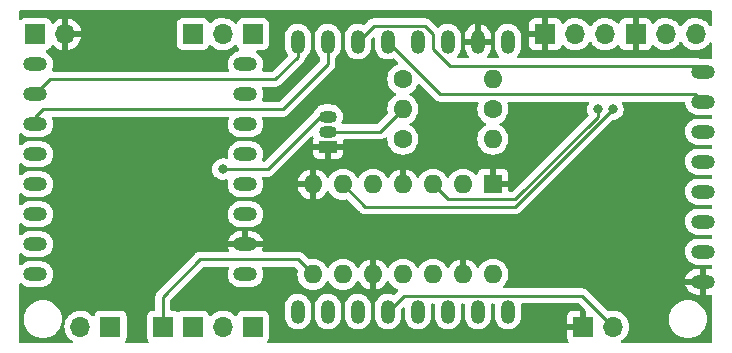
<source format=gbr>
%TF.GenerationSoftware,KiCad,Pcbnew,(6.0.6)*%
%TF.CreationDate,2023-05-03T19:44:46+02:00*%
%TF.ProjectId,Portal Turret,506f7274-616c-4205-9475-727265742e6b,rev?*%
%TF.SameCoordinates,Original*%
%TF.FileFunction,Copper,L2,Bot*%
%TF.FilePolarity,Positive*%
%FSLAX46Y46*%
G04 Gerber Fmt 4.6, Leading zero omitted, Abs format (unit mm)*
G04 Created by KiCad (PCBNEW (6.0.6)) date 2023-05-03 19:44:46*
%MOMM*%
%LPD*%
G01*
G04 APERTURE LIST*
%TA.AperFunction,ComponentPad*%
%ADD10R,1.700000X1.700000*%
%TD*%
%TA.AperFunction,ComponentPad*%
%ADD11O,1.700000X1.700000*%
%TD*%
%TA.AperFunction,ComponentPad*%
%ADD12O,1.200000X2.000000*%
%TD*%
%TA.AperFunction,ComponentPad*%
%ADD13C,1.600000*%
%TD*%
%TA.AperFunction,ComponentPad*%
%ADD14O,1.600000X1.600000*%
%TD*%
%TA.AperFunction,ComponentPad*%
%ADD15O,2.000000X1.200000*%
%TD*%
%TA.AperFunction,ComponentPad*%
%ADD16R,1.600000X1.600000*%
%TD*%
%TA.AperFunction,ComponentPad*%
%ADD17R,1.500000X1.050000*%
%TD*%
%TA.AperFunction,ComponentPad*%
%ADD18O,1.500000X1.050000*%
%TD*%
%TA.AperFunction,ViaPad*%
%ADD19C,0.800000*%
%TD*%
%TA.AperFunction,Conductor*%
%ADD20C,0.250000*%
%TD*%
G04 APERTURE END LIST*
D10*
%TO.P,J4,1,Pin_1*%
%TO.N,GND*%
X128905000Y-71755000D03*
D11*
%TO.P,J4,2,Pin_2*%
%TO.N,VCC*%
X131445000Y-71755000D03*
%TO.P,J4,3,Pin_3*%
%TO.N,Net-(J4-Pad3)*%
X133985000Y-71755000D03*
%TD*%
D10*
%TO.P,J13,1,Pin_1*%
%TO.N,Net-(J12-Pad1)*%
X99060000Y-96520000D03*
D11*
%TO.P,J13,2,Pin_2*%
%TO.N,Net-(J12-Pad2)*%
X101600000Y-96520000D03*
%TD*%
D10*
%TO.P,J2,1,Pin_1*%
%TO.N,GND*%
X132080000Y-96520000D03*
D11*
%TO.P,J2,2,Pin_2*%
%TO.N,Net-(J2-Pad2)*%
X134620000Y-96520000D03*
%TD*%
D12*
%TO.P,U4,1,5V*%
%TO.N,VCC*%
X125730000Y-72390000D03*
%TO.P,U4,2,GND*%
%TO.N,GND*%
X123190000Y-72390000D03*
%TO.P,U4,3,D4/2*%
%TO.N,Net-(R2-Pad1)*%
X120650000Y-72390000D03*
%TO.P,U4,4,D3/0*%
%TO.N,Net-(R3-Pad2)*%
X118110000Y-72390000D03*
%TO.P,U4,5,D2/4*%
%TO.N,Net-(U3-Pad7)*%
X115570000Y-72390000D03*
%TO.P,U4,6,D1/5*%
%TO.N,Net-(U3-Pad8)*%
X113030000Y-72390000D03*
%TO.P,U4,7,RX*%
%TO.N,Net-(U2-Pad3)*%
X110490000Y-72390000D03*
%TO.P,U4,8,TX*%
%TO.N,Net-(U2-Pad2)*%
X107950000Y-72390000D03*
%TO.P,U4,9,RST*%
%TO.N,unconnected-(U4-Pad9)*%
X107950000Y-95250000D03*
%TO.P,U4,10,A0*%
%TO.N,Net-(J7-Pad1)*%
X110490000Y-95250000D03*
%TO.P,U4,11,D0/16*%
%TO.N,Net-(U2-Pad9)*%
X113030000Y-95250000D03*
%TO.P,U4,12,D5/14*%
%TO.N,Net-(J2-Pad2)*%
X115570000Y-95250000D03*
%TO.P,U4,13,D6/12*%
%TO.N,Net-(U1-Pad2)*%
X118110000Y-95250000D03*
%TO.P,U4,14,D7/13*%
%TO.N,Net-(U1-Pad5)*%
X120650000Y-95250000D03*
%TO.P,U4,15,D8/15*%
%TO.N,Net-(U1-Pad9)*%
X123190000Y-95250000D03*
%TO.P,U4,16,3V3*%
%TO.N,unconnected-(U4-Pad16)*%
X125730000Y-95250000D03*
%TD*%
D10*
%TO.P,J10,1,Pin_1*%
%TO.N,Net-(J10-Pad1)*%
X96520000Y-96520000D03*
%TD*%
%TO.P,J3,1,Pin_1*%
%TO.N,Net-(J3-Pad1)*%
X104140000Y-71755000D03*
%TD*%
%TO.P,J5,1,Pin_1*%
%TO.N,GND*%
X136540000Y-71755000D03*
D11*
%TO.P,J5,2,Pin_2*%
%TO.N,VCC*%
X139080000Y-71755000D03*
%TO.P,J5,3,Pin_3*%
%TO.N,Net-(J5-Pad3)*%
X141620000Y-71755000D03*
%TD*%
D13*
%TO.P,R1,1*%
%TO.N,Net-(J12-Pad1)*%
X116840000Y-75565000D03*
D14*
%TO.P,R1,2*%
%TO.N,VCC*%
X124460000Y-75565000D03*
%TD*%
D10*
%TO.P,J1,1,Pin_1*%
%TO.N,Net-(J1-Pad1)*%
X92080000Y-96520000D03*
D11*
%TO.P,J1,2,Pin_2*%
%TO.N,Net-(J1-Pad2)*%
X89540000Y-96520000D03*
%TD*%
D15*
%TO.P,U3,1,GND*%
%TO.N,GND*%
X142240000Y-92710000D03*
%TO.P,U3,2,VCC*%
%TO.N,VCC*%
X142240000Y-90170000D03*
%TO.P,U3,3,CS*%
X142240000Y-87630000D03*
%TO.P,U3,4,INT1*%
%TO.N,unconnected-(U3-Pad4)*%
X142240000Y-85090000D03*
%TO.P,U3,5,INT2*%
%TO.N,unconnected-(U3-Pad5)*%
X142240000Y-82550000D03*
%TO.P,U3,6,SDO*%
%TO.N,unconnected-(U3-Pad6)*%
X142240000Y-80010000D03*
%TO.P,U3,7,SDA*%
%TO.N,Net-(U3-Pad7)*%
X142240000Y-77470000D03*
%TO.P,U3,8,SCL*%
%TO.N,Net-(U3-Pad8)*%
X142240000Y-74930000D03*
%TD*%
D13*
%TO.P,R2,1*%
%TO.N,Net-(R2-Pad1)*%
X124460000Y-78105000D03*
D14*
%TO.P,R2,2*%
%TO.N,Net-(Q1-Pad2)*%
X116840000Y-78105000D03*
%TD*%
D10*
%TO.P,J12,1,Pin_1*%
%TO.N,Net-(J12-Pad1)*%
X99055000Y-71755000D03*
D11*
%TO.P,J12,2,Pin_2*%
%TO.N,Net-(J12-Pad2)*%
X101595000Y-71755000D03*
%TD*%
D16*
%TO.P,U1,1,1~{OE}*%
%TO.N,GND*%
X124460000Y-84465000D03*
D14*
%TO.P,U1,2,1A*%
%TO.N,Net-(U1-Pad2)*%
X121920000Y-84465000D03*
%TO.P,U1,3,1Y*%
%TO.N,Net-(J4-Pad3)*%
X119380000Y-84465000D03*
%TO.P,U1,4,2~{OE}*%
%TO.N,GND*%
X116840000Y-84465000D03*
%TO.P,U1,5,2A*%
%TO.N,Net-(U1-Pad5)*%
X114300000Y-84465000D03*
%TO.P,U1,6,2Y*%
%TO.N,Net-(J5-Pad3)*%
X111760000Y-84465000D03*
%TO.P,U1,7,GND*%
%TO.N,GND*%
X109220000Y-84465000D03*
%TO.P,U1,8,3Y*%
%TO.N,Net-(J10-Pad1)*%
X109220000Y-92085000D03*
%TO.P,U1,9,3A*%
%TO.N,Net-(U1-Pad9)*%
X111760000Y-92085000D03*
%TO.P,U1,10,3~{OE}*%
%TO.N,GND*%
X114300000Y-92085000D03*
%TO.P,U1,11,4Y*%
%TO.N,unconnected-(U1-Pad11)*%
X116840000Y-92085000D03*
%TO.P,U1,12,4A*%
%TO.N,unconnected-(U1-Pad12)*%
X119380000Y-92085000D03*
%TO.P,U1,13,4~{OE}*%
%TO.N,GND*%
X121920000Y-92085000D03*
%TO.P,U1,14,VCC*%
%TO.N,VCC*%
X124460000Y-92085000D03*
%TD*%
D13*
%TO.P,R3,1*%
%TO.N,Net-(J3-Pad1)*%
X116840000Y-80645000D03*
D14*
%TO.P,R3,2*%
%TO.N,Net-(R3-Pad2)*%
X124460000Y-80645000D03*
%TD*%
D15*
%TO.P,U2,1,VCC*%
%TO.N,VCC*%
X85725000Y-74295000D03*
%TO.P,U2,2,RX*%
%TO.N,Net-(U2-Pad2)*%
X85725000Y-76835000D03*
%TO.P,U2,3,TX*%
%TO.N,Net-(U2-Pad3)*%
X85725000Y-79375000D03*
%TO.P,U2,4,DAC_R*%
%TO.N,unconnected-(U2-Pad4)*%
X85725000Y-81915000D03*
%TO.P,U2,5,DAC_L*%
%TO.N,unconnected-(U2-Pad5)*%
X85725000Y-84455000D03*
%TO.P,U2,6,SPK_1*%
%TO.N,Net-(J1-Pad1)*%
X85725000Y-86995000D03*
%TO.P,U2,7,GND*%
%TO.N,unconnected-(U2-Pad7)*%
X85725000Y-89535000D03*
%TO.P,U2,8,SPK_2*%
%TO.N,Net-(J1-Pad2)*%
X85725000Y-92075000D03*
%TO.P,U2,9,BUSY*%
%TO.N,Net-(U2-Pad9)*%
X103505000Y-74295000D03*
%TO.P,U2,10,USB_-*%
%TO.N,unconnected-(U2-Pad10)*%
X103505000Y-76835000D03*
%TO.P,U2,11,USB_+*%
%TO.N,unconnected-(U2-Pad11)*%
X103505000Y-79375000D03*
%TO.P,U2,12,ADKEY_2*%
%TO.N,unconnected-(U2-Pad12)*%
X103505000Y-81915000D03*
%TO.P,U2,13,ADKEY_1*%
%TO.N,unconnected-(U2-Pad13)*%
X103505000Y-84455000D03*
%TO.P,U2,14,IO_2*%
%TO.N,unconnected-(U2-Pad14)*%
X103505000Y-86995000D03*
%TO.P,U2,15,GND*%
%TO.N,GND*%
X103505000Y-89535000D03*
%TO.P,U2,16,IO_1*%
%TO.N,unconnected-(U2-Pad16)*%
X103505000Y-92075000D03*
%TD*%
D10*
%TO.P,J7,1,Pin_1*%
%TO.N,Net-(J7-Pad1)*%
X104140000Y-96520000D03*
%TD*%
%TO.P,J6,1,Pin_1*%
%TO.N,VCC*%
X85720000Y-71755000D03*
D11*
%TO.P,J6,2,Pin_2*%
%TO.N,GND*%
X88260000Y-71755000D03*
%TD*%
D17*
%TO.P,Q1,1,E*%
%TO.N,GND*%
X110490000Y-81280000D03*
D18*
%TO.P,Q1,2,B*%
%TO.N,Net-(Q1-Pad2)*%
X110490000Y-80010000D03*
%TO.P,Q1,3,C*%
%TO.N,Net-(J12-Pad2)*%
X110490000Y-78740000D03*
%TD*%
D19*
%TO.N,Net-(J12-Pad2)*%
X101600000Y-83185000D03*
%TO.N,Net-(J4-Pad3)*%
X133350000Y-78105000D03*
%TO.N,Net-(J5-Pad3)*%
X134620000Y-78105000D03*
%TD*%
D20*
%TO.N,Net-(Q1-Pad2)*%
X114935000Y-80010000D02*
X116840000Y-78105000D01*
X110490000Y-80010000D02*
X114935000Y-80010000D01*
%TO.N,Net-(J10-Pad1)*%
X99695000Y-90805000D02*
X107940000Y-90805000D01*
X96520000Y-96520000D02*
X96520000Y-93980000D01*
X96520000Y-93980000D02*
X99695000Y-90805000D01*
X107940000Y-90805000D02*
X109220000Y-92085000D01*
%TO.N,Net-(J12-Pad2)*%
X109855000Y-78740000D02*
X110490000Y-78740000D01*
X105410000Y-83185000D02*
X109855000Y-78740000D01*
X101600000Y-83185000D02*
X105410000Y-83185000D01*
%TO.N,Net-(U2-Pad2)*%
X85725000Y-76835000D02*
X86995000Y-75565000D01*
X107950000Y-73660000D02*
X107950000Y-72390000D01*
X106045000Y-75565000D02*
X107950000Y-73660000D01*
X86995000Y-75565000D02*
X106045000Y-75565000D01*
%TO.N,Net-(U2-Pad3)*%
X85725000Y-79375000D02*
X85725000Y-78740000D01*
X106680000Y-78105000D02*
X110490000Y-74295000D01*
X86360000Y-78105000D02*
X106680000Y-78105000D01*
X110490000Y-74295000D02*
X110490000Y-72390000D01*
X85725000Y-78740000D02*
X86360000Y-78105000D01*
%TO.N,Net-(U3-Pad8)*%
X114355000Y-71065000D02*
X118690000Y-71065000D01*
X113030000Y-72390000D02*
X114355000Y-71065000D01*
X119380698Y-73025698D02*
X120795000Y-74440000D01*
X119380698Y-71755698D02*
X119380698Y-73025698D01*
X118690000Y-71065000D02*
X119380698Y-71755698D01*
X120795000Y-74440000D02*
X141750000Y-74440000D01*
X141750000Y-74440000D02*
X142240000Y-74930000D01*
%TO.N,Net-(J4-Pad3)*%
X133350000Y-78105000D02*
X133350000Y-78738604D01*
X120640000Y-85725000D02*
X119380000Y-84465000D01*
X133350000Y-78738604D02*
X126363604Y-85725000D01*
X126363604Y-85725000D02*
X120640000Y-85725000D01*
%TO.N,Net-(J5-Pad3)*%
X113655000Y-86360000D02*
X126365000Y-86360000D01*
X126365000Y-86360000D02*
X134620000Y-78105000D01*
X111760000Y-84465000D02*
X113655000Y-86360000D01*
%TO.N,Net-(J2-Pad2)*%
X134620000Y-96520000D02*
X132025000Y-93925000D01*
X132025000Y-93925000D02*
X116895000Y-93925000D01*
X116895000Y-93925000D02*
X115570000Y-95250000D01*
%TO.N,Net-(U3-Pad7)*%
X120015000Y-76835000D02*
X141605000Y-76835000D01*
X115570000Y-72390000D02*
X120015000Y-76835000D01*
X141605000Y-76835000D02*
X142240000Y-77470000D01*
%TD*%
%TA.AperFunction,Conductor*%
%TO.N,GND*%
G36*
X142943621Y-69743502D02*
G01*
X142990114Y-69797158D01*
X143001500Y-69849500D01*
X143001500Y-70962567D01*
X142981498Y-71030688D01*
X142927842Y-71077181D01*
X142857568Y-71087285D01*
X142792988Y-71057791D01*
X142769708Y-71031007D01*
X142702822Y-70927617D01*
X142702820Y-70927614D01*
X142700014Y-70923277D01*
X142549670Y-70758051D01*
X142545619Y-70754852D01*
X142545615Y-70754848D01*
X142378414Y-70622800D01*
X142378410Y-70622798D01*
X142374359Y-70619598D01*
X142359431Y-70611357D01*
X142277391Y-70566069D01*
X142178789Y-70511638D01*
X142173920Y-70509914D01*
X142173916Y-70509912D01*
X141973087Y-70438795D01*
X141973083Y-70438794D01*
X141968212Y-70437069D01*
X141963119Y-70436162D01*
X141963116Y-70436161D01*
X141753373Y-70398800D01*
X141753367Y-70398799D01*
X141748284Y-70397894D01*
X141674452Y-70396992D01*
X141530081Y-70395228D01*
X141530079Y-70395228D01*
X141524911Y-70395165D01*
X141304091Y-70428955D01*
X141091756Y-70498357D01*
X141059044Y-70515386D01*
X140912506Y-70591669D01*
X140893607Y-70601507D01*
X140889474Y-70604610D01*
X140889471Y-70604612D01*
X140806450Y-70666946D01*
X140714965Y-70735635D01*
X140689541Y-70762240D01*
X140568433Y-70888972D01*
X140560629Y-70897138D01*
X140453201Y-71054621D01*
X140398293Y-71099621D01*
X140327768Y-71107792D01*
X140264021Y-71076538D01*
X140243324Y-71052054D01*
X140162822Y-70927617D01*
X140162820Y-70927614D01*
X140160014Y-70923277D01*
X140009670Y-70758051D01*
X140005619Y-70754852D01*
X140005615Y-70754848D01*
X139838414Y-70622800D01*
X139838410Y-70622798D01*
X139834359Y-70619598D01*
X139819431Y-70611357D01*
X139737391Y-70566069D01*
X139638789Y-70511638D01*
X139633920Y-70509914D01*
X139633916Y-70509912D01*
X139433087Y-70438795D01*
X139433083Y-70438794D01*
X139428212Y-70437069D01*
X139423119Y-70436162D01*
X139423116Y-70436161D01*
X139213373Y-70398800D01*
X139213367Y-70398799D01*
X139208284Y-70397894D01*
X139134452Y-70396992D01*
X138990081Y-70395228D01*
X138990079Y-70395228D01*
X138984911Y-70395165D01*
X138764091Y-70428955D01*
X138551756Y-70498357D01*
X138519044Y-70515386D01*
X138372506Y-70591669D01*
X138353607Y-70601507D01*
X138349474Y-70604610D01*
X138349471Y-70604612D01*
X138266450Y-70666946D01*
X138174965Y-70735635D01*
X138171393Y-70739373D01*
X138093898Y-70820466D01*
X138032374Y-70855895D01*
X137961462Y-70852438D01*
X137903676Y-70811192D01*
X137884823Y-70777644D01*
X137843324Y-70666946D01*
X137834786Y-70651351D01*
X137758285Y-70549276D01*
X137745724Y-70536715D01*
X137643649Y-70460214D01*
X137628054Y-70451676D01*
X137507606Y-70406522D01*
X137492351Y-70402895D01*
X137441486Y-70397369D01*
X137434672Y-70397000D01*
X136812115Y-70397000D01*
X136796876Y-70401475D01*
X136795671Y-70402865D01*
X136794000Y-70410548D01*
X136794000Y-73094884D01*
X136798475Y-73110123D01*
X136799865Y-73111328D01*
X136807548Y-73112999D01*
X137434669Y-73112999D01*
X137441490Y-73112629D01*
X137492352Y-73107105D01*
X137507604Y-73103479D01*
X137628054Y-73058324D01*
X137643649Y-73049786D01*
X137745724Y-72973285D01*
X137758285Y-72960724D01*
X137834786Y-72858649D01*
X137843324Y-72843054D01*
X137884225Y-72733952D01*
X137926867Y-72677188D01*
X137993428Y-72652488D01*
X138062777Y-72667696D01*
X138097444Y-72695684D01*
X138122865Y-72725031D01*
X138122869Y-72725035D01*
X138126250Y-72728938D01*
X138298126Y-72871632D01*
X138491000Y-72984338D01*
X138495825Y-72986180D01*
X138495826Y-72986181D01*
X138533497Y-73000566D01*
X138699692Y-73064030D01*
X138704760Y-73065061D01*
X138704763Y-73065062D01*
X138799862Y-73084410D01*
X138918597Y-73108567D01*
X138923772Y-73108757D01*
X138923774Y-73108757D01*
X139136673Y-73116564D01*
X139136677Y-73116564D01*
X139141837Y-73116753D01*
X139146957Y-73116097D01*
X139146959Y-73116097D01*
X139358288Y-73089025D01*
X139358289Y-73089025D01*
X139363416Y-73088368D01*
X139368366Y-73086883D01*
X139572429Y-73025661D01*
X139572434Y-73025659D01*
X139577384Y-73024174D01*
X139777994Y-72925896D01*
X139959860Y-72796173D01*
X140118096Y-72638489D01*
X140180344Y-72551862D01*
X140248453Y-72457077D01*
X140249776Y-72458028D01*
X140296645Y-72414857D01*
X140366580Y-72402625D01*
X140432026Y-72430144D01*
X140459875Y-72461994D01*
X140519987Y-72560088D01*
X140666250Y-72728938D01*
X140838126Y-72871632D01*
X141031000Y-72984338D01*
X141035825Y-72986180D01*
X141035826Y-72986181D01*
X141073497Y-73000566D01*
X141239692Y-73064030D01*
X141244760Y-73065061D01*
X141244763Y-73065062D01*
X141339862Y-73084410D01*
X141458597Y-73108567D01*
X141463772Y-73108757D01*
X141463774Y-73108757D01*
X141676673Y-73116564D01*
X141676677Y-73116564D01*
X141681837Y-73116753D01*
X141686957Y-73116097D01*
X141686959Y-73116097D01*
X141898288Y-73089025D01*
X141898289Y-73089025D01*
X141903416Y-73088368D01*
X141908366Y-73086883D01*
X142112429Y-73025661D01*
X142112434Y-73025659D01*
X142117384Y-73024174D01*
X142317994Y-72925896D01*
X142499860Y-72796173D01*
X142658096Y-72638489D01*
X142720344Y-72551862D01*
X142773177Y-72478336D01*
X142829172Y-72434688D01*
X142899875Y-72428242D01*
X142962840Y-72461045D01*
X142998074Y-72522681D01*
X143001500Y-72551862D01*
X143001500Y-73718162D01*
X142981498Y-73786283D01*
X142927842Y-73832776D01*
X142851351Y-73841826D01*
X142748663Y-73821772D01*
X142743101Y-73821500D01*
X141904480Y-73821500D01*
X141884700Y-73819938D01*
X141884403Y-73819890D01*
X141872864Y-73817497D01*
X141837711Y-73808472D01*
X141837710Y-73808472D01*
X141830030Y-73806500D01*
X141809776Y-73806500D01*
X141790065Y-73804949D01*
X141783089Y-73803844D01*
X141770057Y-73801780D01*
X141762165Y-73802526D01*
X141726039Y-73805941D01*
X141714181Y-73806500D01*
X126586516Y-73806500D01*
X126518395Y-73786498D01*
X126471902Y-73732842D01*
X126461798Y-73662568D01*
X126495498Y-73593370D01*
X126599732Y-73484486D01*
X126599741Y-73484475D01*
X126603881Y-73480150D01*
X126718620Y-73302452D01*
X126758605Y-73203235D01*
X126795442Y-73111832D01*
X126795443Y-73111829D01*
X126797686Y-73106263D01*
X126838228Y-72898663D01*
X126838500Y-72893101D01*
X126838500Y-72649669D01*
X127547001Y-72649669D01*
X127547371Y-72656490D01*
X127552895Y-72707352D01*
X127556521Y-72722604D01*
X127601676Y-72843054D01*
X127610214Y-72858649D01*
X127686715Y-72960724D01*
X127699276Y-72973285D01*
X127801351Y-73049786D01*
X127816946Y-73058324D01*
X127937394Y-73103478D01*
X127952649Y-73107105D01*
X128003514Y-73112631D01*
X128010328Y-73113000D01*
X128632885Y-73113000D01*
X128648124Y-73108525D01*
X128649329Y-73107135D01*
X128651000Y-73099452D01*
X128651000Y-73094884D01*
X129159000Y-73094884D01*
X129163475Y-73110123D01*
X129164865Y-73111328D01*
X129172548Y-73112999D01*
X129799669Y-73112999D01*
X129806490Y-73112629D01*
X129857352Y-73107105D01*
X129872604Y-73103479D01*
X129993054Y-73058324D01*
X130008649Y-73049786D01*
X130110724Y-72973285D01*
X130123285Y-72960724D01*
X130199786Y-72858649D01*
X130208324Y-72843054D01*
X130249225Y-72733952D01*
X130291867Y-72677188D01*
X130358428Y-72652488D01*
X130427777Y-72667696D01*
X130462444Y-72695684D01*
X130487865Y-72725031D01*
X130487869Y-72725035D01*
X130491250Y-72728938D01*
X130663126Y-72871632D01*
X130856000Y-72984338D01*
X130860825Y-72986180D01*
X130860826Y-72986181D01*
X130898497Y-73000566D01*
X131064692Y-73064030D01*
X131069760Y-73065061D01*
X131069763Y-73065062D01*
X131164862Y-73084410D01*
X131283597Y-73108567D01*
X131288772Y-73108757D01*
X131288774Y-73108757D01*
X131501673Y-73116564D01*
X131501677Y-73116564D01*
X131506837Y-73116753D01*
X131511957Y-73116097D01*
X131511959Y-73116097D01*
X131723288Y-73089025D01*
X131723289Y-73089025D01*
X131728416Y-73088368D01*
X131733366Y-73086883D01*
X131937429Y-73025661D01*
X131937434Y-73025659D01*
X131942384Y-73024174D01*
X132142994Y-72925896D01*
X132324860Y-72796173D01*
X132483096Y-72638489D01*
X132545344Y-72551862D01*
X132613453Y-72457077D01*
X132614776Y-72458028D01*
X132661645Y-72414857D01*
X132731580Y-72402625D01*
X132797026Y-72430144D01*
X132824875Y-72461994D01*
X132884987Y-72560088D01*
X133031250Y-72728938D01*
X133203126Y-72871632D01*
X133396000Y-72984338D01*
X133400825Y-72986180D01*
X133400826Y-72986181D01*
X133438497Y-73000566D01*
X133604692Y-73064030D01*
X133609760Y-73065061D01*
X133609763Y-73065062D01*
X133704862Y-73084410D01*
X133823597Y-73108567D01*
X133828772Y-73108757D01*
X133828774Y-73108757D01*
X134041673Y-73116564D01*
X134041677Y-73116564D01*
X134046837Y-73116753D01*
X134051957Y-73116097D01*
X134051959Y-73116097D01*
X134263288Y-73089025D01*
X134263289Y-73089025D01*
X134268416Y-73088368D01*
X134273366Y-73086883D01*
X134477429Y-73025661D01*
X134477434Y-73025659D01*
X134482384Y-73024174D01*
X134682994Y-72925896D01*
X134864860Y-72796173D01*
X134944683Y-72716629D01*
X134984399Y-72677051D01*
X135046771Y-72643135D01*
X135117578Y-72648323D01*
X135174339Y-72690969D01*
X135191321Y-72722072D01*
X135236676Y-72843054D01*
X135245214Y-72858649D01*
X135321715Y-72960724D01*
X135334276Y-72973285D01*
X135436351Y-73049786D01*
X135451946Y-73058324D01*
X135572394Y-73103478D01*
X135587649Y-73107105D01*
X135638514Y-73112631D01*
X135645328Y-73113000D01*
X136267885Y-73113000D01*
X136283124Y-73108525D01*
X136284329Y-73107135D01*
X136286000Y-73099452D01*
X136286000Y-70415116D01*
X136281525Y-70399877D01*
X136280135Y-70398672D01*
X136272452Y-70397001D01*
X135645331Y-70397001D01*
X135638510Y-70397371D01*
X135587648Y-70402895D01*
X135572396Y-70406521D01*
X135451946Y-70451676D01*
X135436351Y-70460214D01*
X135334276Y-70536715D01*
X135321715Y-70549276D01*
X135245214Y-70651351D01*
X135236676Y-70666946D01*
X135190921Y-70788997D01*
X135148279Y-70845761D01*
X135081718Y-70870461D01*
X135012369Y-70855254D01*
X134979746Y-70829567D01*
X134918152Y-70761876D01*
X134918142Y-70761867D01*
X134914670Y-70758051D01*
X134910619Y-70754852D01*
X134910615Y-70754848D01*
X134743414Y-70622800D01*
X134743410Y-70622798D01*
X134739359Y-70619598D01*
X134724431Y-70611357D01*
X134642391Y-70566069D01*
X134543789Y-70511638D01*
X134538920Y-70509914D01*
X134538916Y-70509912D01*
X134338087Y-70438795D01*
X134338083Y-70438794D01*
X134333212Y-70437069D01*
X134328119Y-70436162D01*
X134328116Y-70436161D01*
X134118373Y-70398800D01*
X134118367Y-70398799D01*
X134113284Y-70397894D01*
X134039452Y-70396992D01*
X133895081Y-70395228D01*
X133895079Y-70395228D01*
X133889911Y-70395165D01*
X133669091Y-70428955D01*
X133456756Y-70498357D01*
X133424044Y-70515386D01*
X133277506Y-70591669D01*
X133258607Y-70601507D01*
X133254474Y-70604610D01*
X133254471Y-70604612D01*
X133171450Y-70666946D01*
X133079965Y-70735635D01*
X133054541Y-70762240D01*
X132933433Y-70888972D01*
X132925629Y-70897138D01*
X132818201Y-71054621D01*
X132763293Y-71099621D01*
X132692768Y-71107792D01*
X132629021Y-71076538D01*
X132608324Y-71052054D01*
X132527822Y-70927617D01*
X132527820Y-70927614D01*
X132525014Y-70923277D01*
X132374670Y-70758051D01*
X132370619Y-70754852D01*
X132370615Y-70754848D01*
X132203414Y-70622800D01*
X132203410Y-70622798D01*
X132199359Y-70619598D01*
X132184431Y-70611357D01*
X132102391Y-70566069D01*
X132003789Y-70511638D01*
X131998920Y-70509914D01*
X131998916Y-70509912D01*
X131798087Y-70438795D01*
X131798083Y-70438794D01*
X131793212Y-70437069D01*
X131788119Y-70436162D01*
X131788116Y-70436161D01*
X131578373Y-70398800D01*
X131578367Y-70398799D01*
X131573284Y-70397894D01*
X131499452Y-70396992D01*
X131355081Y-70395228D01*
X131355079Y-70395228D01*
X131349911Y-70395165D01*
X131129091Y-70428955D01*
X130916756Y-70498357D01*
X130884044Y-70515386D01*
X130737506Y-70591669D01*
X130718607Y-70601507D01*
X130714474Y-70604610D01*
X130714471Y-70604612D01*
X130631450Y-70666946D01*
X130539965Y-70735635D01*
X130536393Y-70739373D01*
X130458898Y-70820466D01*
X130397374Y-70855895D01*
X130326462Y-70852438D01*
X130268676Y-70811192D01*
X130249823Y-70777644D01*
X130208324Y-70666946D01*
X130199786Y-70651351D01*
X130123285Y-70549276D01*
X130110724Y-70536715D01*
X130008649Y-70460214D01*
X129993054Y-70451676D01*
X129872606Y-70406522D01*
X129857351Y-70402895D01*
X129806486Y-70397369D01*
X129799672Y-70397000D01*
X129177115Y-70397000D01*
X129161876Y-70401475D01*
X129160671Y-70402865D01*
X129159000Y-70410548D01*
X129159000Y-73094884D01*
X128651000Y-73094884D01*
X128651000Y-72027115D01*
X128646525Y-72011876D01*
X128645135Y-72010671D01*
X128637452Y-72009000D01*
X127565116Y-72009000D01*
X127549877Y-72013475D01*
X127548672Y-72014865D01*
X127547001Y-72022548D01*
X127547001Y-72649669D01*
X126838500Y-72649669D01*
X126838500Y-71937154D01*
X126823452Y-71779434D01*
X126763908Y-71576466D01*
X126761164Y-71571138D01*
X126715711Y-71482885D01*
X127547000Y-71482885D01*
X127551475Y-71498124D01*
X127552865Y-71499329D01*
X127560548Y-71501000D01*
X128632885Y-71501000D01*
X128648124Y-71496525D01*
X128649329Y-71495135D01*
X128651000Y-71487452D01*
X128651000Y-70415116D01*
X128646525Y-70399877D01*
X128645135Y-70398672D01*
X128637452Y-70397001D01*
X128010331Y-70397001D01*
X128003510Y-70397371D01*
X127952648Y-70402895D01*
X127937396Y-70406521D01*
X127816946Y-70451676D01*
X127801351Y-70460214D01*
X127699276Y-70536715D01*
X127686715Y-70549276D01*
X127610214Y-70651351D01*
X127601676Y-70666946D01*
X127556522Y-70787394D01*
X127552895Y-70802649D01*
X127547369Y-70853514D01*
X127547000Y-70860328D01*
X127547000Y-71482885D01*
X126715711Y-71482885D01*
X126669804Y-71393751D01*
X126669802Y-71393748D01*
X126667058Y-71388420D01*
X126536396Y-71222080D01*
X126531865Y-71218148D01*
X126531862Y-71218145D01*
X126381167Y-71087379D01*
X126376637Y-71083448D01*
X126371451Y-71080448D01*
X126371447Y-71080445D01*
X126198742Y-70980533D01*
X126193546Y-70977527D01*
X125993729Y-70908139D01*
X125987794Y-70907278D01*
X125987792Y-70907278D01*
X125790336Y-70878648D01*
X125790333Y-70878648D01*
X125784396Y-70877787D01*
X125573101Y-70887567D01*
X125460466Y-70914712D01*
X125373299Y-70935719D01*
X125373297Y-70935720D01*
X125367466Y-70937125D01*
X125362008Y-70939607D01*
X125362004Y-70939608D01*
X125270990Y-70980990D01*
X125174913Y-71024674D01*
X125002389Y-71147054D01*
X124856119Y-71299850D01*
X124741380Y-71477548D01*
X124662314Y-71673737D01*
X124621772Y-71881337D01*
X124621500Y-71886899D01*
X124621500Y-72842846D01*
X124636548Y-73000566D01*
X124696092Y-73203534D01*
X124698836Y-73208861D01*
X124698836Y-73208862D01*
X124790057Y-73385978D01*
X124792942Y-73391580D01*
X124923604Y-73557920D01*
X124955199Y-73585336D01*
X124993538Y-73645088D01*
X124993488Y-73716085D01*
X124955061Y-73775783D01*
X124890460Y-73805230D01*
X124872617Y-73806500D01*
X124045824Y-73806500D01*
X123977703Y-73786498D01*
X123931210Y-73732842D01*
X123921106Y-73662568D01*
X123954806Y-73593369D01*
X124059342Y-73484169D01*
X124066738Y-73474804D01*
X124174921Y-73307259D01*
X124180417Y-73296655D01*
X124254961Y-73111688D01*
X124258355Y-73100230D01*
X124296857Y-72903072D01*
X124297934Y-72894209D01*
X124298000Y-72891500D01*
X124298000Y-72662115D01*
X124293525Y-72646876D01*
X124292135Y-72645671D01*
X124284452Y-72644000D01*
X122100115Y-72644000D01*
X122084876Y-72648475D01*
X122083671Y-72649865D01*
X122082000Y-72657548D01*
X122082000Y-72839832D01*
X122082285Y-72845808D01*
X122096471Y-72994494D01*
X122098730Y-73006228D01*
X122154872Y-73197599D01*
X122159302Y-73208675D01*
X122250619Y-73385978D01*
X122257069Y-73396024D01*
X122380262Y-73552857D01*
X122388498Y-73561505D01*
X122415959Y-73585334D01*
X122454300Y-73645088D01*
X122454250Y-73716084D01*
X122415824Y-73775783D01*
X122351222Y-73805230D01*
X122333379Y-73806500D01*
X121506516Y-73806500D01*
X121438395Y-73786498D01*
X121391902Y-73732842D01*
X121381798Y-73662568D01*
X121415498Y-73593370D01*
X121519732Y-73484486D01*
X121519741Y-73484475D01*
X121523881Y-73480150D01*
X121638620Y-73302452D01*
X121678605Y-73203235D01*
X121715442Y-73111832D01*
X121715443Y-73111829D01*
X121717686Y-73106263D01*
X121758228Y-72898663D01*
X121758500Y-72893101D01*
X121758500Y-72117885D01*
X122082000Y-72117885D01*
X122086475Y-72133124D01*
X122087865Y-72134329D01*
X122095548Y-72136000D01*
X122917885Y-72136000D01*
X122933124Y-72131525D01*
X122934329Y-72130135D01*
X122936000Y-72122452D01*
X122936000Y-72117885D01*
X123444000Y-72117885D01*
X123448475Y-72133124D01*
X123449865Y-72134329D01*
X123457548Y-72136000D01*
X124279885Y-72136000D01*
X124295124Y-72131525D01*
X124296329Y-72130135D01*
X124298000Y-72122452D01*
X124298000Y-71940168D01*
X124297715Y-71934192D01*
X124283529Y-71785506D01*
X124281270Y-71773772D01*
X124225128Y-71582401D01*
X124220698Y-71571325D01*
X124129381Y-71394022D01*
X124122931Y-71383976D01*
X123999738Y-71227143D01*
X123991501Y-71218494D01*
X123840877Y-71087788D01*
X123831153Y-71080853D01*
X123658533Y-70980990D01*
X123647669Y-70976016D01*
X123459273Y-70910593D01*
X123458284Y-70910352D01*
X123447992Y-70911820D01*
X123444000Y-70925385D01*
X123444000Y-72117885D01*
X122936000Y-72117885D01*
X122936000Y-70929598D01*
X122932027Y-70916067D01*
X122922601Y-70914712D01*
X122833463Y-70936194D01*
X122822168Y-70940083D01*
X122640618Y-71022629D01*
X122630276Y-71028576D01*
X122467603Y-71143968D01*
X122458575Y-71151761D01*
X122320658Y-71295831D01*
X122313262Y-71305196D01*
X122205079Y-71472741D01*
X122199583Y-71483345D01*
X122125039Y-71668312D01*
X122121645Y-71679770D01*
X122083143Y-71876928D01*
X122082066Y-71885791D01*
X122082000Y-71888500D01*
X122082000Y-72117885D01*
X121758500Y-72117885D01*
X121758500Y-71937154D01*
X121743452Y-71779434D01*
X121683908Y-71576466D01*
X121681164Y-71571138D01*
X121589804Y-71393751D01*
X121589802Y-71393748D01*
X121587058Y-71388420D01*
X121456396Y-71222080D01*
X121451865Y-71218148D01*
X121451862Y-71218145D01*
X121301167Y-71087379D01*
X121296637Y-71083448D01*
X121291451Y-71080448D01*
X121291447Y-71080445D01*
X121118742Y-70980533D01*
X121113546Y-70977527D01*
X120913729Y-70908139D01*
X120907794Y-70907278D01*
X120907792Y-70907278D01*
X120710336Y-70878648D01*
X120710333Y-70878648D01*
X120704396Y-70877787D01*
X120493101Y-70887567D01*
X120380466Y-70914712D01*
X120293299Y-70935719D01*
X120293297Y-70935720D01*
X120287466Y-70937125D01*
X120282008Y-70939607D01*
X120282004Y-70939608D01*
X120190990Y-70980990D01*
X120094913Y-71024674D01*
X119922389Y-71147054D01*
X119918247Y-71151381D01*
X119918241Y-71151386D01*
X119887002Y-71184019D01*
X119825447Y-71219396D01*
X119754538Y-71215877D01*
X119706889Y-71185984D01*
X119193652Y-70672747D01*
X119186112Y-70664461D01*
X119182000Y-70657982D01*
X119156034Y-70633598D01*
X119132349Y-70611357D01*
X119129507Y-70608602D01*
X119109770Y-70588865D01*
X119106573Y-70586385D01*
X119097551Y-70578680D01*
X119084122Y-70566069D01*
X119065321Y-70548414D01*
X119058375Y-70544595D01*
X119058372Y-70544593D01*
X119047566Y-70538652D01*
X119031047Y-70527801D01*
X119026478Y-70524257D01*
X119015041Y-70515386D01*
X119007772Y-70512241D01*
X119007768Y-70512238D01*
X118974463Y-70497826D01*
X118963813Y-70492609D01*
X118925060Y-70471305D01*
X118905437Y-70466267D01*
X118886734Y-70459863D01*
X118875420Y-70454967D01*
X118875419Y-70454967D01*
X118868145Y-70451819D01*
X118860322Y-70450580D01*
X118860312Y-70450577D01*
X118824476Y-70444901D01*
X118812856Y-70442495D01*
X118777711Y-70433472D01*
X118777710Y-70433472D01*
X118770030Y-70431500D01*
X118749776Y-70431500D01*
X118730065Y-70429949D01*
X118717886Y-70428020D01*
X118710057Y-70426780D01*
X118680786Y-70429547D01*
X118666039Y-70430941D01*
X118654181Y-70431500D01*
X114433767Y-70431500D01*
X114422584Y-70430973D01*
X114415091Y-70429298D01*
X114407165Y-70429547D01*
X114407164Y-70429547D01*
X114347001Y-70431438D01*
X114343043Y-70431500D01*
X114315144Y-70431500D01*
X114311154Y-70432004D01*
X114299320Y-70432936D01*
X114255111Y-70434326D01*
X114247497Y-70436538D01*
X114247492Y-70436539D01*
X114235659Y-70439977D01*
X114216296Y-70443988D01*
X114196203Y-70446526D01*
X114188836Y-70449443D01*
X114188831Y-70449444D01*
X114155092Y-70462802D01*
X114143865Y-70466646D01*
X114101407Y-70478982D01*
X114094581Y-70483019D01*
X114083972Y-70489293D01*
X114066224Y-70497988D01*
X114047383Y-70505448D01*
X114040967Y-70510110D01*
X114040966Y-70510110D01*
X114011613Y-70531436D01*
X114001693Y-70537952D01*
X113970465Y-70556420D01*
X113970462Y-70556422D01*
X113963638Y-70560458D01*
X113949317Y-70574779D01*
X113934284Y-70587619D01*
X113917893Y-70599528D01*
X113912843Y-70605632D01*
X113912838Y-70605637D01*
X113889707Y-70633598D01*
X113881717Y-70642378D01*
X113588737Y-70935358D01*
X113526425Y-70969384D01*
X113458309Y-70965290D01*
X113299403Y-70910108D01*
X113299390Y-70910105D01*
X113293729Y-70908139D01*
X113287794Y-70907278D01*
X113287792Y-70907278D01*
X113090336Y-70878648D01*
X113090333Y-70878648D01*
X113084396Y-70877787D01*
X112873101Y-70887567D01*
X112760466Y-70914712D01*
X112673299Y-70935719D01*
X112673297Y-70935720D01*
X112667466Y-70937125D01*
X112662008Y-70939607D01*
X112662004Y-70939608D01*
X112570990Y-70980990D01*
X112474913Y-71024674D01*
X112302389Y-71147054D01*
X112156119Y-71299850D01*
X112041380Y-71477548D01*
X111962314Y-71673737D01*
X111921772Y-71881337D01*
X111921500Y-71886899D01*
X111921500Y-72842846D01*
X111936548Y-73000566D01*
X111996092Y-73203534D01*
X111998836Y-73208861D01*
X111998836Y-73208862D01*
X112090057Y-73385978D01*
X112092942Y-73391580D01*
X112223604Y-73557920D01*
X112228132Y-73561849D01*
X112228138Y-73561855D01*
X112353080Y-73670274D01*
X112383363Y-73696552D01*
X112388549Y-73699552D01*
X112388553Y-73699555D01*
X112484957Y-73755326D01*
X112566454Y-73802473D01*
X112766271Y-73871861D01*
X112772206Y-73872722D01*
X112772208Y-73872722D01*
X112969664Y-73901352D01*
X112969667Y-73901352D01*
X112975604Y-73902213D01*
X113186899Y-73892433D01*
X113335028Y-73856734D01*
X113386701Y-73844281D01*
X113386703Y-73844280D01*
X113392534Y-73842875D01*
X113397992Y-73840393D01*
X113397996Y-73840392D01*
X113524538Y-73782856D01*
X113585087Y-73755326D01*
X113717120Y-73661669D01*
X113752725Y-73636412D01*
X113752726Y-73636411D01*
X113757611Y-73632946D01*
X113903881Y-73480150D01*
X114018620Y-73302452D01*
X114058605Y-73203235D01*
X114095442Y-73111832D01*
X114095443Y-73111829D01*
X114097686Y-73106263D01*
X114138228Y-72898663D01*
X114138500Y-72893101D01*
X114138500Y-72229595D01*
X114158502Y-72161474D01*
X114175405Y-72140500D01*
X114246405Y-72069500D01*
X114308717Y-72035474D01*
X114379532Y-72040539D01*
X114436368Y-72083086D01*
X114461179Y-72149606D01*
X114461500Y-72158595D01*
X114461500Y-72842846D01*
X114476548Y-73000566D01*
X114536092Y-73203534D01*
X114538836Y-73208861D01*
X114538836Y-73208862D01*
X114630057Y-73385978D01*
X114632942Y-73391580D01*
X114763604Y-73557920D01*
X114768132Y-73561849D01*
X114768138Y-73561855D01*
X114893080Y-73670274D01*
X114923363Y-73696552D01*
X114928549Y-73699552D01*
X114928553Y-73699555D01*
X115024957Y-73755326D01*
X115106454Y-73802473D01*
X115306271Y-73871861D01*
X115312206Y-73872722D01*
X115312208Y-73872722D01*
X115509664Y-73901352D01*
X115509667Y-73901352D01*
X115515604Y-73902213D01*
X115726899Y-73892433D01*
X115875028Y-73856734D01*
X115926701Y-73844281D01*
X115926703Y-73844280D01*
X115932534Y-73842875D01*
X115942938Y-73838145D01*
X115986701Y-73818247D01*
X116056992Y-73808259D01*
X116121524Y-73837860D01*
X116127948Y-73843852D01*
X116416318Y-74132222D01*
X116450344Y-74194534D01*
X116445279Y-74265349D01*
X116402732Y-74322185D01*
X116380472Y-74335512D01*
X116188242Y-74425149D01*
X116188236Y-74425153D01*
X116183251Y-74427477D01*
X116118031Y-74473145D01*
X116000211Y-74555643D01*
X116000208Y-74555645D01*
X115995700Y-74558802D01*
X115833802Y-74720700D01*
X115830645Y-74725208D01*
X115830643Y-74725211D01*
X115791423Y-74781223D01*
X115702477Y-74908251D01*
X115700154Y-74913233D01*
X115700151Y-74913238D01*
X115611973Y-75102339D01*
X115605716Y-75115757D01*
X115604294Y-75121065D01*
X115604293Y-75121067D01*
X115560737Y-75283620D01*
X115546457Y-75336913D01*
X115526502Y-75565000D01*
X115546457Y-75793087D01*
X115547881Y-75798400D01*
X115547881Y-75798402D01*
X115601280Y-75997686D01*
X115605716Y-76014243D01*
X115608039Y-76019224D01*
X115608039Y-76019225D01*
X115700151Y-76216762D01*
X115700154Y-76216767D01*
X115702477Y-76221749D01*
X115755729Y-76297801D01*
X115810942Y-76376652D01*
X115833802Y-76409300D01*
X115995700Y-76571198D01*
X116000208Y-76574355D01*
X116000211Y-76574357D01*
X116004283Y-76577208D01*
X116183251Y-76702523D01*
X116188233Y-76704846D01*
X116188238Y-76704849D01*
X116222457Y-76720805D01*
X116275742Y-76767722D01*
X116295203Y-76835999D01*
X116274661Y-76903959D01*
X116222457Y-76949195D01*
X116188238Y-76965151D01*
X116188233Y-76965154D01*
X116183251Y-76967477D01*
X116148373Y-76991899D01*
X116000211Y-77095643D01*
X116000208Y-77095645D01*
X115995700Y-77098802D01*
X115833802Y-77260700D01*
X115830645Y-77265208D01*
X115830643Y-77265211D01*
X115796792Y-77313556D01*
X115702477Y-77448251D01*
X115700154Y-77453233D01*
X115700151Y-77453238D01*
X115616456Y-77632725D01*
X115605716Y-77655757D01*
X115604294Y-77661065D01*
X115604293Y-77661067D01*
X115560737Y-77823620D01*
X115546457Y-77876913D01*
X115526502Y-78105000D01*
X115546457Y-78333087D01*
X115547879Y-78338392D01*
X115547881Y-78338406D01*
X115563459Y-78396539D01*
X115561771Y-78467516D01*
X115530848Y-78518248D01*
X115106781Y-78942314D01*
X114709499Y-79339596D01*
X114647187Y-79373621D01*
X114620404Y-79376500D01*
X111757165Y-79376500D01*
X111689044Y-79356498D01*
X111642551Y-79302842D01*
X111632447Y-79232568D01*
X111646329Y-79190571D01*
X111669426Y-79147853D01*
X111672356Y-79142435D01*
X111714280Y-79007000D01*
X111730468Y-78954707D01*
X111730469Y-78954704D01*
X111732290Y-78948820D01*
X111735505Y-78918237D01*
X111752832Y-78753378D01*
X111752832Y-78753377D01*
X111753476Y-78747250D01*
X111743892Y-78641944D01*
X111735665Y-78551543D01*
X111735664Y-78551540D01*
X111735106Y-78545404D01*
X111732835Y-78537686D01*
X111679620Y-78356880D01*
X111677881Y-78350971D01*
X111674175Y-78343881D01*
X111615297Y-78231257D01*
X111583981Y-78171355D01*
X111578630Y-78164699D01*
X111516505Y-78087432D01*
X111456981Y-78013399D01*
X111301719Y-77883119D01*
X111296327Y-77880155D01*
X111296323Y-77880152D01*
X111129506Y-77788444D01*
X111124109Y-77785477D01*
X110930916Y-77724193D01*
X110924799Y-77723507D01*
X110924795Y-77723506D01*
X110850652Y-77715190D01*
X110773183Y-77706500D01*
X110213996Y-77706500D01*
X110063287Y-77721277D01*
X109869258Y-77779858D01*
X109690302Y-77875010D01*
X109685528Y-77878904D01*
X109685526Y-77878905D01*
X109611769Y-77939060D01*
X109533237Y-78003110D01*
X109529310Y-78007857D01*
X109529308Y-78007859D01*
X109407973Y-78154528D01*
X109407971Y-78154531D01*
X109404044Y-78159278D01*
X109307644Y-78337565D01*
X109301665Y-78356880D01*
X109292705Y-78385825D01*
X109261435Y-78437660D01*
X105184500Y-82514595D01*
X105122188Y-82548621D01*
X105095405Y-82551500D01*
X105033927Y-82551500D01*
X104965806Y-82531498D01*
X104919313Y-82477842D01*
X104909209Y-82407568D01*
X104917722Y-82378632D01*
X104917473Y-82378546D01*
X104919267Y-82373379D01*
X104986861Y-82178729D01*
X104987722Y-82172792D01*
X105016352Y-81975336D01*
X105016352Y-81975333D01*
X105017213Y-81969396D01*
X105007433Y-81758101D01*
X104957875Y-81552466D01*
X104942585Y-81518836D01*
X104872806Y-81365368D01*
X104870326Y-81359913D01*
X104747946Y-81187389D01*
X104631004Y-81075442D01*
X104599480Y-81045264D01*
X104595150Y-81041119D01*
X104417452Y-80926380D01*
X104311998Y-80883881D01*
X104226832Y-80849558D01*
X104226829Y-80849557D01*
X104221263Y-80847314D01*
X104013663Y-80806772D01*
X104008101Y-80806500D01*
X103052154Y-80806500D01*
X102894434Y-80821548D01*
X102691466Y-80881092D01*
X102686139Y-80883836D01*
X102686138Y-80883836D01*
X102508751Y-80975196D01*
X102508748Y-80975198D01*
X102503420Y-80977942D01*
X102337080Y-81108604D01*
X102333150Y-81113133D01*
X102333145Y-81113138D01*
X102264474Y-81192275D01*
X102198448Y-81268363D01*
X102195448Y-81273549D01*
X102195445Y-81273553D01*
X102158068Y-81338162D01*
X102092527Y-81451454D01*
X102023139Y-81651271D01*
X102022278Y-81657206D01*
X102022278Y-81657208D01*
X101994373Y-81849669D01*
X101992787Y-81860604D01*
X102002567Y-82071899D01*
X102003971Y-82077724D01*
X102003971Y-82077725D01*
X102024285Y-82162015D01*
X102020800Y-82232926D01*
X101979531Y-82290696D01*
X101913580Y-82316983D01*
X101875595Y-82314783D01*
X101701944Y-82277872D01*
X101701939Y-82277872D01*
X101695487Y-82276500D01*
X101504513Y-82276500D01*
X101498061Y-82277872D01*
X101498056Y-82277872D01*
X101411112Y-82296353D01*
X101317712Y-82316206D01*
X101311682Y-82318891D01*
X101311681Y-82318891D01*
X101149278Y-82391197D01*
X101149276Y-82391198D01*
X101143248Y-82393882D01*
X101137907Y-82397762D01*
X101137906Y-82397763D01*
X101124411Y-82407568D01*
X100988747Y-82506134D01*
X100984326Y-82511044D01*
X100984325Y-82511045D01*
X100950492Y-82548621D01*
X100860960Y-82648056D01*
X100831176Y-82699643D01*
X100777778Y-82792132D01*
X100765473Y-82813444D01*
X100706458Y-82995072D01*
X100705768Y-83001633D01*
X100705768Y-83001635D01*
X100688969Y-83161475D01*
X100686496Y-83185000D01*
X100687186Y-83191565D01*
X100701803Y-83330634D01*
X100706458Y-83374928D01*
X100765473Y-83556556D01*
X100768776Y-83562278D01*
X100768777Y-83562279D01*
X100786174Y-83592411D01*
X100860960Y-83721944D01*
X100865378Y-83726851D01*
X100865379Y-83726852D01*
X100947452Y-83818003D01*
X100988747Y-83863866D01*
X101143248Y-83976118D01*
X101149276Y-83978802D01*
X101149278Y-83978803D01*
X101247006Y-84022314D01*
X101317712Y-84053794D01*
X101411112Y-84073647D01*
X101498056Y-84092128D01*
X101498061Y-84092128D01*
X101504513Y-84093500D01*
X101695487Y-84093500D01*
X101701939Y-84092128D01*
X101701944Y-84092128D01*
X101871351Y-84056119D01*
X101942142Y-84061521D01*
X101998774Y-84104338D01*
X102023268Y-84170976D01*
X102022244Y-84197443D01*
X101992787Y-84400604D01*
X102002567Y-84611899D01*
X102003971Y-84617724D01*
X102003971Y-84617725D01*
X102004823Y-84621258D01*
X102052125Y-84817534D01*
X102054607Y-84822992D01*
X102054608Y-84822996D01*
X102096096Y-84914243D01*
X102139674Y-85010087D01*
X102262054Y-85182611D01*
X102414850Y-85328881D01*
X102592548Y-85443620D01*
X102598114Y-85445863D01*
X102783168Y-85520442D01*
X102783171Y-85520443D01*
X102788737Y-85522686D01*
X102996337Y-85563228D01*
X103001899Y-85563500D01*
X103957846Y-85563500D01*
X104115566Y-85548452D01*
X104318534Y-85488908D01*
X104346787Y-85474357D01*
X104501249Y-85394804D01*
X104501252Y-85394802D01*
X104506580Y-85392058D01*
X104672920Y-85261396D01*
X104676852Y-85256865D01*
X104676855Y-85256862D01*
X104807621Y-85106167D01*
X104811552Y-85101637D01*
X104814552Y-85096451D01*
X104814555Y-85096447D01*
X104914467Y-84923742D01*
X104917473Y-84918546D01*
X104982419Y-84731522D01*
X107937273Y-84731522D01*
X107984764Y-84908761D01*
X107988510Y-84919053D01*
X108080586Y-85116511D01*
X108086069Y-85126007D01*
X108211028Y-85304467D01*
X108218084Y-85312875D01*
X108372125Y-85466916D01*
X108380533Y-85473972D01*
X108558993Y-85598931D01*
X108568489Y-85604414D01*
X108765947Y-85696490D01*
X108776239Y-85700236D01*
X108948503Y-85746394D01*
X108962599Y-85746058D01*
X108966000Y-85738116D01*
X108966000Y-84737115D01*
X108961525Y-84721876D01*
X108960135Y-84720671D01*
X108952452Y-84719000D01*
X107952033Y-84719000D01*
X107938502Y-84722973D01*
X107937273Y-84731522D01*
X104982419Y-84731522D01*
X104986861Y-84718729D01*
X104997502Y-84645342D01*
X105016352Y-84515336D01*
X105016352Y-84515333D01*
X105017213Y-84509396D01*
X105007433Y-84298101D01*
X104982225Y-84193503D01*
X107938606Y-84193503D01*
X107938942Y-84207599D01*
X107946884Y-84211000D01*
X108947885Y-84211000D01*
X108963124Y-84206525D01*
X108964329Y-84205135D01*
X108966000Y-84197452D01*
X108966000Y-83197033D01*
X108962027Y-83183502D01*
X108953478Y-83182273D01*
X108776239Y-83229764D01*
X108765947Y-83233510D01*
X108568489Y-83325586D01*
X108558993Y-83331069D01*
X108380533Y-83456028D01*
X108372125Y-83463084D01*
X108218084Y-83617125D01*
X108211028Y-83625533D01*
X108086069Y-83803993D01*
X108080586Y-83813489D01*
X107988510Y-84010947D01*
X107984764Y-84021239D01*
X107938606Y-84193503D01*
X104982225Y-84193503D01*
X104957875Y-84092466D01*
X104942585Y-84058836D01*
X104914311Y-83996652D01*
X104904323Y-83926361D01*
X104933924Y-83861829D01*
X104993714Y-83823545D01*
X105029011Y-83818500D01*
X105331233Y-83818500D01*
X105342416Y-83819027D01*
X105349909Y-83820702D01*
X105357835Y-83820453D01*
X105357836Y-83820453D01*
X105417986Y-83818562D01*
X105421945Y-83818500D01*
X105449856Y-83818500D01*
X105453791Y-83818003D01*
X105453856Y-83817995D01*
X105465693Y-83817062D01*
X105497951Y-83816048D01*
X105501970Y-83815922D01*
X105509889Y-83815673D01*
X105529343Y-83810021D01*
X105548700Y-83806013D01*
X105560930Y-83804468D01*
X105560931Y-83804468D01*
X105568797Y-83803474D01*
X105576168Y-83800555D01*
X105576170Y-83800555D01*
X105609912Y-83787196D01*
X105621142Y-83783351D01*
X105655983Y-83773229D01*
X105655984Y-83773229D01*
X105663593Y-83771018D01*
X105670412Y-83766985D01*
X105670417Y-83766983D01*
X105681028Y-83760707D01*
X105698776Y-83752012D01*
X105717617Y-83744552D01*
X105753387Y-83718564D01*
X105763307Y-83712048D01*
X105794535Y-83693580D01*
X105794538Y-83693578D01*
X105801362Y-83689542D01*
X105815683Y-83675221D01*
X105830717Y-83662380D01*
X105836432Y-83658228D01*
X105847107Y-83650472D01*
X105875298Y-83616395D01*
X105883288Y-83607616D01*
X107641235Y-81849669D01*
X109232001Y-81849669D01*
X109232371Y-81856490D01*
X109237895Y-81907352D01*
X109241521Y-81922604D01*
X109286676Y-82043054D01*
X109295214Y-82058649D01*
X109371715Y-82160724D01*
X109384276Y-82173285D01*
X109486351Y-82249786D01*
X109501946Y-82258324D01*
X109622394Y-82303478D01*
X109637649Y-82307105D01*
X109688514Y-82312631D01*
X109695328Y-82313000D01*
X110217885Y-82313000D01*
X110233124Y-82308525D01*
X110234329Y-82307135D01*
X110236000Y-82299452D01*
X110236000Y-82294884D01*
X110744000Y-82294884D01*
X110748475Y-82310123D01*
X110749865Y-82311328D01*
X110757548Y-82312999D01*
X111284669Y-82312999D01*
X111291490Y-82312629D01*
X111342352Y-82307105D01*
X111357604Y-82303479D01*
X111478054Y-82258324D01*
X111493649Y-82249786D01*
X111595724Y-82173285D01*
X111608285Y-82160724D01*
X111684786Y-82058649D01*
X111693324Y-82043054D01*
X111738478Y-81922606D01*
X111742105Y-81907351D01*
X111747631Y-81856486D01*
X111748000Y-81849672D01*
X111748000Y-81552115D01*
X111743525Y-81536876D01*
X111742135Y-81535671D01*
X111734452Y-81534000D01*
X110762115Y-81534000D01*
X110746876Y-81538475D01*
X110745671Y-81539865D01*
X110744000Y-81547548D01*
X110744000Y-82294884D01*
X110236000Y-82294884D01*
X110236000Y-81552115D01*
X110231525Y-81536876D01*
X110230135Y-81535671D01*
X110222452Y-81534000D01*
X109250116Y-81534000D01*
X109234877Y-81538475D01*
X109233672Y-81539865D01*
X109232001Y-81547548D01*
X109232001Y-81849669D01*
X107641235Y-81849669D01*
X109062997Y-80427907D01*
X109125309Y-80393881D01*
X109196124Y-80398946D01*
X109252960Y-80441493D01*
X109277771Y-80508013D01*
X109270074Y-80561232D01*
X109241522Y-80637394D01*
X109237895Y-80652649D01*
X109232369Y-80703514D01*
X109232000Y-80710328D01*
X109232000Y-81007885D01*
X109236475Y-81023124D01*
X109237865Y-81024329D01*
X109245548Y-81026000D01*
X110043758Y-81026000D01*
X110057803Y-81026785D01*
X110206817Y-81043500D01*
X110766004Y-81043500D01*
X110916713Y-81028723D01*
X110919002Y-81028032D01*
X110939724Y-81026000D01*
X111729884Y-81026000D01*
X111745123Y-81021525D01*
X111746328Y-81020135D01*
X111747999Y-81012452D01*
X111747999Y-80769500D01*
X111768001Y-80701379D01*
X111821657Y-80654886D01*
X111873999Y-80643500D01*
X114856233Y-80643500D01*
X114867416Y-80644027D01*
X114874909Y-80645702D01*
X114882835Y-80645453D01*
X114882836Y-80645453D01*
X114942986Y-80643562D01*
X114946945Y-80643500D01*
X114974856Y-80643500D01*
X114978791Y-80643003D01*
X114978856Y-80642995D01*
X114990693Y-80642062D01*
X115022951Y-80641048D01*
X115026970Y-80640922D01*
X115034889Y-80640673D01*
X115054343Y-80635021D01*
X115073700Y-80631013D01*
X115085930Y-80629468D01*
X115085931Y-80629468D01*
X115093797Y-80628474D01*
X115101168Y-80625555D01*
X115101170Y-80625555D01*
X115134912Y-80612196D01*
X115146142Y-80608351D01*
X115180983Y-80598229D01*
X115180984Y-80598229D01*
X115188593Y-80596018D01*
X115195412Y-80591985D01*
X115195417Y-80591983D01*
X115206028Y-80585707D01*
X115223776Y-80577012D01*
X115242617Y-80569552D01*
X115278387Y-80543564D01*
X115288307Y-80537048D01*
X115319538Y-80518578D01*
X115319539Y-80518577D01*
X115326362Y-80514542D01*
X115327922Y-80512982D01*
X115391638Y-80487965D01*
X115461261Y-80501866D01*
X115512316Y-80551201D01*
X115528299Y-80624456D01*
X115526981Y-80639517D01*
X115526981Y-80639525D01*
X115526502Y-80645000D01*
X115546457Y-80873087D01*
X115547881Y-80878400D01*
X115547881Y-80878402D01*
X115601588Y-81078836D01*
X115605716Y-81094243D01*
X115608039Y-81099224D01*
X115608039Y-81099225D01*
X115700151Y-81296762D01*
X115700154Y-81296767D01*
X115702477Y-81301749D01*
X115705634Y-81306257D01*
X115811271Y-81457122D01*
X115833802Y-81489300D01*
X115995700Y-81651198D01*
X116000208Y-81654355D01*
X116000211Y-81654357D01*
X116004283Y-81657208D01*
X116183251Y-81782523D01*
X116188233Y-81784846D01*
X116188238Y-81784849D01*
X116350697Y-81860604D01*
X116390757Y-81879284D01*
X116396065Y-81880706D01*
X116396067Y-81880707D01*
X116606598Y-81937119D01*
X116606600Y-81937119D01*
X116611913Y-81938543D01*
X116840000Y-81958498D01*
X117068087Y-81938543D01*
X117073400Y-81937119D01*
X117073402Y-81937119D01*
X117283933Y-81880707D01*
X117283935Y-81880706D01*
X117289243Y-81879284D01*
X117329303Y-81860604D01*
X117491762Y-81784849D01*
X117491767Y-81784846D01*
X117496749Y-81782523D01*
X117675717Y-81657208D01*
X117679789Y-81654357D01*
X117679792Y-81654355D01*
X117684300Y-81651198D01*
X117846198Y-81489300D01*
X117868730Y-81457122D01*
X117974366Y-81306257D01*
X117977523Y-81301749D01*
X117979846Y-81296767D01*
X117979849Y-81296762D01*
X118071961Y-81099225D01*
X118071961Y-81099224D01*
X118074284Y-81094243D01*
X118078413Y-81078836D01*
X118132119Y-80878402D01*
X118132119Y-80878400D01*
X118133543Y-80873087D01*
X118153498Y-80645000D01*
X118133543Y-80416913D01*
X118119263Y-80363620D01*
X118075707Y-80201067D01*
X118075706Y-80201065D01*
X118074284Y-80195757D01*
X118068121Y-80182540D01*
X117979849Y-79993238D01*
X117979846Y-79993233D01*
X117977523Y-79988251D01*
X117888788Y-79861524D01*
X117849357Y-79805211D01*
X117849355Y-79805208D01*
X117846198Y-79800700D01*
X117684300Y-79638802D01*
X117679792Y-79635645D01*
X117679789Y-79635643D01*
X117560508Y-79552122D01*
X117496749Y-79507477D01*
X117491767Y-79505154D01*
X117491762Y-79505151D01*
X117457543Y-79489195D01*
X117404258Y-79442278D01*
X117384797Y-79374001D01*
X117405339Y-79306041D01*
X117457543Y-79260805D01*
X117491762Y-79244849D01*
X117491767Y-79244846D01*
X117496749Y-79242523D01*
X117601611Y-79169098D01*
X117679789Y-79114357D01*
X117679792Y-79114355D01*
X117684300Y-79111198D01*
X117846198Y-78949300D01*
X117869059Y-78916652D01*
X117952026Y-78798162D01*
X117977523Y-78761749D01*
X117979846Y-78756767D01*
X117979849Y-78756762D01*
X118071961Y-78559225D01*
X118071961Y-78559224D01*
X118074284Y-78554243D01*
X118076653Y-78545404D01*
X118132119Y-78338402D01*
X118132119Y-78338400D01*
X118133543Y-78333087D01*
X118153498Y-78105000D01*
X118133543Y-77876913D01*
X118119263Y-77823620D01*
X118075707Y-77661067D01*
X118075706Y-77661065D01*
X118074284Y-77655757D01*
X118063544Y-77632725D01*
X117979849Y-77453238D01*
X117979846Y-77453233D01*
X117977523Y-77448251D01*
X117883208Y-77313556D01*
X117849357Y-77265211D01*
X117849355Y-77265208D01*
X117846198Y-77260700D01*
X117684300Y-77098802D01*
X117679792Y-77095645D01*
X117679789Y-77095643D01*
X117531627Y-76991899D01*
X117496749Y-76967477D01*
X117491767Y-76965154D01*
X117491762Y-76965151D01*
X117457543Y-76949195D01*
X117404258Y-76902278D01*
X117384797Y-76834001D01*
X117405339Y-76766041D01*
X117457543Y-76720805D01*
X117491762Y-76704849D01*
X117491767Y-76704846D01*
X117496749Y-76702523D01*
X117675717Y-76577208D01*
X117679789Y-76574357D01*
X117679792Y-76574355D01*
X117684300Y-76571198D01*
X117846198Y-76409300D01*
X117869059Y-76376652D01*
X117924271Y-76297801D01*
X117977523Y-76221749D01*
X117979847Y-76216764D01*
X117979851Y-76216758D01*
X118064544Y-76035131D01*
X118069488Y-76024528D01*
X118116405Y-75971242D01*
X118184682Y-75951781D01*
X118252642Y-75972322D01*
X118272778Y-75988682D01*
X119511343Y-77227247D01*
X119518887Y-77235537D01*
X119523000Y-77242018D01*
X119528777Y-77247443D01*
X119572667Y-77288658D01*
X119575509Y-77291413D01*
X119595230Y-77311134D01*
X119598425Y-77313612D01*
X119607447Y-77321318D01*
X119639679Y-77351586D01*
X119646628Y-77355406D01*
X119657432Y-77361346D01*
X119673956Y-77372199D01*
X119689959Y-77384613D01*
X119730543Y-77402176D01*
X119741173Y-77407383D01*
X119779940Y-77428695D01*
X119787617Y-77430666D01*
X119787622Y-77430668D01*
X119799558Y-77433732D01*
X119818266Y-77440137D01*
X119836855Y-77448181D01*
X119844683Y-77449421D01*
X119844690Y-77449423D01*
X119880524Y-77455099D01*
X119892144Y-77457505D01*
X119927005Y-77466455D01*
X119934970Y-77468500D01*
X119955224Y-77468500D01*
X119974934Y-77470051D01*
X119994943Y-77473220D01*
X120002835Y-77472474D01*
X120038961Y-77469059D01*
X120050819Y-77468500D01*
X123115255Y-77468500D01*
X123183376Y-77488502D01*
X123229869Y-77542158D01*
X123239973Y-77612432D01*
X123229448Y-77647753D01*
X123225716Y-77655757D01*
X123224294Y-77661065D01*
X123224293Y-77661067D01*
X123180737Y-77823620D01*
X123166457Y-77876913D01*
X123146502Y-78105000D01*
X123166457Y-78333087D01*
X123167881Y-78338400D01*
X123167881Y-78338402D01*
X123223348Y-78545404D01*
X123225716Y-78554243D01*
X123228039Y-78559224D01*
X123228039Y-78559225D01*
X123320151Y-78756762D01*
X123320154Y-78756767D01*
X123322477Y-78761749D01*
X123347974Y-78798162D01*
X123430942Y-78916652D01*
X123453802Y-78949300D01*
X123615700Y-79111198D01*
X123620208Y-79114355D01*
X123620211Y-79114357D01*
X123698389Y-79169098D01*
X123803251Y-79242523D01*
X123808233Y-79244846D01*
X123808238Y-79244849D01*
X123842457Y-79260805D01*
X123895742Y-79307722D01*
X123915203Y-79375999D01*
X123894661Y-79443959D01*
X123842457Y-79489195D01*
X123808238Y-79505151D01*
X123808233Y-79505154D01*
X123803251Y-79507477D01*
X123739492Y-79552122D01*
X123620211Y-79635643D01*
X123620208Y-79635645D01*
X123615700Y-79638802D01*
X123453802Y-79800700D01*
X123450645Y-79805208D01*
X123450643Y-79805211D01*
X123411212Y-79861524D01*
X123322477Y-79988251D01*
X123320154Y-79993233D01*
X123320151Y-79993238D01*
X123231879Y-80182540D01*
X123225716Y-80195757D01*
X123224294Y-80201065D01*
X123224293Y-80201067D01*
X123180737Y-80363620D01*
X123166457Y-80416913D01*
X123146502Y-80645000D01*
X123166457Y-80873087D01*
X123167881Y-80878400D01*
X123167881Y-80878402D01*
X123221588Y-81078836D01*
X123225716Y-81094243D01*
X123228039Y-81099224D01*
X123228039Y-81099225D01*
X123320151Y-81296762D01*
X123320154Y-81296767D01*
X123322477Y-81301749D01*
X123325634Y-81306257D01*
X123431271Y-81457122D01*
X123453802Y-81489300D01*
X123615700Y-81651198D01*
X123620208Y-81654355D01*
X123620211Y-81654357D01*
X123624283Y-81657208D01*
X123803251Y-81782523D01*
X123808233Y-81784846D01*
X123808238Y-81784849D01*
X123970697Y-81860604D01*
X124010757Y-81879284D01*
X124016065Y-81880706D01*
X124016067Y-81880707D01*
X124226598Y-81937119D01*
X124226600Y-81937119D01*
X124231913Y-81938543D01*
X124460000Y-81958498D01*
X124688087Y-81938543D01*
X124693400Y-81937119D01*
X124693402Y-81937119D01*
X124903933Y-81880707D01*
X124903935Y-81880706D01*
X124909243Y-81879284D01*
X124949303Y-81860604D01*
X125111762Y-81784849D01*
X125111767Y-81784846D01*
X125116749Y-81782523D01*
X125295717Y-81657208D01*
X125299789Y-81654357D01*
X125299792Y-81654355D01*
X125304300Y-81651198D01*
X125466198Y-81489300D01*
X125488730Y-81457122D01*
X125594366Y-81306257D01*
X125597523Y-81301749D01*
X125599846Y-81296767D01*
X125599849Y-81296762D01*
X125691961Y-81099225D01*
X125691961Y-81099224D01*
X125694284Y-81094243D01*
X125698413Y-81078836D01*
X125752119Y-80878402D01*
X125752119Y-80878400D01*
X125753543Y-80873087D01*
X125773498Y-80645000D01*
X125753543Y-80416913D01*
X125739263Y-80363620D01*
X125695707Y-80201067D01*
X125695706Y-80201065D01*
X125694284Y-80195757D01*
X125688121Y-80182540D01*
X125599849Y-79993238D01*
X125599846Y-79993233D01*
X125597523Y-79988251D01*
X125508788Y-79861524D01*
X125469357Y-79805211D01*
X125469355Y-79805208D01*
X125466198Y-79800700D01*
X125304300Y-79638802D01*
X125299792Y-79635645D01*
X125299789Y-79635643D01*
X125180508Y-79552122D01*
X125116749Y-79507477D01*
X125111767Y-79505154D01*
X125111762Y-79505151D01*
X125077543Y-79489195D01*
X125024258Y-79442278D01*
X125004797Y-79374001D01*
X125025339Y-79306041D01*
X125077543Y-79260805D01*
X125111762Y-79244849D01*
X125111767Y-79244846D01*
X125116749Y-79242523D01*
X125221611Y-79169098D01*
X125299789Y-79114357D01*
X125299792Y-79114355D01*
X125304300Y-79111198D01*
X125466198Y-78949300D01*
X125489059Y-78916652D01*
X125572026Y-78798162D01*
X125597523Y-78761749D01*
X125599846Y-78756767D01*
X125599849Y-78756762D01*
X125691961Y-78559225D01*
X125691961Y-78559224D01*
X125694284Y-78554243D01*
X125696653Y-78545404D01*
X125752119Y-78338402D01*
X125752119Y-78338400D01*
X125753543Y-78333087D01*
X125773498Y-78105000D01*
X125753543Y-77876913D01*
X125739263Y-77823620D01*
X125695707Y-77661067D01*
X125695706Y-77661065D01*
X125694284Y-77655757D01*
X125690552Y-77647753D01*
X125690331Y-77646296D01*
X125690078Y-77645602D01*
X125690218Y-77645551D01*
X125679889Y-77577562D01*
X125708867Y-77512748D01*
X125768285Y-77473890D01*
X125804745Y-77468500D01*
X132450200Y-77468500D01*
X132518321Y-77488502D01*
X132564814Y-77542158D01*
X132574918Y-77612432D01*
X132559319Y-77657500D01*
X132521469Y-77723059D01*
X132515473Y-77733444D01*
X132456458Y-77915072D01*
X132455768Y-77921633D01*
X132455768Y-77921635D01*
X132445728Y-78017158D01*
X132436496Y-78105000D01*
X132437186Y-78111565D01*
X132442966Y-78166554D01*
X132456458Y-78294928D01*
X132515473Y-78476556D01*
X132525873Y-78494569D01*
X132540583Y-78520048D01*
X132557320Y-78589043D01*
X132534099Y-78656135D01*
X132520558Y-78672142D01*
X129326098Y-81866601D01*
X126138104Y-85054595D01*
X126075792Y-85088621D01*
X126049009Y-85091500D01*
X125894000Y-85091500D01*
X125825879Y-85071498D01*
X125779386Y-85017842D01*
X125768000Y-84965500D01*
X125768000Y-84737115D01*
X125763525Y-84721876D01*
X125762135Y-84720671D01*
X125754452Y-84719000D01*
X124332000Y-84719000D01*
X124263879Y-84698998D01*
X124217386Y-84645342D01*
X124206000Y-84593000D01*
X124206000Y-84192885D01*
X124714000Y-84192885D01*
X124718475Y-84208124D01*
X124719865Y-84209329D01*
X124727548Y-84211000D01*
X125749884Y-84211000D01*
X125765123Y-84206525D01*
X125766328Y-84205135D01*
X125767999Y-84197452D01*
X125767999Y-83620331D01*
X125767629Y-83613510D01*
X125762105Y-83562648D01*
X125758479Y-83547396D01*
X125713324Y-83426946D01*
X125704786Y-83411351D01*
X125628285Y-83309276D01*
X125615724Y-83296715D01*
X125513649Y-83220214D01*
X125498054Y-83211676D01*
X125377606Y-83166522D01*
X125362351Y-83162895D01*
X125311486Y-83157369D01*
X125304672Y-83157000D01*
X124732115Y-83157000D01*
X124716876Y-83161475D01*
X124715671Y-83162865D01*
X124714000Y-83170548D01*
X124714000Y-84192885D01*
X124206000Y-84192885D01*
X124206000Y-83175116D01*
X124201525Y-83159877D01*
X124200135Y-83158672D01*
X124192452Y-83157001D01*
X123615331Y-83157001D01*
X123608510Y-83157371D01*
X123557648Y-83162895D01*
X123542396Y-83166521D01*
X123421946Y-83211676D01*
X123406351Y-83220214D01*
X123304276Y-83296715D01*
X123291715Y-83309276D01*
X123215214Y-83411351D01*
X123206676Y-83426946D01*
X123161522Y-83547394D01*
X123157896Y-83562643D01*
X123157521Y-83566096D01*
X123156478Y-83568606D01*
X123156068Y-83570331D01*
X123155789Y-83570265D01*
X123130281Y-83631659D01*
X123071920Y-83672088D01*
X123000966Y-83674546D01*
X122939946Y-83638253D01*
X122930656Y-83626760D01*
X122929359Y-83625214D01*
X122926198Y-83620700D01*
X122764300Y-83458802D01*
X122759792Y-83455645D01*
X122759789Y-83455643D01*
X122681611Y-83400902D01*
X122576749Y-83327477D01*
X122571767Y-83325154D01*
X122571762Y-83325151D01*
X122374225Y-83233039D01*
X122374224Y-83233039D01*
X122369243Y-83230716D01*
X122363935Y-83229294D01*
X122363933Y-83229293D01*
X122153402Y-83172881D01*
X122153400Y-83172881D01*
X122148087Y-83171457D01*
X121920000Y-83151502D01*
X121691913Y-83171457D01*
X121686600Y-83172881D01*
X121686598Y-83172881D01*
X121476067Y-83229293D01*
X121476065Y-83229294D01*
X121470757Y-83230716D01*
X121465776Y-83233039D01*
X121465775Y-83233039D01*
X121268238Y-83325151D01*
X121268233Y-83325154D01*
X121263251Y-83327477D01*
X121158389Y-83400902D01*
X121080211Y-83455643D01*
X121080208Y-83455645D01*
X121075700Y-83458802D01*
X120913802Y-83620700D01*
X120910645Y-83625208D01*
X120910643Y-83625211D01*
X120875626Y-83675221D01*
X120782477Y-83808251D01*
X120780154Y-83813233D01*
X120780151Y-83813238D01*
X120764195Y-83847457D01*
X120717278Y-83900742D01*
X120649001Y-83920203D01*
X120581041Y-83899661D01*
X120535805Y-83847457D01*
X120519849Y-83813238D01*
X120519846Y-83813233D01*
X120517523Y-83808251D01*
X120424374Y-83675221D01*
X120389357Y-83625211D01*
X120389355Y-83625208D01*
X120386198Y-83620700D01*
X120224300Y-83458802D01*
X120219792Y-83455645D01*
X120219789Y-83455643D01*
X120141611Y-83400902D01*
X120036749Y-83327477D01*
X120031767Y-83325154D01*
X120031762Y-83325151D01*
X119834225Y-83233039D01*
X119834224Y-83233039D01*
X119829243Y-83230716D01*
X119823935Y-83229294D01*
X119823933Y-83229293D01*
X119613402Y-83172881D01*
X119613400Y-83172881D01*
X119608087Y-83171457D01*
X119380000Y-83151502D01*
X119151913Y-83171457D01*
X119146600Y-83172881D01*
X119146598Y-83172881D01*
X118936067Y-83229293D01*
X118936065Y-83229294D01*
X118930757Y-83230716D01*
X118925776Y-83233039D01*
X118925775Y-83233039D01*
X118728238Y-83325151D01*
X118728233Y-83325154D01*
X118723251Y-83327477D01*
X118618389Y-83400902D01*
X118540211Y-83455643D01*
X118540208Y-83455645D01*
X118535700Y-83458802D01*
X118373802Y-83620700D01*
X118370645Y-83625208D01*
X118370643Y-83625211D01*
X118335626Y-83675221D01*
X118242477Y-83808251D01*
X118240154Y-83813233D01*
X118240151Y-83813238D01*
X118223919Y-83848049D01*
X118177002Y-83901334D01*
X118108725Y-83920795D01*
X118040765Y-83900253D01*
X117995529Y-83848049D01*
X117979414Y-83813489D01*
X117973931Y-83803993D01*
X117848972Y-83625533D01*
X117841916Y-83617125D01*
X117687875Y-83463084D01*
X117679467Y-83456028D01*
X117501007Y-83331069D01*
X117491511Y-83325586D01*
X117294053Y-83233510D01*
X117283761Y-83229764D01*
X117111497Y-83183606D01*
X117097401Y-83183942D01*
X117094000Y-83191884D01*
X117094000Y-84593000D01*
X117073998Y-84661121D01*
X117020342Y-84707614D01*
X116968000Y-84719000D01*
X116712000Y-84719000D01*
X116643879Y-84698998D01*
X116597386Y-84645342D01*
X116586000Y-84593000D01*
X116586000Y-83197033D01*
X116582027Y-83183502D01*
X116573478Y-83182273D01*
X116396239Y-83229764D01*
X116385947Y-83233510D01*
X116188489Y-83325586D01*
X116178993Y-83331069D01*
X116000533Y-83456028D01*
X115992125Y-83463084D01*
X115838084Y-83617125D01*
X115831028Y-83625533D01*
X115706069Y-83803993D01*
X115700586Y-83813489D01*
X115684471Y-83848049D01*
X115637554Y-83901334D01*
X115569277Y-83920795D01*
X115501317Y-83900253D01*
X115456081Y-83848049D01*
X115439849Y-83813238D01*
X115439846Y-83813233D01*
X115437523Y-83808251D01*
X115344374Y-83675221D01*
X115309357Y-83625211D01*
X115309355Y-83625208D01*
X115306198Y-83620700D01*
X115144300Y-83458802D01*
X115139792Y-83455645D01*
X115139789Y-83455643D01*
X115061611Y-83400902D01*
X114956749Y-83327477D01*
X114951767Y-83325154D01*
X114951762Y-83325151D01*
X114754225Y-83233039D01*
X114754224Y-83233039D01*
X114749243Y-83230716D01*
X114743935Y-83229294D01*
X114743933Y-83229293D01*
X114533402Y-83172881D01*
X114533400Y-83172881D01*
X114528087Y-83171457D01*
X114300000Y-83151502D01*
X114071913Y-83171457D01*
X114066600Y-83172881D01*
X114066598Y-83172881D01*
X113856067Y-83229293D01*
X113856065Y-83229294D01*
X113850757Y-83230716D01*
X113845776Y-83233039D01*
X113845775Y-83233039D01*
X113648238Y-83325151D01*
X113648233Y-83325154D01*
X113643251Y-83327477D01*
X113538389Y-83400902D01*
X113460211Y-83455643D01*
X113460208Y-83455645D01*
X113455700Y-83458802D01*
X113293802Y-83620700D01*
X113290645Y-83625208D01*
X113290643Y-83625211D01*
X113255626Y-83675221D01*
X113162477Y-83808251D01*
X113160154Y-83813233D01*
X113160151Y-83813238D01*
X113144195Y-83847457D01*
X113097278Y-83900742D01*
X113029001Y-83920203D01*
X112961041Y-83899661D01*
X112915805Y-83847457D01*
X112899849Y-83813238D01*
X112899846Y-83813233D01*
X112897523Y-83808251D01*
X112804374Y-83675221D01*
X112769357Y-83625211D01*
X112769355Y-83625208D01*
X112766198Y-83620700D01*
X112604300Y-83458802D01*
X112599792Y-83455645D01*
X112599789Y-83455643D01*
X112521611Y-83400902D01*
X112416749Y-83327477D01*
X112411767Y-83325154D01*
X112411762Y-83325151D01*
X112214225Y-83233039D01*
X112214224Y-83233039D01*
X112209243Y-83230716D01*
X112203935Y-83229294D01*
X112203933Y-83229293D01*
X111993402Y-83172881D01*
X111993400Y-83172881D01*
X111988087Y-83171457D01*
X111760000Y-83151502D01*
X111531913Y-83171457D01*
X111526600Y-83172881D01*
X111526598Y-83172881D01*
X111316067Y-83229293D01*
X111316065Y-83229294D01*
X111310757Y-83230716D01*
X111305776Y-83233039D01*
X111305775Y-83233039D01*
X111108238Y-83325151D01*
X111108233Y-83325154D01*
X111103251Y-83327477D01*
X110998389Y-83400902D01*
X110920211Y-83455643D01*
X110920208Y-83455645D01*
X110915700Y-83458802D01*
X110753802Y-83620700D01*
X110750645Y-83625208D01*
X110750643Y-83625211D01*
X110715626Y-83675221D01*
X110622477Y-83808251D01*
X110620154Y-83813233D01*
X110620151Y-83813238D01*
X110603919Y-83848049D01*
X110557002Y-83901334D01*
X110488725Y-83920795D01*
X110420765Y-83900253D01*
X110375529Y-83848049D01*
X110359414Y-83813489D01*
X110353931Y-83803993D01*
X110228972Y-83625533D01*
X110221916Y-83617125D01*
X110067875Y-83463084D01*
X110059467Y-83456028D01*
X109881007Y-83331069D01*
X109871511Y-83325586D01*
X109674053Y-83233510D01*
X109663761Y-83229764D01*
X109491497Y-83183606D01*
X109477401Y-83183942D01*
X109474000Y-83191884D01*
X109474000Y-85732967D01*
X109477973Y-85746498D01*
X109486522Y-85747727D01*
X109663761Y-85700236D01*
X109674053Y-85696490D01*
X109871511Y-85604414D01*
X109881007Y-85598931D01*
X110059467Y-85473972D01*
X110067875Y-85466916D01*
X110221916Y-85312875D01*
X110228972Y-85304467D01*
X110353931Y-85126007D01*
X110359414Y-85116511D01*
X110375529Y-85081951D01*
X110422446Y-85028666D01*
X110490723Y-85009205D01*
X110558683Y-85029747D01*
X110603919Y-85081951D01*
X110620151Y-85116762D01*
X110620154Y-85116767D01*
X110622477Y-85121749D01*
X110688505Y-85216047D01*
X110705028Y-85239643D01*
X110753802Y-85309300D01*
X110915700Y-85471198D01*
X110920208Y-85474355D01*
X110920211Y-85474357D01*
X110989232Y-85522686D01*
X111103251Y-85602523D01*
X111108233Y-85604846D01*
X111108238Y-85604849D01*
X111304765Y-85696490D01*
X111310757Y-85699284D01*
X111316065Y-85700706D01*
X111316067Y-85700707D01*
X111526598Y-85757119D01*
X111526600Y-85757119D01*
X111531913Y-85758543D01*
X111760000Y-85778498D01*
X111988087Y-85758543D01*
X111993398Y-85757120D01*
X111993409Y-85757118D01*
X112051541Y-85741541D01*
X112122517Y-85743230D01*
X112173248Y-85774152D01*
X113151343Y-86752247D01*
X113158887Y-86760537D01*
X113163000Y-86767018D01*
X113168777Y-86772443D01*
X113212667Y-86813658D01*
X113215509Y-86816413D01*
X113235231Y-86836135D01*
X113238373Y-86838572D01*
X113238433Y-86838619D01*
X113247445Y-86846317D01*
X113260878Y-86858931D01*
X113279679Y-86876586D01*
X113286622Y-86880403D01*
X113297431Y-86886345D01*
X113313953Y-86897198D01*
X113329959Y-86909614D01*
X113337237Y-86912764D01*
X113337238Y-86912764D01*
X113370537Y-86927174D01*
X113381187Y-86932391D01*
X113419940Y-86953695D01*
X113427615Y-86955666D01*
X113427616Y-86955666D01*
X113439562Y-86958733D01*
X113458267Y-86965137D01*
X113476855Y-86973181D01*
X113484678Y-86974420D01*
X113484688Y-86974423D01*
X113520524Y-86980099D01*
X113532144Y-86982505D01*
X113563959Y-86990673D01*
X113574970Y-86993500D01*
X113595224Y-86993500D01*
X113614934Y-86995051D01*
X113634943Y-86998220D01*
X113642835Y-86997474D01*
X113661580Y-86995702D01*
X113678962Y-86994059D01*
X113690819Y-86993500D01*
X126286233Y-86993500D01*
X126297416Y-86994027D01*
X126304909Y-86995702D01*
X126312835Y-86995453D01*
X126312836Y-86995453D01*
X126372986Y-86993562D01*
X126376945Y-86993500D01*
X126404856Y-86993500D01*
X126408791Y-86993003D01*
X126408856Y-86992995D01*
X126420693Y-86992062D01*
X126452951Y-86991048D01*
X126456970Y-86990922D01*
X126464889Y-86990673D01*
X126484343Y-86985021D01*
X126503700Y-86981013D01*
X126515930Y-86979468D01*
X126515931Y-86979468D01*
X126523797Y-86978474D01*
X126531168Y-86975555D01*
X126531170Y-86975555D01*
X126564912Y-86962196D01*
X126576142Y-86958351D01*
X126610983Y-86948229D01*
X126610984Y-86948229D01*
X126618593Y-86946018D01*
X126625412Y-86941985D01*
X126625417Y-86941983D01*
X126636028Y-86935707D01*
X126653776Y-86927012D01*
X126672617Y-86919552D01*
X126708387Y-86893564D01*
X126718307Y-86887048D01*
X126749535Y-86868580D01*
X126749538Y-86868578D01*
X126756362Y-86864542D01*
X126770683Y-86850221D01*
X126785717Y-86837380D01*
X126787431Y-86836135D01*
X126802107Y-86825472D01*
X126830298Y-86791395D01*
X126838288Y-86782616D01*
X134570500Y-79050405D01*
X134632812Y-79016379D01*
X134659595Y-79013500D01*
X134715487Y-79013500D01*
X134721939Y-79012128D01*
X134721944Y-79012128D01*
X134808887Y-78993647D01*
X134902288Y-78973794D01*
X134932046Y-78960545D01*
X135070722Y-78898803D01*
X135070724Y-78898802D01*
X135076752Y-78896118D01*
X135231253Y-78783866D01*
X135255658Y-78756762D01*
X135354621Y-78646852D01*
X135354622Y-78646851D01*
X135359040Y-78641944D01*
X135454527Y-78476556D01*
X135513542Y-78294928D01*
X135527035Y-78166554D01*
X135532814Y-78111565D01*
X135533504Y-78105000D01*
X135524272Y-78017158D01*
X135514232Y-77921635D01*
X135514232Y-77921633D01*
X135513542Y-77915072D01*
X135454527Y-77733444D01*
X135448531Y-77723059D01*
X135410681Y-77657500D01*
X135393943Y-77588504D01*
X135417164Y-77521413D01*
X135472971Y-77477526D01*
X135519800Y-77468500D01*
X140609933Y-77468500D01*
X140678054Y-77488502D01*
X140724547Y-77542158D01*
X140735798Y-77588673D01*
X140737567Y-77626899D01*
X140738971Y-77632724D01*
X140738971Y-77632725D01*
X140784977Y-77823620D01*
X140787125Y-77832534D01*
X140789607Y-77837992D01*
X140789608Y-77837996D01*
X140824653Y-77915072D01*
X140874674Y-78025087D01*
X140997054Y-78197611D01*
X141001381Y-78201753D01*
X141144127Y-78338402D01*
X141149850Y-78343881D01*
X141327548Y-78458620D01*
X141333114Y-78460863D01*
X141518168Y-78535442D01*
X141518171Y-78535443D01*
X141523737Y-78537686D01*
X141731337Y-78578228D01*
X141736899Y-78578500D01*
X142692846Y-78578500D01*
X142850566Y-78563452D01*
X142852879Y-78562773D01*
X142922348Y-78569418D01*
X142978148Y-78613315D01*
X143001500Y-78686385D01*
X143001500Y-78798162D01*
X142981498Y-78866283D01*
X142927842Y-78912776D01*
X142851351Y-78921826D01*
X142748663Y-78901772D01*
X142743101Y-78901500D01*
X141787154Y-78901500D01*
X141629434Y-78916548D01*
X141426466Y-78976092D01*
X141421139Y-78978836D01*
X141421138Y-78978836D01*
X141243751Y-79070196D01*
X141243748Y-79070198D01*
X141238420Y-79072942D01*
X141072080Y-79203604D01*
X141068148Y-79208135D01*
X141068145Y-79208138D01*
X140981731Y-79307722D01*
X140933448Y-79363363D01*
X140930448Y-79368549D01*
X140930445Y-79368553D01*
X140898716Y-79423399D01*
X140827527Y-79546454D01*
X140758139Y-79746271D01*
X140757278Y-79752206D01*
X140757278Y-79752208D01*
X140732278Y-79924632D01*
X140727787Y-79955604D01*
X140737567Y-80166899D01*
X140738971Y-80172724D01*
X140738971Y-80172725D01*
X140784977Y-80363620D01*
X140787125Y-80372534D01*
X140789607Y-80377992D01*
X140789608Y-80377996D01*
X140830736Y-80468452D01*
X140874674Y-80565087D01*
X140997054Y-80737611D01*
X141001381Y-80741753D01*
X141144127Y-80878402D01*
X141149850Y-80883881D01*
X141327548Y-80998620D01*
X141333114Y-81000863D01*
X141518168Y-81075442D01*
X141518171Y-81075443D01*
X141523737Y-81077686D01*
X141731337Y-81118228D01*
X141736899Y-81118500D01*
X142692846Y-81118500D01*
X142850566Y-81103452D01*
X142852879Y-81102773D01*
X142922348Y-81109418D01*
X142978148Y-81153315D01*
X143001500Y-81226385D01*
X143001500Y-81338162D01*
X142981498Y-81406283D01*
X142927842Y-81452776D01*
X142851351Y-81461826D01*
X142748663Y-81441772D01*
X142743101Y-81441500D01*
X141787154Y-81441500D01*
X141629434Y-81456548D01*
X141426466Y-81516092D01*
X141421139Y-81518836D01*
X141421138Y-81518836D01*
X141243751Y-81610196D01*
X141243748Y-81610198D01*
X141238420Y-81612942D01*
X141072080Y-81743604D01*
X141068148Y-81748135D01*
X141068145Y-81748138D01*
X140954343Y-81879284D01*
X140933448Y-81903363D01*
X140930448Y-81908549D01*
X140930445Y-81908553D01*
X140843613Y-82058649D01*
X140827527Y-82086454D01*
X140758139Y-82286271D01*
X140757278Y-82292206D01*
X140757278Y-82292208D01*
X140740552Y-82407568D01*
X140727787Y-82495604D01*
X140737567Y-82706899D01*
X140738971Y-82712724D01*
X140738971Y-82712725D01*
X140784977Y-82903620D01*
X140787125Y-82912534D01*
X140789607Y-82917992D01*
X140789608Y-82917996D01*
X140830736Y-83008452D01*
X140874674Y-83105087D01*
X140997054Y-83277611D01*
X141149850Y-83423881D01*
X141327548Y-83538620D01*
X141333114Y-83540863D01*
X141518168Y-83615442D01*
X141518171Y-83615443D01*
X141523737Y-83617686D01*
X141731337Y-83658228D01*
X141736899Y-83658500D01*
X142692846Y-83658500D01*
X142850566Y-83643452D01*
X142852879Y-83642773D01*
X142922348Y-83649418D01*
X142978148Y-83693315D01*
X143001500Y-83766385D01*
X143001500Y-83878162D01*
X142981498Y-83946283D01*
X142927842Y-83992776D01*
X142851351Y-84001826D01*
X142748663Y-83981772D01*
X142743101Y-83981500D01*
X141787154Y-83981500D01*
X141629434Y-83996548D01*
X141426466Y-84056092D01*
X141421139Y-84058836D01*
X141421138Y-84058836D01*
X141243751Y-84150196D01*
X141243748Y-84150198D01*
X141238420Y-84152942D01*
X141072080Y-84283604D01*
X141068148Y-84288135D01*
X141068145Y-84288138D01*
X141064557Y-84292273D01*
X140933448Y-84443363D01*
X140930448Y-84448549D01*
X140930445Y-84448553D01*
X140898716Y-84503399D01*
X140827527Y-84626454D01*
X140758139Y-84826271D01*
X140757278Y-84832206D01*
X140757278Y-84832208D01*
X140731615Y-85009205D01*
X140727787Y-85035604D01*
X140737567Y-85246899D01*
X140738971Y-85252724D01*
X140738971Y-85252725D01*
X140784977Y-85443620D01*
X140787125Y-85452534D01*
X140789607Y-85457992D01*
X140789608Y-85457996D01*
X140830736Y-85548452D01*
X140874674Y-85645087D01*
X140997054Y-85817611D01*
X141149850Y-85963881D01*
X141327548Y-86078620D01*
X141333114Y-86080863D01*
X141518168Y-86155442D01*
X141518171Y-86155443D01*
X141523737Y-86157686D01*
X141731337Y-86198228D01*
X141736899Y-86198500D01*
X142692846Y-86198500D01*
X142850566Y-86183452D01*
X142852879Y-86182773D01*
X142922348Y-86189418D01*
X142978148Y-86233315D01*
X143001500Y-86306385D01*
X143001500Y-86418162D01*
X142981498Y-86486283D01*
X142927842Y-86532776D01*
X142851351Y-86541826D01*
X142748663Y-86521772D01*
X142743101Y-86521500D01*
X141787154Y-86521500D01*
X141629434Y-86536548D01*
X141426466Y-86596092D01*
X141421139Y-86598836D01*
X141421138Y-86598836D01*
X141243751Y-86690196D01*
X141243748Y-86690198D01*
X141238420Y-86692942D01*
X141072080Y-86823604D01*
X141068148Y-86828135D01*
X141068145Y-86828138D01*
X140997444Y-86909614D01*
X140933448Y-86983363D01*
X140930448Y-86988549D01*
X140930445Y-86988553D01*
X140924853Y-86998220D01*
X140827527Y-87166454D01*
X140758139Y-87366271D01*
X140757278Y-87372206D01*
X140757278Y-87372208D01*
X140732278Y-87544632D01*
X140727787Y-87575604D01*
X140737567Y-87786899D01*
X140738971Y-87792724D01*
X140738971Y-87792725D01*
X140784977Y-87983620D01*
X140787125Y-87992534D01*
X140789607Y-87997992D01*
X140789608Y-87997996D01*
X140830736Y-88088452D01*
X140874674Y-88185087D01*
X140997054Y-88357611D01*
X141149850Y-88503881D01*
X141327548Y-88618620D01*
X141333114Y-88620863D01*
X141518168Y-88695442D01*
X141518171Y-88695443D01*
X141523737Y-88697686D01*
X141731337Y-88738228D01*
X141736899Y-88738500D01*
X142692846Y-88738500D01*
X142850566Y-88723452D01*
X142852879Y-88722773D01*
X142922348Y-88729418D01*
X142978148Y-88773315D01*
X143001500Y-88846385D01*
X143001500Y-88958162D01*
X142981498Y-89026283D01*
X142927842Y-89072776D01*
X142851351Y-89081826D01*
X142748663Y-89061772D01*
X142743101Y-89061500D01*
X141787154Y-89061500D01*
X141629434Y-89076548D01*
X141426466Y-89136092D01*
X141421139Y-89138836D01*
X141421138Y-89138836D01*
X141243751Y-89230196D01*
X141243748Y-89230198D01*
X141238420Y-89232942D01*
X141072080Y-89363604D01*
X141068148Y-89368135D01*
X141068145Y-89368138D01*
X141064557Y-89372273D01*
X140933448Y-89523363D01*
X140930448Y-89528549D01*
X140930445Y-89528553D01*
X140898716Y-89583399D01*
X140827527Y-89706454D01*
X140758139Y-89906271D01*
X140757278Y-89912206D01*
X140757278Y-89912208D01*
X140735322Y-90063639D01*
X140727787Y-90115604D01*
X140737567Y-90326899D01*
X140738971Y-90332724D01*
X140738971Y-90332725D01*
X140784977Y-90523620D01*
X140787125Y-90532534D01*
X140789607Y-90537992D01*
X140789608Y-90537996D01*
X140830736Y-90628452D01*
X140874674Y-90725087D01*
X140997054Y-90897611D01*
X141149850Y-91043881D01*
X141327548Y-91158620D01*
X141333114Y-91160863D01*
X141518168Y-91235442D01*
X141518171Y-91235443D01*
X141523737Y-91237686D01*
X141731337Y-91278228D01*
X141736899Y-91278500D01*
X142692846Y-91278500D01*
X142850566Y-91263452D01*
X142852879Y-91262773D01*
X142922348Y-91269418D01*
X142978148Y-91313315D01*
X143001500Y-91386385D01*
X143001500Y-91498671D01*
X142981498Y-91566792D01*
X142927842Y-91613285D01*
X142851350Y-91622335D01*
X142753072Y-91603143D01*
X142744209Y-91602066D01*
X142741500Y-91602000D01*
X142512115Y-91602000D01*
X142496876Y-91606475D01*
X142495671Y-91607865D01*
X142494000Y-91615548D01*
X142494000Y-93799885D01*
X142498475Y-93815124D01*
X142499865Y-93816329D01*
X142507548Y-93818000D01*
X142689832Y-93818000D01*
X142695808Y-93817715D01*
X142844502Y-93803529D01*
X142851677Y-93802147D01*
X142922351Y-93808908D01*
X142978150Y-93852806D01*
X143001500Y-93925874D01*
X143001500Y-97790500D01*
X142981498Y-97858621D01*
X142927842Y-97905114D01*
X142875500Y-97916500D01*
X135395333Y-97916500D01*
X135327212Y-97896498D01*
X135280719Y-97842842D01*
X135270615Y-97772568D01*
X135300109Y-97707988D01*
X135322165Y-97687921D01*
X135390415Y-97639239D01*
X135499860Y-97561173D01*
X135658096Y-97403489D01*
X135717594Y-97320689D01*
X135785435Y-97226277D01*
X135788453Y-97222077D01*
X135804145Y-97190328D01*
X135885136Y-97026453D01*
X135885137Y-97026451D01*
X135887430Y-97021811D01*
X135944681Y-96833376D01*
X135950865Y-96813023D01*
X135950865Y-96813021D01*
X135952370Y-96808069D01*
X135981529Y-96586590D01*
X135983156Y-96520000D01*
X135964852Y-96297361D01*
X135910431Y-96080702D01*
X135825337Y-95885000D01*
X139356526Y-95885000D01*
X139376391Y-96137403D01*
X139377545Y-96142210D01*
X139377546Y-96142216D01*
X139404934Y-96256295D01*
X139435495Y-96383591D01*
X139437388Y-96388162D01*
X139437389Y-96388164D01*
X139530047Y-96611859D01*
X139532384Y-96617502D01*
X139664672Y-96833376D01*
X139829102Y-97025898D01*
X140021624Y-97190328D01*
X140237498Y-97322616D01*
X140242068Y-97324509D01*
X140242072Y-97324511D01*
X140466836Y-97417611D01*
X140471409Y-97419505D01*
X140526354Y-97432696D01*
X140712784Y-97477454D01*
X140712790Y-97477455D01*
X140717597Y-97478609D01*
X140817416Y-97486465D01*
X140904345Y-97493307D01*
X140904352Y-97493307D01*
X140906801Y-97493500D01*
X141033199Y-97493500D01*
X141035648Y-97493307D01*
X141035655Y-97493307D01*
X141122584Y-97486465D01*
X141222403Y-97478609D01*
X141227210Y-97477455D01*
X141227216Y-97477454D01*
X141413646Y-97432696D01*
X141468591Y-97419505D01*
X141473164Y-97417611D01*
X141697928Y-97324511D01*
X141697932Y-97324509D01*
X141702502Y-97322616D01*
X141918376Y-97190328D01*
X142110898Y-97025898D01*
X142275328Y-96833376D01*
X142407616Y-96617502D01*
X142409954Y-96611859D01*
X142502611Y-96388164D01*
X142502612Y-96388162D01*
X142504505Y-96383591D01*
X142535066Y-96256295D01*
X142562454Y-96142216D01*
X142562455Y-96142210D01*
X142563609Y-96137403D01*
X142583474Y-95885000D01*
X142563609Y-95632597D01*
X142561854Y-95625283D01*
X142505660Y-95391221D01*
X142504505Y-95386409D01*
X142502611Y-95381836D01*
X142409511Y-95157072D01*
X142409509Y-95157068D01*
X142407616Y-95152498D01*
X142275328Y-94936624D01*
X142110898Y-94744102D01*
X141918376Y-94579672D01*
X141702502Y-94447384D01*
X141697932Y-94445491D01*
X141697928Y-94445489D01*
X141473164Y-94352389D01*
X141473162Y-94352388D01*
X141468591Y-94350495D01*
X141383968Y-94330179D01*
X141227216Y-94292546D01*
X141227210Y-94292545D01*
X141222403Y-94291391D01*
X141122584Y-94283535D01*
X141035655Y-94276693D01*
X141035648Y-94276693D01*
X141033199Y-94276500D01*
X140906801Y-94276500D01*
X140904352Y-94276693D01*
X140904345Y-94276693D01*
X140817416Y-94283535D01*
X140717597Y-94291391D01*
X140712790Y-94292545D01*
X140712784Y-94292546D01*
X140556032Y-94330179D01*
X140471409Y-94350495D01*
X140466838Y-94352388D01*
X140466836Y-94352389D01*
X140242072Y-94445489D01*
X140242068Y-94445491D01*
X140237498Y-94447384D01*
X140021624Y-94579672D01*
X139829102Y-94744102D01*
X139664672Y-94936624D01*
X139532384Y-95152498D01*
X139530491Y-95157068D01*
X139530489Y-95157072D01*
X139437389Y-95381836D01*
X139435495Y-95386409D01*
X139434340Y-95391221D01*
X139378147Y-95625283D01*
X139376391Y-95632597D01*
X139356526Y-95885000D01*
X135825337Y-95885000D01*
X135821354Y-95875840D01*
X135700014Y-95688277D01*
X135549670Y-95523051D01*
X135545619Y-95519852D01*
X135545615Y-95519848D01*
X135378414Y-95387800D01*
X135378410Y-95387798D01*
X135374359Y-95384598D01*
X135178789Y-95276638D01*
X135173920Y-95274914D01*
X135173916Y-95274912D01*
X134973087Y-95203795D01*
X134973083Y-95203794D01*
X134968212Y-95202069D01*
X134963119Y-95201162D01*
X134963116Y-95201161D01*
X134753373Y-95163800D01*
X134753367Y-95163799D01*
X134748284Y-95162894D01*
X134674452Y-95161992D01*
X134530081Y-95160228D01*
X134530079Y-95160228D01*
X134524911Y-95160165D01*
X134304091Y-95193955D01*
X134291532Y-95198060D01*
X134220568Y-95200210D01*
X134163294Y-95167389D01*
X132528652Y-93532747D01*
X132521112Y-93524461D01*
X132517000Y-93517982D01*
X132467348Y-93471356D01*
X132464507Y-93468602D01*
X132444770Y-93448865D01*
X132441573Y-93446385D01*
X132432551Y-93438680D01*
X132419583Y-93426502D01*
X132400321Y-93408414D01*
X132393375Y-93404595D01*
X132393372Y-93404593D01*
X132382566Y-93398652D01*
X132366047Y-93387801D01*
X132365583Y-93387441D01*
X132350041Y-93375386D01*
X132342772Y-93372241D01*
X132342768Y-93372238D01*
X132309463Y-93357826D01*
X132298813Y-93352609D01*
X132260060Y-93331305D01*
X132240437Y-93326267D01*
X132221734Y-93319863D01*
X132210420Y-93314967D01*
X132210419Y-93314967D01*
X132203145Y-93311819D01*
X132195322Y-93310580D01*
X132195312Y-93310577D01*
X132159476Y-93304901D01*
X132147856Y-93302495D01*
X132112711Y-93293472D01*
X132112710Y-93293472D01*
X132105030Y-93291500D01*
X132084776Y-93291500D01*
X132065065Y-93289949D01*
X132052886Y-93288020D01*
X132045057Y-93286780D01*
X132037165Y-93287526D01*
X132001039Y-93290941D01*
X131989181Y-93291500D01*
X125408188Y-93291500D01*
X125340067Y-93271498D01*
X125293574Y-93217842D01*
X125283470Y-93147568D01*
X125312964Y-93082988D01*
X125319093Y-93076405D01*
X125418099Y-92977399D01*
X140764712Y-92977399D01*
X140786194Y-93066537D01*
X140790083Y-93077832D01*
X140872629Y-93259382D01*
X140878576Y-93269724D01*
X140993968Y-93432397D01*
X141001761Y-93441425D01*
X141145831Y-93579342D01*
X141155196Y-93586738D01*
X141322741Y-93694921D01*
X141333345Y-93700417D01*
X141518312Y-93774961D01*
X141529770Y-93778355D01*
X141726928Y-93816857D01*
X141735791Y-93817934D01*
X141738500Y-93818000D01*
X141967885Y-93818000D01*
X141983124Y-93813525D01*
X141984329Y-93812135D01*
X141986000Y-93804452D01*
X141986000Y-92982115D01*
X141981525Y-92966876D01*
X141980135Y-92965671D01*
X141972452Y-92964000D01*
X140779598Y-92964000D01*
X140766067Y-92967973D01*
X140764712Y-92977399D01*
X125418099Y-92977399D01*
X125466198Y-92929300D01*
X125514973Y-92859643D01*
X125531495Y-92836047D01*
X125597523Y-92741749D01*
X125599846Y-92736767D01*
X125599849Y-92736762D01*
X125691961Y-92539225D01*
X125691961Y-92539224D01*
X125694284Y-92534243D01*
X125716449Y-92451525D01*
X125719077Y-92441716D01*
X140760352Y-92441716D01*
X140761820Y-92452008D01*
X140775385Y-92456000D01*
X141967885Y-92456000D01*
X141983124Y-92451525D01*
X141984329Y-92450135D01*
X141986000Y-92442452D01*
X141986000Y-91620115D01*
X141981525Y-91604876D01*
X141980135Y-91603671D01*
X141972452Y-91602000D01*
X141790168Y-91602000D01*
X141784192Y-91602285D01*
X141635506Y-91616471D01*
X141623772Y-91618730D01*
X141432401Y-91674872D01*
X141421325Y-91679302D01*
X141244022Y-91770619D01*
X141233976Y-91777069D01*
X141077143Y-91900262D01*
X141068494Y-91908499D01*
X140937788Y-92059123D01*
X140930853Y-92068847D01*
X140830990Y-92241467D01*
X140826016Y-92252331D01*
X140760593Y-92440727D01*
X140760352Y-92441716D01*
X125719077Y-92441716D01*
X125752119Y-92318402D01*
X125752119Y-92318400D01*
X125753543Y-92313087D01*
X125773498Y-92085000D01*
X125753543Y-91856913D01*
X125741313Y-91811271D01*
X125695707Y-91641067D01*
X125695706Y-91641065D01*
X125694284Y-91635757D01*
X125685291Y-91616471D01*
X125599849Y-91433238D01*
X125599846Y-91433233D01*
X125597523Y-91428251D01*
X125492620Y-91278434D01*
X125469357Y-91245211D01*
X125469355Y-91245208D01*
X125466198Y-91240700D01*
X125304300Y-91078802D01*
X125299792Y-91075645D01*
X125299789Y-91075643D01*
X125221611Y-91020902D01*
X125116749Y-90947477D01*
X125111767Y-90945154D01*
X125111762Y-90945151D01*
X124914225Y-90853039D01*
X124914224Y-90853039D01*
X124909243Y-90850716D01*
X124903935Y-90849294D01*
X124903933Y-90849293D01*
X124693402Y-90792881D01*
X124693400Y-90792881D01*
X124688087Y-90791457D01*
X124460000Y-90771502D01*
X124231913Y-90791457D01*
X124226600Y-90792881D01*
X124226598Y-90792881D01*
X124016067Y-90849293D01*
X124016065Y-90849294D01*
X124010757Y-90850716D01*
X124005776Y-90853039D01*
X124005775Y-90853039D01*
X123808238Y-90945151D01*
X123808233Y-90945154D01*
X123803251Y-90947477D01*
X123698389Y-91020902D01*
X123620211Y-91075643D01*
X123620208Y-91075645D01*
X123615700Y-91078802D01*
X123453802Y-91240700D01*
X123450645Y-91245208D01*
X123450643Y-91245211D01*
X123427380Y-91278434D01*
X123322477Y-91428251D01*
X123320154Y-91433233D01*
X123320151Y-91433238D01*
X123303919Y-91468049D01*
X123257002Y-91521334D01*
X123188725Y-91540795D01*
X123120765Y-91520253D01*
X123075529Y-91468049D01*
X123059414Y-91433489D01*
X123053931Y-91423993D01*
X122928972Y-91245533D01*
X122921916Y-91237125D01*
X122767875Y-91083084D01*
X122759467Y-91076028D01*
X122581007Y-90951069D01*
X122571511Y-90945586D01*
X122374053Y-90853510D01*
X122363761Y-90849764D01*
X122191497Y-90803606D01*
X122177401Y-90803942D01*
X122174000Y-90811884D01*
X122174000Y-92213000D01*
X122153998Y-92281121D01*
X122100342Y-92327614D01*
X122048000Y-92339000D01*
X121792000Y-92339000D01*
X121723879Y-92318998D01*
X121677386Y-92265342D01*
X121666000Y-92213000D01*
X121666000Y-90817033D01*
X121662027Y-90803502D01*
X121653478Y-90802273D01*
X121476239Y-90849764D01*
X121465947Y-90853510D01*
X121268489Y-90945586D01*
X121258993Y-90951069D01*
X121080533Y-91076028D01*
X121072125Y-91083084D01*
X120918084Y-91237125D01*
X120911028Y-91245533D01*
X120786069Y-91423993D01*
X120780586Y-91433489D01*
X120764471Y-91468049D01*
X120717554Y-91521334D01*
X120649277Y-91540795D01*
X120581317Y-91520253D01*
X120536081Y-91468049D01*
X120519849Y-91433238D01*
X120519846Y-91433233D01*
X120517523Y-91428251D01*
X120412620Y-91278434D01*
X120389357Y-91245211D01*
X120389355Y-91245208D01*
X120386198Y-91240700D01*
X120224300Y-91078802D01*
X120219792Y-91075645D01*
X120219789Y-91075643D01*
X120141611Y-91020902D01*
X120036749Y-90947477D01*
X120031767Y-90945154D01*
X120031762Y-90945151D01*
X119834225Y-90853039D01*
X119834224Y-90853039D01*
X119829243Y-90850716D01*
X119823935Y-90849294D01*
X119823933Y-90849293D01*
X119613402Y-90792881D01*
X119613400Y-90792881D01*
X119608087Y-90791457D01*
X119380000Y-90771502D01*
X119151913Y-90791457D01*
X119146600Y-90792881D01*
X119146598Y-90792881D01*
X118936067Y-90849293D01*
X118936065Y-90849294D01*
X118930757Y-90850716D01*
X118925776Y-90853039D01*
X118925775Y-90853039D01*
X118728238Y-90945151D01*
X118728233Y-90945154D01*
X118723251Y-90947477D01*
X118618389Y-91020902D01*
X118540211Y-91075643D01*
X118540208Y-91075645D01*
X118535700Y-91078802D01*
X118373802Y-91240700D01*
X118370645Y-91245208D01*
X118370643Y-91245211D01*
X118347380Y-91278434D01*
X118242477Y-91428251D01*
X118240154Y-91433233D01*
X118240151Y-91433238D01*
X118224195Y-91467457D01*
X118177278Y-91520742D01*
X118109001Y-91540203D01*
X118041041Y-91519661D01*
X117995805Y-91467457D01*
X117979849Y-91433238D01*
X117979846Y-91433233D01*
X117977523Y-91428251D01*
X117872620Y-91278434D01*
X117849357Y-91245211D01*
X117849355Y-91245208D01*
X117846198Y-91240700D01*
X117684300Y-91078802D01*
X117679792Y-91075645D01*
X117679789Y-91075643D01*
X117601611Y-91020902D01*
X117496749Y-90947477D01*
X117491767Y-90945154D01*
X117491762Y-90945151D01*
X117294225Y-90853039D01*
X117294224Y-90853039D01*
X117289243Y-90850716D01*
X117283935Y-90849294D01*
X117283933Y-90849293D01*
X117073402Y-90792881D01*
X117073400Y-90792881D01*
X117068087Y-90791457D01*
X116840000Y-90771502D01*
X116611913Y-90791457D01*
X116606600Y-90792881D01*
X116606598Y-90792881D01*
X116396067Y-90849293D01*
X116396065Y-90849294D01*
X116390757Y-90850716D01*
X116385776Y-90853039D01*
X116385775Y-90853039D01*
X116188238Y-90945151D01*
X116188233Y-90945154D01*
X116183251Y-90947477D01*
X116078389Y-91020902D01*
X116000211Y-91075643D01*
X116000208Y-91075645D01*
X115995700Y-91078802D01*
X115833802Y-91240700D01*
X115830645Y-91245208D01*
X115830643Y-91245211D01*
X115807380Y-91278434D01*
X115702477Y-91428251D01*
X115700154Y-91433233D01*
X115700151Y-91433238D01*
X115683919Y-91468049D01*
X115637002Y-91521334D01*
X115568725Y-91540795D01*
X115500765Y-91520253D01*
X115455529Y-91468049D01*
X115439414Y-91433489D01*
X115433931Y-91423993D01*
X115308972Y-91245533D01*
X115301916Y-91237125D01*
X115147875Y-91083084D01*
X115139467Y-91076028D01*
X114961007Y-90951069D01*
X114951511Y-90945586D01*
X114754053Y-90853510D01*
X114743761Y-90849764D01*
X114571497Y-90803606D01*
X114557401Y-90803942D01*
X114554000Y-90811884D01*
X114554000Y-93352967D01*
X114557973Y-93366498D01*
X114566522Y-93367727D01*
X114743761Y-93320236D01*
X114754053Y-93316490D01*
X114951511Y-93224414D01*
X114961007Y-93218931D01*
X115139467Y-93093972D01*
X115147875Y-93086916D01*
X115301916Y-92932875D01*
X115308972Y-92924467D01*
X115433931Y-92746007D01*
X115439414Y-92736511D01*
X115455529Y-92701951D01*
X115502446Y-92648666D01*
X115570723Y-92629205D01*
X115638683Y-92649747D01*
X115683919Y-92701951D01*
X115700151Y-92736762D01*
X115700154Y-92736767D01*
X115702477Y-92741749D01*
X115768505Y-92836047D01*
X115785028Y-92859643D01*
X115833802Y-92929300D01*
X115995700Y-93091198D01*
X116000208Y-93094355D01*
X116000211Y-93094357D01*
X116069232Y-93142686D01*
X116183251Y-93222523D01*
X116188233Y-93224846D01*
X116188238Y-93224849D01*
X116373652Y-93311308D01*
X116426937Y-93358225D01*
X116446398Y-93426502D01*
X116425856Y-93494462D01*
X116409497Y-93514598D01*
X116128737Y-93795358D01*
X116066425Y-93829384D01*
X115998309Y-93825290D01*
X115839403Y-93770108D01*
X115839390Y-93770105D01*
X115833729Y-93768139D01*
X115827794Y-93767278D01*
X115827792Y-93767278D01*
X115630336Y-93738648D01*
X115630333Y-93738648D01*
X115624396Y-93737787D01*
X115413101Y-93747567D01*
X115319570Y-93770108D01*
X115213299Y-93795719D01*
X115213297Y-93795720D01*
X115207466Y-93797125D01*
X115202008Y-93799607D01*
X115202004Y-93799608D01*
X115101018Y-93845524D01*
X115014913Y-93884674D01*
X114842389Y-94007054D01*
X114696119Y-94159850D01*
X114581380Y-94337548D01*
X114502314Y-94533737D01*
X114461772Y-94741337D01*
X114461500Y-94746899D01*
X114461500Y-95702846D01*
X114476548Y-95860566D01*
X114536092Y-96063534D01*
X114538836Y-96068861D01*
X114538836Y-96068862D01*
X114547519Y-96085720D01*
X114632942Y-96251580D01*
X114763604Y-96417920D01*
X114768135Y-96421852D01*
X114768138Y-96421855D01*
X114885118Y-96523365D01*
X114923363Y-96556552D01*
X114928549Y-96559552D01*
X114928553Y-96559555D01*
X115090665Y-96653339D01*
X115106454Y-96662473D01*
X115306271Y-96731861D01*
X115312206Y-96732722D01*
X115312208Y-96732722D01*
X115509664Y-96761352D01*
X115509667Y-96761352D01*
X115515604Y-96762213D01*
X115726899Y-96752433D01*
X115858077Y-96720819D01*
X115926701Y-96704281D01*
X115926703Y-96704280D01*
X115932534Y-96702875D01*
X115937992Y-96700393D01*
X115937996Y-96700392D01*
X116053225Y-96648000D01*
X116125087Y-96615326D01*
X116297611Y-96492946D01*
X116443881Y-96340150D01*
X116558620Y-96162452D01*
X116600801Y-96057786D01*
X116635442Y-95971832D01*
X116635443Y-95971829D01*
X116637686Y-95966263D01*
X116678228Y-95758663D01*
X116678500Y-95753101D01*
X116678500Y-95089595D01*
X116698502Y-95021474D01*
X116715405Y-95000500D01*
X116786405Y-94929500D01*
X116848717Y-94895474D01*
X116919532Y-94900539D01*
X116976368Y-94943086D01*
X117001179Y-95009606D01*
X117001500Y-95018595D01*
X117001500Y-95702846D01*
X117016548Y-95860566D01*
X117076092Y-96063534D01*
X117078836Y-96068861D01*
X117078836Y-96068862D01*
X117087519Y-96085720D01*
X117172942Y-96251580D01*
X117303604Y-96417920D01*
X117308135Y-96421852D01*
X117308138Y-96421855D01*
X117425118Y-96523365D01*
X117463363Y-96556552D01*
X117468549Y-96559552D01*
X117468553Y-96559555D01*
X117630665Y-96653339D01*
X117646454Y-96662473D01*
X117846271Y-96731861D01*
X117852206Y-96732722D01*
X117852208Y-96732722D01*
X118049664Y-96761352D01*
X118049667Y-96761352D01*
X118055604Y-96762213D01*
X118266899Y-96752433D01*
X118398077Y-96720819D01*
X118466701Y-96704281D01*
X118466703Y-96704280D01*
X118472534Y-96702875D01*
X118477992Y-96700393D01*
X118477996Y-96700392D01*
X118593225Y-96648000D01*
X118665087Y-96615326D01*
X118837611Y-96492946D01*
X118983881Y-96340150D01*
X119098620Y-96162452D01*
X119140801Y-96057786D01*
X119175442Y-95971832D01*
X119175443Y-95971829D01*
X119177686Y-95966263D01*
X119218228Y-95758663D01*
X119218500Y-95753101D01*
X119218500Y-94797154D01*
X119208893Y-94696466D01*
X119222334Y-94626755D01*
X119271331Y-94575376D01*
X119334323Y-94558500D01*
X119424491Y-94558500D01*
X119492612Y-94578502D01*
X119539105Y-94632158D01*
X119548155Y-94708649D01*
X119542643Y-94736875D01*
X119541772Y-94741337D01*
X119541500Y-94746899D01*
X119541500Y-95702846D01*
X119556548Y-95860566D01*
X119616092Y-96063534D01*
X119618836Y-96068861D01*
X119618836Y-96068862D01*
X119627519Y-96085720D01*
X119712942Y-96251580D01*
X119843604Y-96417920D01*
X119848135Y-96421852D01*
X119848138Y-96421855D01*
X119965118Y-96523365D01*
X120003363Y-96556552D01*
X120008549Y-96559552D01*
X120008553Y-96559555D01*
X120170665Y-96653339D01*
X120186454Y-96662473D01*
X120386271Y-96731861D01*
X120392206Y-96732722D01*
X120392208Y-96732722D01*
X120589664Y-96761352D01*
X120589667Y-96761352D01*
X120595604Y-96762213D01*
X120806899Y-96752433D01*
X120938077Y-96720819D01*
X121006701Y-96704281D01*
X121006703Y-96704280D01*
X121012534Y-96702875D01*
X121017992Y-96700393D01*
X121017996Y-96700392D01*
X121133225Y-96648000D01*
X121205087Y-96615326D01*
X121377611Y-96492946D01*
X121523881Y-96340150D01*
X121638620Y-96162452D01*
X121680801Y-96057786D01*
X121715442Y-95971832D01*
X121715443Y-95971829D01*
X121717686Y-95966263D01*
X121758228Y-95758663D01*
X121758500Y-95753101D01*
X121758500Y-94797154D01*
X121748893Y-94696466D01*
X121762334Y-94626755D01*
X121811331Y-94575376D01*
X121874323Y-94558500D01*
X121964491Y-94558500D01*
X122032612Y-94578502D01*
X122079105Y-94632158D01*
X122088155Y-94708649D01*
X122082643Y-94736875D01*
X122081772Y-94741337D01*
X122081500Y-94746899D01*
X122081500Y-95702846D01*
X122096548Y-95860566D01*
X122156092Y-96063534D01*
X122158836Y-96068861D01*
X122158836Y-96068862D01*
X122167519Y-96085720D01*
X122252942Y-96251580D01*
X122383604Y-96417920D01*
X122388135Y-96421852D01*
X122388138Y-96421855D01*
X122505118Y-96523365D01*
X122543363Y-96556552D01*
X122548549Y-96559552D01*
X122548553Y-96559555D01*
X122710665Y-96653339D01*
X122726454Y-96662473D01*
X122926271Y-96731861D01*
X122932206Y-96732722D01*
X122932208Y-96732722D01*
X123129664Y-96761352D01*
X123129667Y-96761352D01*
X123135604Y-96762213D01*
X123346899Y-96752433D01*
X123478077Y-96720819D01*
X123546701Y-96704281D01*
X123546703Y-96704280D01*
X123552534Y-96702875D01*
X123557992Y-96700393D01*
X123557996Y-96700392D01*
X123673225Y-96648000D01*
X123745087Y-96615326D01*
X123917611Y-96492946D01*
X124063881Y-96340150D01*
X124178620Y-96162452D01*
X124220801Y-96057786D01*
X124255442Y-95971832D01*
X124255443Y-95971829D01*
X124257686Y-95966263D01*
X124298228Y-95758663D01*
X124298500Y-95753101D01*
X124298500Y-94797154D01*
X124288893Y-94696466D01*
X124302334Y-94626755D01*
X124351331Y-94575376D01*
X124414323Y-94558500D01*
X124504491Y-94558500D01*
X124572612Y-94578502D01*
X124619105Y-94632158D01*
X124628155Y-94708649D01*
X124622643Y-94736875D01*
X124621772Y-94741337D01*
X124621500Y-94746899D01*
X124621500Y-95702846D01*
X124636548Y-95860566D01*
X124696092Y-96063534D01*
X124698836Y-96068861D01*
X124698836Y-96068862D01*
X124707519Y-96085720D01*
X124792942Y-96251580D01*
X124923604Y-96417920D01*
X124928135Y-96421852D01*
X124928138Y-96421855D01*
X125045118Y-96523365D01*
X125083363Y-96556552D01*
X125088549Y-96559552D01*
X125088553Y-96559555D01*
X125250665Y-96653339D01*
X125266454Y-96662473D01*
X125466271Y-96731861D01*
X125472206Y-96732722D01*
X125472208Y-96732722D01*
X125669664Y-96761352D01*
X125669667Y-96761352D01*
X125675604Y-96762213D01*
X125886899Y-96752433D01*
X126018077Y-96720819D01*
X126086701Y-96704281D01*
X126086703Y-96704280D01*
X126092534Y-96702875D01*
X126097992Y-96700393D01*
X126097996Y-96700392D01*
X126213225Y-96648000D01*
X126285087Y-96615326D01*
X126457611Y-96492946D01*
X126603881Y-96340150D01*
X126663456Y-96247885D01*
X130722000Y-96247885D01*
X130726475Y-96263124D01*
X130727865Y-96264329D01*
X130735548Y-96266000D01*
X131807885Y-96266000D01*
X131823124Y-96261525D01*
X131824329Y-96260135D01*
X131826000Y-96252452D01*
X131826000Y-95180116D01*
X131821525Y-95164877D01*
X131820135Y-95163672D01*
X131812452Y-95162001D01*
X131185331Y-95162001D01*
X131178510Y-95162371D01*
X131127648Y-95167895D01*
X131112396Y-95171521D01*
X130991946Y-95216676D01*
X130976351Y-95225214D01*
X130874276Y-95301715D01*
X130861715Y-95314276D01*
X130785214Y-95416351D01*
X130776676Y-95431946D01*
X130731522Y-95552394D01*
X130727895Y-95567649D01*
X130722369Y-95618514D01*
X130722000Y-95625328D01*
X130722000Y-96247885D01*
X126663456Y-96247885D01*
X126718620Y-96162452D01*
X126760801Y-96057786D01*
X126795442Y-95971832D01*
X126795443Y-95971829D01*
X126797686Y-95966263D01*
X126838228Y-95758663D01*
X126838500Y-95753101D01*
X126838500Y-94797154D01*
X126828893Y-94696466D01*
X126842334Y-94626755D01*
X126891331Y-94575376D01*
X126954323Y-94558500D01*
X131710406Y-94558500D01*
X131778527Y-94578502D01*
X131799501Y-94595405D01*
X132297095Y-95092999D01*
X132331121Y-95155311D01*
X132334000Y-95182094D01*
X132334000Y-96648000D01*
X132313998Y-96716121D01*
X132260342Y-96762614D01*
X132208000Y-96774000D01*
X130740116Y-96774000D01*
X130724877Y-96778475D01*
X130723672Y-96779865D01*
X130722001Y-96787548D01*
X130722001Y-97414669D01*
X130722371Y-97421490D01*
X130727895Y-97472352D01*
X130731521Y-97487604D01*
X130776676Y-97608054D01*
X130785214Y-97623649D01*
X130853629Y-97714935D01*
X130878477Y-97781442D01*
X130863424Y-97850824D01*
X130813250Y-97901054D01*
X130752803Y-97916500D01*
X105467822Y-97916500D01*
X105399701Y-97896498D01*
X105353208Y-97842842D01*
X105343104Y-97772568D01*
X105366996Y-97714935D01*
X105435229Y-97623892D01*
X105435230Y-97623890D01*
X105440615Y-97616705D01*
X105491745Y-97480316D01*
X105498500Y-97418134D01*
X105498500Y-95702846D01*
X106841500Y-95702846D01*
X106856548Y-95860566D01*
X106916092Y-96063534D01*
X106918836Y-96068861D01*
X106918836Y-96068862D01*
X106927519Y-96085720D01*
X107012942Y-96251580D01*
X107143604Y-96417920D01*
X107148135Y-96421852D01*
X107148138Y-96421855D01*
X107265118Y-96523365D01*
X107303363Y-96556552D01*
X107308549Y-96559552D01*
X107308553Y-96559555D01*
X107470665Y-96653339D01*
X107486454Y-96662473D01*
X107686271Y-96731861D01*
X107692206Y-96732722D01*
X107692208Y-96732722D01*
X107889664Y-96761352D01*
X107889667Y-96761352D01*
X107895604Y-96762213D01*
X108106899Y-96752433D01*
X108238077Y-96720819D01*
X108306701Y-96704281D01*
X108306703Y-96704280D01*
X108312534Y-96702875D01*
X108317992Y-96700393D01*
X108317996Y-96700392D01*
X108433225Y-96648000D01*
X108505087Y-96615326D01*
X108677611Y-96492946D01*
X108823881Y-96340150D01*
X108938620Y-96162452D01*
X108980801Y-96057786D01*
X109015442Y-95971832D01*
X109015443Y-95971829D01*
X109017686Y-95966263D01*
X109058228Y-95758663D01*
X109058500Y-95753101D01*
X109058500Y-95702846D01*
X109381500Y-95702846D01*
X109396548Y-95860566D01*
X109456092Y-96063534D01*
X109458836Y-96068861D01*
X109458836Y-96068862D01*
X109467519Y-96085720D01*
X109552942Y-96251580D01*
X109683604Y-96417920D01*
X109688135Y-96421852D01*
X109688138Y-96421855D01*
X109805118Y-96523365D01*
X109843363Y-96556552D01*
X109848549Y-96559552D01*
X109848553Y-96559555D01*
X110010665Y-96653339D01*
X110026454Y-96662473D01*
X110226271Y-96731861D01*
X110232206Y-96732722D01*
X110232208Y-96732722D01*
X110429664Y-96761352D01*
X110429667Y-96761352D01*
X110435604Y-96762213D01*
X110646899Y-96752433D01*
X110778077Y-96720819D01*
X110846701Y-96704281D01*
X110846703Y-96704280D01*
X110852534Y-96702875D01*
X110857992Y-96700393D01*
X110857996Y-96700392D01*
X110973225Y-96648000D01*
X111045087Y-96615326D01*
X111217611Y-96492946D01*
X111363881Y-96340150D01*
X111478620Y-96162452D01*
X111520801Y-96057786D01*
X111555442Y-95971832D01*
X111555443Y-95971829D01*
X111557686Y-95966263D01*
X111598228Y-95758663D01*
X111598500Y-95753101D01*
X111598500Y-95702846D01*
X111921500Y-95702846D01*
X111936548Y-95860566D01*
X111996092Y-96063534D01*
X111998836Y-96068861D01*
X111998836Y-96068862D01*
X112007519Y-96085720D01*
X112092942Y-96251580D01*
X112223604Y-96417920D01*
X112228135Y-96421852D01*
X112228138Y-96421855D01*
X112345118Y-96523365D01*
X112383363Y-96556552D01*
X112388549Y-96559552D01*
X112388553Y-96559555D01*
X112550665Y-96653339D01*
X112566454Y-96662473D01*
X112766271Y-96731861D01*
X112772206Y-96732722D01*
X112772208Y-96732722D01*
X112969664Y-96761352D01*
X112969667Y-96761352D01*
X112975604Y-96762213D01*
X113186899Y-96752433D01*
X113318077Y-96720819D01*
X113386701Y-96704281D01*
X113386703Y-96704280D01*
X113392534Y-96702875D01*
X113397992Y-96700393D01*
X113397996Y-96700392D01*
X113513225Y-96648000D01*
X113585087Y-96615326D01*
X113757611Y-96492946D01*
X113903881Y-96340150D01*
X114018620Y-96162452D01*
X114060801Y-96057786D01*
X114095442Y-95971832D01*
X114095443Y-95971829D01*
X114097686Y-95966263D01*
X114138228Y-95758663D01*
X114138500Y-95753101D01*
X114138500Y-94797154D01*
X114123452Y-94639434D01*
X114063908Y-94436466D01*
X113990839Y-94294594D01*
X113969804Y-94253751D01*
X113969802Y-94253748D01*
X113967058Y-94248420D01*
X113836396Y-94082080D01*
X113831865Y-94078148D01*
X113831862Y-94078145D01*
X113681167Y-93947379D01*
X113676637Y-93943448D01*
X113671451Y-93940448D01*
X113671447Y-93940445D01*
X113498742Y-93840533D01*
X113493546Y-93837527D01*
X113293729Y-93768139D01*
X113287794Y-93767278D01*
X113287792Y-93767278D01*
X113090336Y-93738648D01*
X113090333Y-93738648D01*
X113084396Y-93737787D01*
X112873101Y-93747567D01*
X112779570Y-93770108D01*
X112673299Y-93795719D01*
X112673297Y-93795720D01*
X112667466Y-93797125D01*
X112662008Y-93799607D01*
X112662004Y-93799608D01*
X112561018Y-93845524D01*
X112474913Y-93884674D01*
X112302389Y-94007054D01*
X112156119Y-94159850D01*
X112041380Y-94337548D01*
X111962314Y-94533737D01*
X111921772Y-94741337D01*
X111921500Y-94746899D01*
X111921500Y-95702846D01*
X111598500Y-95702846D01*
X111598500Y-94797154D01*
X111583452Y-94639434D01*
X111523908Y-94436466D01*
X111450839Y-94294594D01*
X111429804Y-94253751D01*
X111429802Y-94253748D01*
X111427058Y-94248420D01*
X111296396Y-94082080D01*
X111291865Y-94078148D01*
X111291862Y-94078145D01*
X111141167Y-93947379D01*
X111136637Y-93943448D01*
X111131451Y-93940448D01*
X111131447Y-93940445D01*
X110958742Y-93840533D01*
X110953546Y-93837527D01*
X110753729Y-93768139D01*
X110747794Y-93767278D01*
X110747792Y-93767278D01*
X110550336Y-93738648D01*
X110550333Y-93738648D01*
X110544396Y-93737787D01*
X110333101Y-93747567D01*
X110239570Y-93770108D01*
X110133299Y-93795719D01*
X110133297Y-93795720D01*
X110127466Y-93797125D01*
X110122008Y-93799607D01*
X110122004Y-93799608D01*
X110021018Y-93845524D01*
X109934913Y-93884674D01*
X109762389Y-94007054D01*
X109616119Y-94159850D01*
X109501380Y-94337548D01*
X109422314Y-94533737D01*
X109381772Y-94741337D01*
X109381500Y-94746899D01*
X109381500Y-95702846D01*
X109058500Y-95702846D01*
X109058500Y-94797154D01*
X109043452Y-94639434D01*
X108983908Y-94436466D01*
X108910839Y-94294594D01*
X108889804Y-94253751D01*
X108889802Y-94253748D01*
X108887058Y-94248420D01*
X108756396Y-94082080D01*
X108751865Y-94078148D01*
X108751862Y-94078145D01*
X108601167Y-93947379D01*
X108596637Y-93943448D01*
X108591451Y-93940448D01*
X108591447Y-93940445D01*
X108418742Y-93840533D01*
X108413546Y-93837527D01*
X108213729Y-93768139D01*
X108207794Y-93767278D01*
X108207792Y-93767278D01*
X108010336Y-93738648D01*
X108010333Y-93738648D01*
X108004396Y-93737787D01*
X107793101Y-93747567D01*
X107699570Y-93770108D01*
X107593299Y-93795719D01*
X107593297Y-93795720D01*
X107587466Y-93797125D01*
X107582008Y-93799607D01*
X107582004Y-93799608D01*
X107481018Y-93845524D01*
X107394913Y-93884674D01*
X107222389Y-94007054D01*
X107076119Y-94159850D01*
X106961380Y-94337548D01*
X106882314Y-94533737D01*
X106841772Y-94741337D01*
X106841500Y-94746899D01*
X106841500Y-95702846D01*
X105498500Y-95702846D01*
X105498500Y-95621866D01*
X105491745Y-95559684D01*
X105440615Y-95423295D01*
X105353261Y-95306739D01*
X105236705Y-95219385D01*
X105100316Y-95168255D01*
X105038134Y-95161500D01*
X103241866Y-95161500D01*
X103179684Y-95168255D01*
X103043295Y-95219385D01*
X102926739Y-95306739D01*
X102839385Y-95423295D01*
X102836233Y-95431703D01*
X102794919Y-95541907D01*
X102752277Y-95598671D01*
X102685716Y-95623371D01*
X102616367Y-95608163D01*
X102583743Y-95582476D01*
X102533151Y-95526875D01*
X102533142Y-95526866D01*
X102529670Y-95523051D01*
X102525619Y-95519852D01*
X102525615Y-95519848D01*
X102358414Y-95387800D01*
X102358410Y-95387798D01*
X102354359Y-95384598D01*
X102158789Y-95276638D01*
X102153920Y-95274914D01*
X102153916Y-95274912D01*
X101953087Y-95203795D01*
X101953083Y-95203794D01*
X101948212Y-95202069D01*
X101943119Y-95201162D01*
X101943116Y-95201161D01*
X101733373Y-95163800D01*
X101733367Y-95163799D01*
X101728284Y-95162894D01*
X101654452Y-95161992D01*
X101510081Y-95160228D01*
X101510079Y-95160228D01*
X101504911Y-95160165D01*
X101284091Y-95193955D01*
X101071756Y-95263357D01*
X100873607Y-95366507D01*
X100869474Y-95369610D01*
X100869471Y-95369612D01*
X100786450Y-95431946D01*
X100694965Y-95500635D01*
X100638537Y-95559684D01*
X100614283Y-95585064D01*
X100552759Y-95620494D01*
X100481846Y-95617037D01*
X100424060Y-95575791D01*
X100405207Y-95542243D01*
X100363767Y-95431703D01*
X100360615Y-95423295D01*
X100273261Y-95306739D01*
X100156705Y-95219385D01*
X100020316Y-95168255D01*
X99958134Y-95161500D01*
X98161866Y-95161500D01*
X98099684Y-95168255D01*
X97963295Y-95219385D01*
X97865565Y-95292630D01*
X97799059Y-95317478D01*
X97729676Y-95302425D01*
X97714435Y-95292630D01*
X97616705Y-95219385D01*
X97480316Y-95168255D01*
X97418134Y-95161500D01*
X97279500Y-95161500D01*
X97211379Y-95141498D01*
X97164886Y-95087842D01*
X97153500Y-95035500D01*
X97153500Y-94294594D01*
X97173502Y-94226473D01*
X97190405Y-94205499D01*
X99920500Y-91475405D01*
X99982812Y-91441379D01*
X100009595Y-91438500D01*
X101976073Y-91438500D01*
X102044194Y-91458502D01*
X102090687Y-91512158D01*
X102100791Y-91582432D01*
X102092278Y-91611368D01*
X102092527Y-91611454D01*
X102023139Y-91811271D01*
X102022278Y-91817206D01*
X102022278Y-91817208D01*
X102009042Y-91908499D01*
X101992787Y-92020604D01*
X102002567Y-92231899D01*
X102003971Y-92237724D01*
X102003971Y-92237725D01*
X102020813Y-92307607D01*
X102052125Y-92437534D01*
X102054607Y-92442992D01*
X102054608Y-92442996D01*
X102096096Y-92534243D01*
X102139674Y-92630087D01*
X102262054Y-92802611D01*
X102414850Y-92948881D01*
X102592548Y-93063620D01*
X102650353Y-93086916D01*
X102783168Y-93140442D01*
X102783171Y-93140443D01*
X102788737Y-93142686D01*
X102996337Y-93183228D01*
X103001899Y-93183500D01*
X103957846Y-93183500D01*
X104115566Y-93168452D01*
X104318534Y-93108908D01*
X104381643Y-93076405D01*
X104501249Y-93014804D01*
X104501252Y-93014802D01*
X104506580Y-93012058D01*
X104672920Y-92881396D01*
X104676852Y-92876865D01*
X104676855Y-92876862D01*
X104807621Y-92726167D01*
X104811552Y-92721637D01*
X104814552Y-92716451D01*
X104814555Y-92716447D01*
X104914467Y-92543742D01*
X104917473Y-92538546D01*
X104986861Y-92338729D01*
X104990579Y-92313087D01*
X105016352Y-92135336D01*
X105016352Y-92135333D01*
X105017213Y-92129396D01*
X105007433Y-91918101D01*
X104957875Y-91712466D01*
X104939364Y-91671752D01*
X104914311Y-91616652D01*
X104904323Y-91546361D01*
X104933924Y-91481829D01*
X104993714Y-91443545D01*
X105029011Y-91438500D01*
X107625406Y-91438500D01*
X107693527Y-91458502D01*
X107714501Y-91475405D01*
X107910848Y-91671752D01*
X107944874Y-91734064D01*
X107943459Y-91793459D01*
X107927882Y-91851591D01*
X107927881Y-91851598D01*
X107926457Y-91856913D01*
X107906502Y-92085000D01*
X107926457Y-92313087D01*
X107927881Y-92318400D01*
X107927881Y-92318402D01*
X107963552Y-92451525D01*
X107985716Y-92534243D01*
X107988039Y-92539224D01*
X107988039Y-92539225D01*
X108080151Y-92736762D01*
X108080154Y-92736767D01*
X108082477Y-92741749D01*
X108148505Y-92836047D01*
X108165028Y-92859643D01*
X108213802Y-92929300D01*
X108375700Y-93091198D01*
X108380208Y-93094355D01*
X108380211Y-93094357D01*
X108449232Y-93142686D01*
X108563251Y-93222523D01*
X108568233Y-93224846D01*
X108568238Y-93224849D01*
X108753652Y-93311308D01*
X108770757Y-93319284D01*
X108776065Y-93320706D01*
X108776067Y-93320707D01*
X108986598Y-93377119D01*
X108986600Y-93377119D01*
X108991913Y-93378543D01*
X109220000Y-93398498D01*
X109448087Y-93378543D01*
X109453400Y-93377119D01*
X109453402Y-93377119D01*
X109663933Y-93320707D01*
X109663935Y-93320706D01*
X109669243Y-93319284D01*
X109686348Y-93311308D01*
X109871762Y-93224849D01*
X109871767Y-93224846D01*
X109876749Y-93222523D01*
X109990768Y-93142686D01*
X110059789Y-93094357D01*
X110059792Y-93094355D01*
X110064300Y-93091198D01*
X110226198Y-92929300D01*
X110274973Y-92859643D01*
X110291495Y-92836047D01*
X110357523Y-92741749D01*
X110359846Y-92736767D01*
X110359849Y-92736762D01*
X110375805Y-92702543D01*
X110422722Y-92649258D01*
X110490999Y-92629797D01*
X110558959Y-92650339D01*
X110604195Y-92702543D01*
X110620151Y-92736762D01*
X110620154Y-92736767D01*
X110622477Y-92741749D01*
X110688505Y-92836047D01*
X110705028Y-92859643D01*
X110753802Y-92929300D01*
X110915700Y-93091198D01*
X110920208Y-93094355D01*
X110920211Y-93094357D01*
X110989232Y-93142686D01*
X111103251Y-93222523D01*
X111108233Y-93224846D01*
X111108238Y-93224849D01*
X111293652Y-93311308D01*
X111310757Y-93319284D01*
X111316065Y-93320706D01*
X111316067Y-93320707D01*
X111526598Y-93377119D01*
X111526600Y-93377119D01*
X111531913Y-93378543D01*
X111760000Y-93398498D01*
X111988087Y-93378543D01*
X111993400Y-93377119D01*
X111993402Y-93377119D01*
X112203933Y-93320707D01*
X112203935Y-93320706D01*
X112209243Y-93319284D01*
X112226348Y-93311308D01*
X112411762Y-93224849D01*
X112411767Y-93224846D01*
X112416749Y-93222523D01*
X112530768Y-93142686D01*
X112599789Y-93094357D01*
X112599792Y-93094355D01*
X112604300Y-93091198D01*
X112766198Y-92929300D01*
X112814973Y-92859643D01*
X112831495Y-92836047D01*
X112897523Y-92741749D01*
X112899846Y-92736767D01*
X112899849Y-92736762D01*
X112916081Y-92701951D01*
X112962998Y-92648666D01*
X113031275Y-92629205D01*
X113099235Y-92649747D01*
X113144471Y-92701951D01*
X113160586Y-92736511D01*
X113166069Y-92746007D01*
X113291028Y-92924467D01*
X113298084Y-92932875D01*
X113452125Y-93086916D01*
X113460533Y-93093972D01*
X113638993Y-93218931D01*
X113648489Y-93224414D01*
X113845947Y-93316490D01*
X113856239Y-93320236D01*
X114028503Y-93366394D01*
X114042599Y-93366058D01*
X114046000Y-93358116D01*
X114046000Y-90817033D01*
X114042027Y-90803502D01*
X114033478Y-90802273D01*
X113856239Y-90849764D01*
X113845947Y-90853510D01*
X113648489Y-90945586D01*
X113638993Y-90951069D01*
X113460533Y-91076028D01*
X113452125Y-91083084D01*
X113298084Y-91237125D01*
X113291028Y-91245533D01*
X113166069Y-91423993D01*
X113160586Y-91433489D01*
X113144471Y-91468049D01*
X113097554Y-91521334D01*
X113029277Y-91540795D01*
X112961317Y-91520253D01*
X112916081Y-91468049D01*
X112899849Y-91433238D01*
X112899846Y-91433233D01*
X112897523Y-91428251D01*
X112792620Y-91278434D01*
X112769357Y-91245211D01*
X112769355Y-91245208D01*
X112766198Y-91240700D01*
X112604300Y-91078802D01*
X112599792Y-91075645D01*
X112599789Y-91075643D01*
X112521611Y-91020902D01*
X112416749Y-90947477D01*
X112411767Y-90945154D01*
X112411762Y-90945151D01*
X112214225Y-90853039D01*
X112214224Y-90853039D01*
X112209243Y-90850716D01*
X112203935Y-90849294D01*
X112203933Y-90849293D01*
X111993402Y-90792881D01*
X111993400Y-90792881D01*
X111988087Y-90791457D01*
X111760000Y-90771502D01*
X111531913Y-90791457D01*
X111526600Y-90792881D01*
X111526598Y-90792881D01*
X111316067Y-90849293D01*
X111316065Y-90849294D01*
X111310757Y-90850716D01*
X111305776Y-90853039D01*
X111305775Y-90853039D01*
X111108238Y-90945151D01*
X111108233Y-90945154D01*
X111103251Y-90947477D01*
X110998389Y-91020902D01*
X110920211Y-91075643D01*
X110920208Y-91075645D01*
X110915700Y-91078802D01*
X110753802Y-91240700D01*
X110750645Y-91245208D01*
X110750643Y-91245211D01*
X110727380Y-91278434D01*
X110622477Y-91428251D01*
X110620154Y-91433233D01*
X110620151Y-91433238D01*
X110604195Y-91467457D01*
X110557278Y-91520742D01*
X110489001Y-91540203D01*
X110421041Y-91519661D01*
X110375805Y-91467457D01*
X110359849Y-91433238D01*
X110359846Y-91433233D01*
X110357523Y-91428251D01*
X110252620Y-91278434D01*
X110229357Y-91245211D01*
X110229355Y-91245208D01*
X110226198Y-91240700D01*
X110064300Y-91078802D01*
X110059792Y-91075645D01*
X110059789Y-91075643D01*
X109981611Y-91020902D01*
X109876749Y-90947477D01*
X109871767Y-90945154D01*
X109871762Y-90945151D01*
X109674225Y-90853039D01*
X109674224Y-90853039D01*
X109669243Y-90850716D01*
X109663935Y-90849294D01*
X109663933Y-90849293D01*
X109453402Y-90792881D01*
X109453400Y-90792881D01*
X109448087Y-90791457D01*
X109220000Y-90771502D01*
X108991913Y-90791457D01*
X108928458Y-90808460D01*
X108857482Y-90806770D01*
X108806753Y-90775848D01*
X108443652Y-90412747D01*
X108436112Y-90404461D01*
X108432000Y-90397982D01*
X108382348Y-90351356D01*
X108379507Y-90348602D01*
X108359770Y-90328865D01*
X108356573Y-90326385D01*
X108347551Y-90318680D01*
X108334122Y-90306069D01*
X108315321Y-90288414D01*
X108308375Y-90284595D01*
X108308372Y-90284593D01*
X108297566Y-90278652D01*
X108281047Y-90267801D01*
X108280583Y-90267441D01*
X108265041Y-90255386D01*
X108257772Y-90252241D01*
X108257768Y-90252238D01*
X108224463Y-90237826D01*
X108213813Y-90232609D01*
X108175060Y-90211305D01*
X108155437Y-90206267D01*
X108136734Y-90199863D01*
X108125420Y-90194967D01*
X108125419Y-90194967D01*
X108118145Y-90191819D01*
X108110322Y-90190580D01*
X108110312Y-90190577D01*
X108074476Y-90184901D01*
X108062856Y-90182495D01*
X108027711Y-90173472D01*
X108027710Y-90173472D01*
X108020030Y-90171500D01*
X107999776Y-90171500D01*
X107980065Y-90169949D01*
X107967886Y-90168020D01*
X107960057Y-90166780D01*
X107930786Y-90169547D01*
X107916039Y-90170941D01*
X107904181Y-90171500D01*
X105033375Y-90171500D01*
X104965254Y-90151498D01*
X104918761Y-90097842D01*
X104908657Y-90027568D01*
X104917233Y-89998412D01*
X104917016Y-89998337D01*
X104918581Y-89993829D01*
X104918810Y-89993052D01*
X104918981Y-89992679D01*
X104984407Y-89804273D01*
X104984648Y-89803284D01*
X104983180Y-89792992D01*
X104969615Y-89789000D01*
X102044598Y-89789000D01*
X102031067Y-89792973D01*
X102029712Y-89802399D01*
X102051194Y-89891537D01*
X102055083Y-89902832D01*
X102096239Y-89993349D01*
X102106225Y-90063639D01*
X102076625Y-90128171D01*
X102016835Y-90166455D01*
X101981538Y-90171500D01*
X99773767Y-90171500D01*
X99762584Y-90170973D01*
X99755091Y-90169298D01*
X99747165Y-90169547D01*
X99747164Y-90169547D01*
X99687014Y-90171438D01*
X99683055Y-90171500D01*
X99655144Y-90171500D01*
X99651210Y-90171997D01*
X99651209Y-90171997D01*
X99651144Y-90172005D01*
X99639307Y-90172938D01*
X99607049Y-90173952D01*
X99603030Y-90174078D01*
X99595111Y-90174327D01*
X99575657Y-90179979D01*
X99556300Y-90183987D01*
X99544070Y-90185532D01*
X99544069Y-90185532D01*
X99536203Y-90186526D01*
X99528832Y-90189445D01*
X99528830Y-90189445D01*
X99495088Y-90202804D01*
X99483858Y-90206649D01*
X99449017Y-90216771D01*
X99449016Y-90216771D01*
X99441407Y-90218982D01*
X99434588Y-90223015D01*
X99434583Y-90223017D01*
X99423972Y-90229293D01*
X99406224Y-90237988D01*
X99387383Y-90245448D01*
X99380967Y-90250110D01*
X99380966Y-90250110D01*
X99351613Y-90271436D01*
X99341693Y-90277952D01*
X99310465Y-90296420D01*
X99310462Y-90296422D01*
X99303638Y-90300458D01*
X99289317Y-90314779D01*
X99274284Y-90327619D01*
X99257893Y-90339528D01*
X99249217Y-90350016D01*
X99229702Y-90373605D01*
X99221712Y-90382384D01*
X96127747Y-93476348D01*
X96119461Y-93483888D01*
X96112982Y-93488000D01*
X96107557Y-93493777D01*
X96066357Y-93537651D01*
X96063602Y-93540493D01*
X96043865Y-93560230D01*
X96041385Y-93563427D01*
X96033682Y-93572447D01*
X96003414Y-93604679D01*
X95999595Y-93611625D01*
X95999593Y-93611628D01*
X95993652Y-93622434D01*
X95982801Y-93638953D01*
X95970386Y-93654959D01*
X95967241Y-93662228D01*
X95967238Y-93662232D01*
X95952826Y-93695537D01*
X95947609Y-93706187D01*
X95926305Y-93744940D01*
X95924334Y-93752615D01*
X95924334Y-93752616D01*
X95921267Y-93764562D01*
X95914863Y-93783266D01*
X95906819Y-93801855D01*
X95905580Y-93809678D01*
X95905577Y-93809688D01*
X95899901Y-93845524D01*
X95897495Y-93857144D01*
X95886500Y-93899970D01*
X95886500Y-93920224D01*
X95884949Y-93939934D01*
X95881780Y-93959943D01*
X95882526Y-93967835D01*
X95885941Y-94003961D01*
X95886500Y-94015819D01*
X95886500Y-95035500D01*
X95866498Y-95103621D01*
X95812842Y-95150114D01*
X95760500Y-95161500D01*
X95621866Y-95161500D01*
X95559684Y-95168255D01*
X95423295Y-95219385D01*
X95306739Y-95306739D01*
X95219385Y-95423295D01*
X95168255Y-95559684D01*
X95161500Y-95621866D01*
X95161500Y-97418134D01*
X95168255Y-97480316D01*
X95219385Y-97616705D01*
X95224770Y-97623890D01*
X95224771Y-97623892D01*
X95293004Y-97714935D01*
X95317852Y-97781442D01*
X95302799Y-97850824D01*
X95252625Y-97901054D01*
X95192178Y-97916500D01*
X93407822Y-97916500D01*
X93339701Y-97896498D01*
X93293208Y-97842842D01*
X93283104Y-97772568D01*
X93306996Y-97714935D01*
X93375229Y-97623892D01*
X93375230Y-97623890D01*
X93380615Y-97616705D01*
X93431745Y-97480316D01*
X93438500Y-97418134D01*
X93438500Y-95621866D01*
X93431745Y-95559684D01*
X93380615Y-95423295D01*
X93293261Y-95306739D01*
X93176705Y-95219385D01*
X93040316Y-95168255D01*
X92978134Y-95161500D01*
X91181866Y-95161500D01*
X91119684Y-95168255D01*
X90983295Y-95219385D01*
X90866739Y-95306739D01*
X90779385Y-95423295D01*
X90776233Y-95431703D01*
X90734919Y-95541907D01*
X90692277Y-95598671D01*
X90625716Y-95623371D01*
X90556367Y-95608163D01*
X90523743Y-95582476D01*
X90473151Y-95526875D01*
X90473142Y-95526866D01*
X90469670Y-95523051D01*
X90465619Y-95519852D01*
X90465615Y-95519848D01*
X90298414Y-95387800D01*
X90298410Y-95387798D01*
X90294359Y-95384598D01*
X90098789Y-95276638D01*
X90093920Y-95274914D01*
X90093916Y-95274912D01*
X89893087Y-95203795D01*
X89893083Y-95203794D01*
X89888212Y-95202069D01*
X89883119Y-95201162D01*
X89883116Y-95201161D01*
X89673373Y-95163800D01*
X89673367Y-95163799D01*
X89668284Y-95162894D01*
X89594452Y-95161992D01*
X89450081Y-95160228D01*
X89450079Y-95160228D01*
X89444911Y-95160165D01*
X89224091Y-95193955D01*
X89011756Y-95263357D01*
X88813607Y-95366507D01*
X88809474Y-95369610D01*
X88809471Y-95369612D01*
X88726450Y-95431946D01*
X88634965Y-95500635D01*
X88595525Y-95541907D01*
X88523729Y-95617037D01*
X88480629Y-95662138D01*
X88477715Y-95666410D01*
X88477714Y-95666411D01*
X88452860Y-95702846D01*
X88354743Y-95846680D01*
X88260688Y-96049305D01*
X88200989Y-96264570D01*
X88177251Y-96486695D01*
X88177548Y-96491848D01*
X88177548Y-96491851D01*
X88189572Y-96700392D01*
X88190110Y-96709715D01*
X88191247Y-96714761D01*
X88191248Y-96714767D01*
X88199420Y-96751028D01*
X88239222Y-96927639D01*
X88323266Y-97134616D01*
X88439987Y-97325088D01*
X88586250Y-97493938D01*
X88758126Y-97636632D01*
X88835273Y-97681713D01*
X88883995Y-97733351D01*
X88897066Y-97803134D01*
X88870334Y-97868906D01*
X88812287Y-97909784D01*
X88771701Y-97916500D01*
X84454500Y-97916500D01*
X84386379Y-97896498D01*
X84339886Y-97842842D01*
X84328500Y-97790500D01*
X84328500Y-95885000D01*
X84746526Y-95885000D01*
X84766391Y-96137403D01*
X84767545Y-96142210D01*
X84767546Y-96142216D01*
X84794934Y-96256295D01*
X84825495Y-96383591D01*
X84827388Y-96388162D01*
X84827389Y-96388164D01*
X84920047Y-96611859D01*
X84922384Y-96617502D01*
X85054672Y-96833376D01*
X85219102Y-97025898D01*
X85411624Y-97190328D01*
X85627498Y-97322616D01*
X85632068Y-97324509D01*
X85632072Y-97324511D01*
X85856836Y-97417611D01*
X85861409Y-97419505D01*
X85916354Y-97432696D01*
X86102784Y-97477454D01*
X86102790Y-97477455D01*
X86107597Y-97478609D01*
X86207416Y-97486465D01*
X86294345Y-97493307D01*
X86294352Y-97493307D01*
X86296801Y-97493500D01*
X86423199Y-97493500D01*
X86425648Y-97493307D01*
X86425655Y-97493307D01*
X86512584Y-97486465D01*
X86612403Y-97478609D01*
X86617210Y-97477455D01*
X86617216Y-97477454D01*
X86803646Y-97432696D01*
X86858591Y-97419505D01*
X86863164Y-97417611D01*
X87087928Y-97324511D01*
X87087932Y-97324509D01*
X87092502Y-97322616D01*
X87308376Y-97190328D01*
X87500898Y-97025898D01*
X87665328Y-96833376D01*
X87797616Y-96617502D01*
X87799954Y-96611859D01*
X87892611Y-96388164D01*
X87892612Y-96388162D01*
X87894505Y-96383591D01*
X87925066Y-96256295D01*
X87952454Y-96142216D01*
X87952455Y-96142210D01*
X87953609Y-96137403D01*
X87973474Y-95885000D01*
X87953609Y-95632597D01*
X87951854Y-95625283D01*
X87895660Y-95391221D01*
X87894505Y-95386409D01*
X87892611Y-95381836D01*
X87799511Y-95157072D01*
X87799509Y-95157068D01*
X87797616Y-95152498D01*
X87665328Y-94936624D01*
X87500898Y-94744102D01*
X87308376Y-94579672D01*
X87092502Y-94447384D01*
X87087932Y-94445491D01*
X87087928Y-94445489D01*
X86863164Y-94352389D01*
X86863162Y-94352388D01*
X86858591Y-94350495D01*
X86773968Y-94330179D01*
X86617216Y-94292546D01*
X86617210Y-94292545D01*
X86612403Y-94291391D01*
X86512584Y-94283535D01*
X86425655Y-94276693D01*
X86425648Y-94276693D01*
X86423199Y-94276500D01*
X86296801Y-94276500D01*
X86294352Y-94276693D01*
X86294345Y-94276693D01*
X86207416Y-94283535D01*
X86107597Y-94291391D01*
X86102790Y-94292545D01*
X86102784Y-94292546D01*
X85946032Y-94330179D01*
X85861409Y-94350495D01*
X85856838Y-94352388D01*
X85856836Y-94352389D01*
X85632072Y-94445489D01*
X85632068Y-94445491D01*
X85627498Y-94447384D01*
X85411624Y-94579672D01*
X85219102Y-94744102D01*
X85054672Y-94936624D01*
X84922384Y-95152498D01*
X84920491Y-95157068D01*
X84920489Y-95157072D01*
X84827389Y-95381836D01*
X84825495Y-95386409D01*
X84824340Y-95391221D01*
X84768147Y-95625283D01*
X84766391Y-95632597D01*
X84746526Y-95885000D01*
X84328500Y-95885000D01*
X84328500Y-92950661D01*
X84348502Y-92882540D01*
X84402158Y-92836047D01*
X84472432Y-92825943D01*
X84541630Y-92859643D01*
X84634850Y-92948881D01*
X84812548Y-93063620D01*
X84870353Y-93086916D01*
X85003168Y-93140442D01*
X85003171Y-93140443D01*
X85008737Y-93142686D01*
X85216337Y-93183228D01*
X85221899Y-93183500D01*
X86177846Y-93183500D01*
X86335566Y-93168452D01*
X86538534Y-93108908D01*
X86601643Y-93076405D01*
X86721249Y-93014804D01*
X86721252Y-93014802D01*
X86726580Y-93012058D01*
X86892920Y-92881396D01*
X86896852Y-92876865D01*
X86896855Y-92876862D01*
X87027621Y-92726167D01*
X87031552Y-92721637D01*
X87034552Y-92716451D01*
X87034555Y-92716447D01*
X87134467Y-92543742D01*
X87137473Y-92538546D01*
X87206861Y-92338729D01*
X87210579Y-92313087D01*
X87236352Y-92135336D01*
X87236352Y-92135333D01*
X87237213Y-92129396D01*
X87227433Y-91918101D01*
X87177875Y-91712466D01*
X87159364Y-91671752D01*
X87102351Y-91546361D01*
X87090326Y-91519913D01*
X86967946Y-91347389D01*
X86851004Y-91235442D01*
X86819480Y-91205264D01*
X86815150Y-91201119D01*
X86637452Y-91086380D01*
X86531998Y-91043881D01*
X86446832Y-91009558D01*
X86446829Y-91009557D01*
X86441263Y-91007314D01*
X86233663Y-90966772D01*
X86228101Y-90966500D01*
X85272154Y-90966500D01*
X85114434Y-90981548D01*
X84911466Y-91041092D01*
X84906139Y-91043836D01*
X84906138Y-91043836D01*
X84728751Y-91135196D01*
X84728748Y-91135198D01*
X84723420Y-91137942D01*
X84557080Y-91268604D01*
X84549663Y-91277151D01*
X84489912Y-91315490D01*
X84418915Y-91315440D01*
X84359217Y-91277013D01*
X84329770Y-91212411D01*
X84328500Y-91194569D01*
X84328500Y-90410661D01*
X84348502Y-90342540D01*
X84402158Y-90296047D01*
X84472432Y-90285943D01*
X84541630Y-90319643D01*
X84634850Y-90408881D01*
X84812548Y-90523620D01*
X84818114Y-90525863D01*
X85003168Y-90600442D01*
X85003171Y-90600443D01*
X85008737Y-90602686D01*
X85216337Y-90643228D01*
X85221899Y-90643500D01*
X86177846Y-90643500D01*
X86335566Y-90628452D01*
X86538534Y-90568908D01*
X86543862Y-90566164D01*
X86721249Y-90474804D01*
X86721252Y-90474802D01*
X86726580Y-90472058D01*
X86892920Y-90341396D01*
X86896852Y-90336865D01*
X86896855Y-90336862D01*
X87024777Y-90189445D01*
X87031552Y-90181637D01*
X87034552Y-90176451D01*
X87034555Y-90176447D01*
X87134467Y-90003742D01*
X87137473Y-89998546D01*
X87206861Y-89798729D01*
X87208272Y-89789000D01*
X87236352Y-89595336D01*
X87236352Y-89595333D01*
X87237213Y-89589396D01*
X87227433Y-89378101D01*
X87200589Y-89266716D01*
X102025352Y-89266716D01*
X102026820Y-89277008D01*
X102040385Y-89281000D01*
X103232885Y-89281000D01*
X103248124Y-89276525D01*
X103249329Y-89275135D01*
X103251000Y-89267452D01*
X103251000Y-89262885D01*
X103759000Y-89262885D01*
X103763475Y-89278124D01*
X103764865Y-89279329D01*
X103772548Y-89281000D01*
X104965402Y-89281000D01*
X104978933Y-89277027D01*
X104980288Y-89267601D01*
X104958806Y-89178463D01*
X104954917Y-89167168D01*
X104872371Y-88985618D01*
X104866424Y-88975276D01*
X104751032Y-88812603D01*
X104743239Y-88803575D01*
X104599169Y-88665658D01*
X104589804Y-88658262D01*
X104422259Y-88550079D01*
X104411655Y-88544583D01*
X104226688Y-88470039D01*
X104215230Y-88466645D01*
X104018072Y-88428143D01*
X104009209Y-88427066D01*
X104006500Y-88427000D01*
X103777115Y-88427000D01*
X103761876Y-88431475D01*
X103760671Y-88432865D01*
X103759000Y-88440548D01*
X103759000Y-89262885D01*
X103251000Y-89262885D01*
X103251000Y-88445115D01*
X103246525Y-88429876D01*
X103245135Y-88428671D01*
X103237452Y-88427000D01*
X103055168Y-88427000D01*
X103049192Y-88427285D01*
X102900506Y-88441471D01*
X102888772Y-88443730D01*
X102697401Y-88499872D01*
X102686325Y-88504302D01*
X102509022Y-88595619D01*
X102498976Y-88602069D01*
X102342143Y-88725262D01*
X102333494Y-88733499D01*
X102202788Y-88884123D01*
X102195853Y-88893847D01*
X102095990Y-89066467D01*
X102091016Y-89077331D01*
X102025593Y-89265727D01*
X102025352Y-89266716D01*
X87200589Y-89266716D01*
X87191788Y-89230196D01*
X87179281Y-89178299D01*
X87179280Y-89178297D01*
X87177875Y-89172466D01*
X87162585Y-89138836D01*
X87092806Y-88985368D01*
X87090326Y-88979913D01*
X86967946Y-88807389D01*
X86851004Y-88695442D01*
X86819480Y-88665264D01*
X86815150Y-88661119D01*
X86637452Y-88546380D01*
X86531998Y-88503881D01*
X86446832Y-88469558D01*
X86446829Y-88469557D01*
X86441263Y-88467314D01*
X86233663Y-88426772D01*
X86228101Y-88426500D01*
X85272154Y-88426500D01*
X85114434Y-88441548D01*
X84911466Y-88501092D01*
X84906139Y-88503836D01*
X84906138Y-88503836D01*
X84728751Y-88595196D01*
X84728748Y-88595198D01*
X84723420Y-88597942D01*
X84557080Y-88728604D01*
X84549663Y-88737151D01*
X84489912Y-88775490D01*
X84418915Y-88775440D01*
X84359217Y-88737013D01*
X84329770Y-88672411D01*
X84328500Y-88654569D01*
X84328500Y-87870661D01*
X84348502Y-87802540D01*
X84402158Y-87756047D01*
X84472432Y-87745943D01*
X84541630Y-87779643D01*
X84634850Y-87868881D01*
X84812548Y-87983620D01*
X84818114Y-87985863D01*
X85003168Y-88060442D01*
X85003171Y-88060443D01*
X85008737Y-88062686D01*
X85216337Y-88103228D01*
X85221899Y-88103500D01*
X86177846Y-88103500D01*
X86335566Y-88088452D01*
X86538534Y-88028908D01*
X86543862Y-88026164D01*
X86721249Y-87934804D01*
X86721252Y-87934802D01*
X86726580Y-87932058D01*
X86892920Y-87801396D01*
X86896852Y-87796865D01*
X86896855Y-87796862D01*
X87027621Y-87646167D01*
X87031552Y-87641637D01*
X87034552Y-87636451D01*
X87034555Y-87636447D01*
X87134467Y-87463742D01*
X87137473Y-87458546D01*
X87206861Y-87258729D01*
X87207722Y-87252792D01*
X87236352Y-87055336D01*
X87236352Y-87055333D01*
X87237213Y-87049396D01*
X87232177Y-86940604D01*
X101992787Y-86940604D01*
X102002567Y-87151899D01*
X102003971Y-87157724D01*
X102003971Y-87157725D01*
X102004823Y-87161258D01*
X102052125Y-87357534D01*
X102054607Y-87362992D01*
X102054608Y-87362996D01*
X102098053Y-87458546D01*
X102139674Y-87550087D01*
X102262054Y-87722611D01*
X102414850Y-87868881D01*
X102592548Y-87983620D01*
X102598114Y-87985863D01*
X102783168Y-88060442D01*
X102783171Y-88060443D01*
X102788737Y-88062686D01*
X102996337Y-88103228D01*
X103001899Y-88103500D01*
X103957846Y-88103500D01*
X104115566Y-88088452D01*
X104318534Y-88028908D01*
X104323862Y-88026164D01*
X104501249Y-87934804D01*
X104501252Y-87934802D01*
X104506580Y-87932058D01*
X104672920Y-87801396D01*
X104676852Y-87796865D01*
X104676855Y-87796862D01*
X104807621Y-87646167D01*
X104811552Y-87641637D01*
X104814552Y-87636451D01*
X104814555Y-87636447D01*
X104914467Y-87463742D01*
X104917473Y-87458546D01*
X104986861Y-87258729D01*
X104987722Y-87252792D01*
X105016352Y-87055336D01*
X105016352Y-87055333D01*
X105017213Y-87049396D01*
X105007433Y-86838101D01*
X104957875Y-86632466D01*
X104942585Y-86598836D01*
X104872806Y-86445368D01*
X104870326Y-86439913D01*
X104747946Y-86267389D01*
X104631004Y-86155442D01*
X104599480Y-86125264D01*
X104595150Y-86121119D01*
X104417452Y-86006380D01*
X104311998Y-85963881D01*
X104226832Y-85929558D01*
X104226829Y-85929557D01*
X104221263Y-85927314D01*
X104013663Y-85886772D01*
X104008101Y-85886500D01*
X103052154Y-85886500D01*
X102894434Y-85901548D01*
X102691466Y-85961092D01*
X102686139Y-85963836D01*
X102686138Y-85963836D01*
X102508751Y-86055196D01*
X102508748Y-86055198D01*
X102503420Y-86057942D01*
X102337080Y-86188604D01*
X102333150Y-86193133D01*
X102333145Y-86193138D01*
X102264474Y-86272275D01*
X102198448Y-86348363D01*
X102195448Y-86353549D01*
X102195445Y-86353553D01*
X102158068Y-86418162D01*
X102092527Y-86531454D01*
X102023139Y-86731271D01*
X102022278Y-86737206D01*
X102022278Y-86737208D01*
X101994759Y-86927006D01*
X101992787Y-86940604D01*
X87232177Y-86940604D01*
X87227433Y-86838101D01*
X87177875Y-86632466D01*
X87162585Y-86598836D01*
X87092806Y-86445368D01*
X87090326Y-86439913D01*
X86967946Y-86267389D01*
X86851004Y-86155442D01*
X86819480Y-86125264D01*
X86815150Y-86121119D01*
X86637452Y-86006380D01*
X86531998Y-85963881D01*
X86446832Y-85929558D01*
X86446829Y-85929557D01*
X86441263Y-85927314D01*
X86233663Y-85886772D01*
X86228101Y-85886500D01*
X85272154Y-85886500D01*
X85114434Y-85901548D01*
X84911466Y-85961092D01*
X84906139Y-85963836D01*
X84906138Y-85963836D01*
X84728751Y-86055196D01*
X84728748Y-86055198D01*
X84723420Y-86057942D01*
X84557080Y-86188604D01*
X84549663Y-86197151D01*
X84489912Y-86235490D01*
X84418915Y-86235440D01*
X84359217Y-86197013D01*
X84329770Y-86132411D01*
X84328500Y-86114569D01*
X84328500Y-85330661D01*
X84348502Y-85262540D01*
X84402158Y-85216047D01*
X84472432Y-85205943D01*
X84541630Y-85239643D01*
X84634850Y-85328881D01*
X84812548Y-85443620D01*
X84818114Y-85445863D01*
X85003168Y-85520442D01*
X85003171Y-85520443D01*
X85008737Y-85522686D01*
X85216337Y-85563228D01*
X85221899Y-85563500D01*
X86177846Y-85563500D01*
X86335566Y-85548452D01*
X86538534Y-85488908D01*
X86566787Y-85474357D01*
X86721249Y-85394804D01*
X86721252Y-85394802D01*
X86726580Y-85392058D01*
X86892920Y-85261396D01*
X86896852Y-85256865D01*
X86896855Y-85256862D01*
X87027621Y-85106167D01*
X87031552Y-85101637D01*
X87034552Y-85096451D01*
X87034555Y-85096447D01*
X87134467Y-84923742D01*
X87137473Y-84918546D01*
X87206861Y-84718729D01*
X87217502Y-84645342D01*
X87236352Y-84515336D01*
X87236352Y-84515333D01*
X87237213Y-84509396D01*
X87227433Y-84298101D01*
X87177875Y-84092466D01*
X87162585Y-84058836D01*
X87102351Y-83926361D01*
X87090326Y-83899913D01*
X86967946Y-83727389D01*
X86842829Y-83607616D01*
X86819480Y-83585264D01*
X86815150Y-83581119D01*
X86637452Y-83466380D01*
X86531998Y-83423881D01*
X86446832Y-83389558D01*
X86446829Y-83389557D01*
X86441263Y-83387314D01*
X86233663Y-83346772D01*
X86228101Y-83346500D01*
X85272154Y-83346500D01*
X85114434Y-83361548D01*
X84911466Y-83421092D01*
X84906139Y-83423836D01*
X84906138Y-83423836D01*
X84728751Y-83515196D01*
X84728748Y-83515198D01*
X84723420Y-83517942D01*
X84557080Y-83648604D01*
X84549663Y-83657151D01*
X84489912Y-83695490D01*
X84418915Y-83695440D01*
X84359217Y-83657013D01*
X84329770Y-83592411D01*
X84328500Y-83574569D01*
X84328500Y-82790661D01*
X84348502Y-82722540D01*
X84402158Y-82676047D01*
X84472432Y-82665943D01*
X84541630Y-82699643D01*
X84634850Y-82788881D01*
X84812548Y-82903620D01*
X84818114Y-82905863D01*
X85003168Y-82980442D01*
X85003171Y-82980443D01*
X85008737Y-82982686D01*
X85216337Y-83023228D01*
X85221899Y-83023500D01*
X86177846Y-83023500D01*
X86335566Y-83008452D01*
X86538534Y-82948908D01*
X86543862Y-82946164D01*
X86721249Y-82854804D01*
X86721252Y-82854802D01*
X86726580Y-82852058D01*
X86892920Y-82721396D01*
X86896852Y-82716865D01*
X86896855Y-82716862D01*
X87027621Y-82566167D01*
X87031552Y-82561637D01*
X87034552Y-82556451D01*
X87034555Y-82556447D01*
X87134467Y-82383742D01*
X87137473Y-82378546D01*
X87206861Y-82178729D01*
X87207722Y-82172792D01*
X87236352Y-81975336D01*
X87236352Y-81975333D01*
X87237213Y-81969396D01*
X87227433Y-81758101D01*
X87177875Y-81552466D01*
X87162585Y-81518836D01*
X87092806Y-81365368D01*
X87090326Y-81359913D01*
X86967946Y-81187389D01*
X86851004Y-81075442D01*
X86819480Y-81045264D01*
X86815150Y-81041119D01*
X86637452Y-80926380D01*
X86531998Y-80883881D01*
X86446832Y-80849558D01*
X86446829Y-80849557D01*
X86441263Y-80847314D01*
X86233663Y-80806772D01*
X86228101Y-80806500D01*
X85272154Y-80806500D01*
X85114434Y-80821548D01*
X84911466Y-80881092D01*
X84906139Y-80883836D01*
X84906138Y-80883836D01*
X84728751Y-80975196D01*
X84728748Y-80975198D01*
X84723420Y-80977942D01*
X84557080Y-81108604D01*
X84549663Y-81117151D01*
X84489912Y-81155490D01*
X84418915Y-81155440D01*
X84359217Y-81117013D01*
X84329770Y-81052411D01*
X84328500Y-81034569D01*
X84328500Y-80250661D01*
X84348502Y-80182540D01*
X84402158Y-80136047D01*
X84472432Y-80125943D01*
X84541630Y-80159643D01*
X84634850Y-80248881D01*
X84812548Y-80363620D01*
X84818114Y-80365863D01*
X85003168Y-80440442D01*
X85003171Y-80440443D01*
X85008737Y-80442686D01*
X85216337Y-80483228D01*
X85221899Y-80483500D01*
X86177846Y-80483500D01*
X86335566Y-80468452D01*
X86538534Y-80408908D01*
X86543862Y-80406164D01*
X86721249Y-80314804D01*
X86721252Y-80314802D01*
X86726580Y-80312058D01*
X86892920Y-80181396D01*
X86896852Y-80176865D01*
X86896855Y-80176862D01*
X87027621Y-80026167D01*
X87031552Y-80021637D01*
X87034552Y-80016451D01*
X87034555Y-80016447D01*
X87134467Y-79843742D01*
X87137473Y-79838546D01*
X87206861Y-79638729D01*
X87207722Y-79632792D01*
X87236352Y-79435336D01*
X87236352Y-79435333D01*
X87237213Y-79429396D01*
X87227433Y-79218101D01*
X87177875Y-79012466D01*
X87162585Y-78978836D01*
X87134311Y-78916652D01*
X87124323Y-78846361D01*
X87153924Y-78781829D01*
X87213714Y-78743545D01*
X87249011Y-78738500D01*
X101976073Y-78738500D01*
X102044194Y-78758502D01*
X102090687Y-78812158D01*
X102100791Y-78882432D01*
X102092278Y-78911368D01*
X102092527Y-78911454D01*
X102023139Y-79111271D01*
X102022278Y-79117206D01*
X102022278Y-79117208D01*
X101994899Y-79306041D01*
X101992787Y-79320604D01*
X102002567Y-79531899D01*
X102003971Y-79537724D01*
X102003971Y-79537725D01*
X102028331Y-79638802D01*
X102052125Y-79737534D01*
X102054607Y-79742992D01*
X102054608Y-79742996D01*
X102098053Y-79838546D01*
X102139674Y-79930087D01*
X102262054Y-80102611D01*
X102414850Y-80248881D01*
X102592548Y-80363620D01*
X102598114Y-80365863D01*
X102783168Y-80440442D01*
X102783171Y-80440443D01*
X102788737Y-80442686D01*
X102996337Y-80483228D01*
X103001899Y-80483500D01*
X103957846Y-80483500D01*
X104115566Y-80468452D01*
X104318534Y-80408908D01*
X104323862Y-80406164D01*
X104501249Y-80314804D01*
X104501252Y-80314802D01*
X104506580Y-80312058D01*
X104672920Y-80181396D01*
X104676852Y-80176865D01*
X104676855Y-80176862D01*
X104807621Y-80026167D01*
X104811552Y-80021637D01*
X104814552Y-80016451D01*
X104814555Y-80016447D01*
X104914467Y-79843742D01*
X104917473Y-79838546D01*
X104986861Y-79638729D01*
X104987722Y-79632792D01*
X105016352Y-79435336D01*
X105016352Y-79435333D01*
X105017213Y-79429396D01*
X105007433Y-79218101D01*
X104957875Y-79012466D01*
X104942585Y-78978836D01*
X104914311Y-78916652D01*
X104904323Y-78846361D01*
X104933924Y-78781829D01*
X104993714Y-78743545D01*
X105029011Y-78738500D01*
X106601233Y-78738500D01*
X106612416Y-78739027D01*
X106619909Y-78740702D01*
X106627835Y-78740453D01*
X106627836Y-78740453D01*
X106687986Y-78738562D01*
X106691945Y-78738500D01*
X106719856Y-78738500D01*
X106723791Y-78738003D01*
X106723856Y-78737995D01*
X106735693Y-78737062D01*
X106767951Y-78736048D01*
X106771970Y-78735922D01*
X106779889Y-78735673D01*
X106799343Y-78730021D01*
X106818700Y-78726013D01*
X106830930Y-78724468D01*
X106830931Y-78724468D01*
X106838797Y-78723474D01*
X106846168Y-78720555D01*
X106846170Y-78720555D01*
X106879912Y-78707196D01*
X106891142Y-78703351D01*
X106925983Y-78693229D01*
X106925984Y-78693229D01*
X106933593Y-78691018D01*
X106940412Y-78686985D01*
X106940417Y-78686983D01*
X106951028Y-78680707D01*
X106968776Y-78672012D01*
X106987617Y-78664552D01*
X107023387Y-78638564D01*
X107033307Y-78632048D01*
X107064535Y-78613580D01*
X107064538Y-78613578D01*
X107071362Y-78609542D01*
X107085683Y-78595221D01*
X107100717Y-78582380D01*
X107106432Y-78578228D01*
X107117107Y-78570472D01*
X107145298Y-78536395D01*
X107153288Y-78527616D01*
X110882247Y-74798657D01*
X110890537Y-74791113D01*
X110897018Y-74787000D01*
X110943659Y-74737332D01*
X110946413Y-74734491D01*
X110966135Y-74714769D01*
X110968612Y-74711576D01*
X110976317Y-74702555D01*
X111001159Y-74676100D01*
X111006586Y-74670321D01*
X111010611Y-74663000D01*
X111016346Y-74652568D01*
X111027202Y-74636041D01*
X111034757Y-74626302D01*
X111034758Y-74626300D01*
X111039614Y-74620040D01*
X111057174Y-74579460D01*
X111062391Y-74568812D01*
X111079875Y-74537009D01*
X111079876Y-74537007D01*
X111083695Y-74530060D01*
X111088733Y-74510437D01*
X111095137Y-74491734D01*
X111100033Y-74480420D01*
X111100033Y-74480419D01*
X111103181Y-74473145D01*
X111104420Y-74465322D01*
X111104423Y-74465312D01*
X111110099Y-74429476D01*
X111112505Y-74417856D01*
X111121528Y-74382711D01*
X111121528Y-74382710D01*
X111123500Y-74375030D01*
X111123500Y-74354776D01*
X111125051Y-74335065D01*
X111126980Y-74322886D01*
X111128220Y-74315057D01*
X111124059Y-74271038D01*
X111123500Y-74259181D01*
X111123500Y-73764807D01*
X111143502Y-73696686D01*
X111176601Y-73662037D01*
X111212720Y-73636416D01*
X111212725Y-73636412D01*
X111217611Y-73632946D01*
X111363881Y-73480150D01*
X111478620Y-73302452D01*
X111518605Y-73203235D01*
X111555442Y-73111832D01*
X111555443Y-73111829D01*
X111557686Y-73106263D01*
X111598228Y-72898663D01*
X111598500Y-72893101D01*
X111598500Y-71937154D01*
X111583452Y-71779434D01*
X111523908Y-71576466D01*
X111521164Y-71571138D01*
X111429804Y-71393751D01*
X111429802Y-71393748D01*
X111427058Y-71388420D01*
X111296396Y-71222080D01*
X111291865Y-71218148D01*
X111291862Y-71218145D01*
X111141167Y-71087379D01*
X111136637Y-71083448D01*
X111131451Y-71080448D01*
X111131447Y-71080445D01*
X110958742Y-70980533D01*
X110953546Y-70977527D01*
X110753729Y-70908139D01*
X110747794Y-70907278D01*
X110747792Y-70907278D01*
X110550336Y-70878648D01*
X110550333Y-70878648D01*
X110544396Y-70877787D01*
X110333101Y-70887567D01*
X110220466Y-70914712D01*
X110133299Y-70935719D01*
X110133297Y-70935720D01*
X110127466Y-70937125D01*
X110122008Y-70939607D01*
X110122004Y-70939608D01*
X110030990Y-70980990D01*
X109934913Y-71024674D01*
X109762389Y-71147054D01*
X109616119Y-71299850D01*
X109501380Y-71477548D01*
X109422314Y-71673737D01*
X109381772Y-71881337D01*
X109381500Y-71886899D01*
X109381500Y-72842846D01*
X109396548Y-73000566D01*
X109456092Y-73203534D01*
X109458836Y-73208861D01*
X109458836Y-73208862D01*
X109550057Y-73385978D01*
X109552942Y-73391580D01*
X109683604Y-73557920D01*
X109813082Y-73670275D01*
X109851421Y-73730027D01*
X109856500Y-73765439D01*
X109856500Y-73980406D01*
X109836498Y-74048527D01*
X109819595Y-74069501D01*
X106454500Y-77434595D01*
X106392188Y-77468621D01*
X106365405Y-77471500D01*
X105033927Y-77471500D01*
X104965806Y-77451498D01*
X104919313Y-77397842D01*
X104909209Y-77327568D01*
X104917722Y-77298632D01*
X104917473Y-77298546D01*
X104919267Y-77293379D01*
X104986861Y-77098729D01*
X105008543Y-76949195D01*
X105016352Y-76895336D01*
X105016352Y-76895333D01*
X105017213Y-76889396D01*
X105007433Y-76678101D01*
X104957875Y-76472466D01*
X104914311Y-76376652D01*
X104904323Y-76306361D01*
X104933924Y-76241829D01*
X104993714Y-76203545D01*
X105029011Y-76198500D01*
X105966233Y-76198500D01*
X105977416Y-76199027D01*
X105984909Y-76200702D01*
X105992835Y-76200453D01*
X105992836Y-76200453D01*
X106052986Y-76198562D01*
X106056945Y-76198500D01*
X106084856Y-76198500D01*
X106088791Y-76198003D01*
X106088856Y-76197995D01*
X106100693Y-76197062D01*
X106132951Y-76196048D01*
X106136970Y-76195922D01*
X106144889Y-76195673D01*
X106164343Y-76190021D01*
X106183700Y-76186013D01*
X106195930Y-76184468D01*
X106195931Y-76184468D01*
X106203797Y-76183474D01*
X106211168Y-76180555D01*
X106211170Y-76180555D01*
X106244912Y-76167196D01*
X106256142Y-76163351D01*
X106290983Y-76153229D01*
X106290984Y-76153229D01*
X106298593Y-76151018D01*
X106305412Y-76146985D01*
X106305417Y-76146983D01*
X106316028Y-76140707D01*
X106333776Y-76132012D01*
X106352617Y-76124552D01*
X106388387Y-76098564D01*
X106398307Y-76092048D01*
X106429535Y-76073580D01*
X106429538Y-76073578D01*
X106436362Y-76069542D01*
X106450683Y-76055221D01*
X106465717Y-76042380D01*
X106471432Y-76038228D01*
X106482107Y-76030472D01*
X106510298Y-75996395D01*
X106518288Y-75987616D01*
X108342253Y-74163652D01*
X108350539Y-74156112D01*
X108357018Y-74152000D01*
X108403644Y-74102348D01*
X108406398Y-74099507D01*
X108426135Y-74079770D01*
X108428615Y-74076573D01*
X108436320Y-74067551D01*
X108461159Y-74041100D01*
X108466586Y-74035321D01*
X108470405Y-74028375D01*
X108470407Y-74028372D01*
X108476348Y-74017566D01*
X108487199Y-74001047D01*
X108494758Y-73991301D01*
X108499614Y-73985041D01*
X108502759Y-73977772D01*
X108502762Y-73977768D01*
X108517174Y-73944463D01*
X108522391Y-73933813D01*
X108543695Y-73895060D01*
X108548733Y-73875437D01*
X108555137Y-73856734D01*
X108560033Y-73845420D01*
X108560033Y-73845419D01*
X108563181Y-73838145D01*
X108564420Y-73830322D01*
X108564423Y-73830312D01*
X108570099Y-73794476D01*
X108572505Y-73782856D01*
X108583500Y-73740031D01*
X108585783Y-73740617D01*
X108609431Y-73686384D01*
X108633156Y-73664480D01*
X108677611Y-73632946D01*
X108823881Y-73480150D01*
X108938620Y-73302452D01*
X108978605Y-73203235D01*
X109015442Y-73111832D01*
X109015443Y-73111829D01*
X109017686Y-73106263D01*
X109058228Y-72898663D01*
X109058500Y-72893101D01*
X109058500Y-71937154D01*
X109043452Y-71779434D01*
X108983908Y-71576466D01*
X108981164Y-71571138D01*
X108889804Y-71393751D01*
X108889802Y-71393748D01*
X108887058Y-71388420D01*
X108756396Y-71222080D01*
X108751865Y-71218148D01*
X108751862Y-71218145D01*
X108601167Y-71087379D01*
X108596637Y-71083448D01*
X108591451Y-71080448D01*
X108591447Y-71080445D01*
X108418742Y-70980533D01*
X108413546Y-70977527D01*
X108213729Y-70908139D01*
X108207794Y-70907278D01*
X108207792Y-70907278D01*
X108010336Y-70878648D01*
X108010333Y-70878648D01*
X108004396Y-70877787D01*
X107793101Y-70887567D01*
X107680466Y-70914712D01*
X107593299Y-70935719D01*
X107593297Y-70935720D01*
X107587466Y-70937125D01*
X107582008Y-70939607D01*
X107582004Y-70939608D01*
X107490990Y-70980990D01*
X107394913Y-71024674D01*
X107222389Y-71147054D01*
X107076119Y-71299850D01*
X106961380Y-71477548D01*
X106882314Y-71673737D01*
X106841772Y-71881337D01*
X106841500Y-71886899D01*
X106841500Y-72842846D01*
X106856548Y-73000566D01*
X106916092Y-73203534D01*
X106918836Y-73208861D01*
X106918836Y-73208862D01*
X107010057Y-73385978D01*
X107012942Y-73391580D01*
X107016644Y-73396293D01*
X107016646Y-73396295D01*
X107080093Y-73477066D01*
X107106443Y-73542991D01*
X107092969Y-73612697D01*
X107070102Y-73643994D01*
X106443056Y-74271039D01*
X105819500Y-74894595D01*
X105757188Y-74928621D01*
X105730405Y-74931500D01*
X105033927Y-74931500D01*
X104965806Y-74911498D01*
X104919313Y-74857842D01*
X104909209Y-74787568D01*
X104917722Y-74758632D01*
X104917473Y-74758546D01*
X104919267Y-74753379D01*
X104986861Y-74558729D01*
X104993863Y-74510438D01*
X105016352Y-74355336D01*
X105016352Y-74355333D01*
X105017213Y-74349396D01*
X105007433Y-74138101D01*
X104968793Y-73977768D01*
X104959281Y-73938299D01*
X104959280Y-73938297D01*
X104957875Y-73932466D01*
X104951046Y-73917445D01*
X104881932Y-73765439D01*
X104870326Y-73739913D01*
X104747946Y-73567389D01*
X104595150Y-73421119D01*
X104590118Y-73417870D01*
X104590108Y-73417862D01*
X104477809Y-73345351D01*
X104431431Y-73291596D01*
X104421478Y-73221301D01*
X104451110Y-73156783D01*
X104510918Y-73118528D01*
X104546157Y-73113500D01*
X105038134Y-73113500D01*
X105100316Y-73106745D01*
X105236705Y-73055615D01*
X105353261Y-72968261D01*
X105440615Y-72851705D01*
X105491745Y-72715316D01*
X105497815Y-72659440D01*
X105498131Y-72656531D01*
X105498500Y-72653134D01*
X105498500Y-70856866D01*
X105491745Y-70794684D01*
X105440615Y-70658295D01*
X105353261Y-70541739D01*
X105236705Y-70454385D01*
X105100316Y-70403255D01*
X105038134Y-70396500D01*
X103241866Y-70396500D01*
X103179684Y-70403255D01*
X103043295Y-70454385D01*
X102926739Y-70541739D01*
X102839385Y-70658295D01*
X102836233Y-70666703D01*
X102793460Y-70780798D01*
X102750818Y-70837562D01*
X102684256Y-70862262D01*
X102614908Y-70847054D01*
X102582284Y-70821368D01*
X102528145Y-70761870D01*
X102524670Y-70758051D01*
X102520619Y-70754852D01*
X102520615Y-70754848D01*
X102353414Y-70622800D01*
X102353410Y-70622798D01*
X102349359Y-70619598D01*
X102334431Y-70611357D01*
X102252391Y-70566069D01*
X102153789Y-70511638D01*
X102148920Y-70509914D01*
X102148916Y-70509912D01*
X101948087Y-70438795D01*
X101948083Y-70438794D01*
X101943212Y-70437069D01*
X101938119Y-70436162D01*
X101938116Y-70436161D01*
X101728373Y-70398800D01*
X101728367Y-70398799D01*
X101723284Y-70397894D01*
X101649452Y-70396992D01*
X101505081Y-70395228D01*
X101505079Y-70395228D01*
X101499911Y-70395165D01*
X101279091Y-70428955D01*
X101066756Y-70498357D01*
X101034044Y-70515386D01*
X100887506Y-70591669D01*
X100868607Y-70601507D01*
X100864474Y-70604610D01*
X100864471Y-70604612D01*
X100781450Y-70666946D01*
X100689965Y-70735635D01*
X100617648Y-70811311D01*
X100609283Y-70820064D01*
X100547759Y-70855494D01*
X100476846Y-70852037D01*
X100419060Y-70810791D01*
X100400207Y-70777243D01*
X100358767Y-70666703D01*
X100355615Y-70658295D01*
X100268261Y-70541739D01*
X100151705Y-70454385D01*
X100015316Y-70403255D01*
X99953134Y-70396500D01*
X98156866Y-70396500D01*
X98094684Y-70403255D01*
X97958295Y-70454385D01*
X97841739Y-70541739D01*
X97754385Y-70658295D01*
X97703255Y-70794684D01*
X97696500Y-70856866D01*
X97696500Y-72653134D01*
X97696869Y-72656531D01*
X97697185Y-72659440D01*
X97703255Y-72715316D01*
X97754385Y-72851705D01*
X97841739Y-72968261D01*
X97958295Y-73055615D01*
X98094684Y-73106745D01*
X98156866Y-73113500D01*
X99953134Y-73113500D01*
X100015316Y-73106745D01*
X100151705Y-73055615D01*
X100268261Y-72968261D01*
X100355615Y-72851705D01*
X100377799Y-72792529D01*
X100399598Y-72734382D01*
X100442240Y-72677618D01*
X100508802Y-72652918D01*
X100578150Y-72668126D01*
X100612817Y-72696114D01*
X100641250Y-72728938D01*
X100813126Y-72871632D01*
X101006000Y-72984338D01*
X101010825Y-72986180D01*
X101010826Y-72986181D01*
X101048497Y-73000566D01*
X101214692Y-73064030D01*
X101219760Y-73065061D01*
X101219763Y-73065062D01*
X101314862Y-73084410D01*
X101433597Y-73108567D01*
X101438772Y-73108757D01*
X101438774Y-73108757D01*
X101651673Y-73116564D01*
X101651677Y-73116564D01*
X101656837Y-73116753D01*
X101661957Y-73116097D01*
X101661959Y-73116097D01*
X101873288Y-73089025D01*
X101873289Y-73089025D01*
X101878416Y-73088368D01*
X101883366Y-73086883D01*
X102087429Y-73025661D01*
X102087434Y-73025659D01*
X102092384Y-73024174D01*
X102292994Y-72925896D01*
X102474860Y-72796173D01*
X102586731Y-72684693D01*
X102649102Y-72650777D01*
X102719909Y-72655965D01*
X102776670Y-72698611D01*
X102793652Y-72729714D01*
X102817201Y-72792529D01*
X102839385Y-72851705D01*
X102926739Y-72968261D01*
X102940599Y-72978648D01*
X102983113Y-73035504D01*
X102988140Y-73106323D01*
X102954082Y-73168617D01*
X102894104Y-73200422D01*
X102894434Y-73201548D01*
X102888686Y-73203234D01*
X102888682Y-73203235D01*
X102806605Y-73227314D01*
X102691466Y-73261092D01*
X102686139Y-73263836D01*
X102686138Y-73263836D01*
X102508751Y-73355196D01*
X102508748Y-73355198D01*
X102503420Y-73357942D01*
X102337080Y-73488604D01*
X102333150Y-73493133D01*
X102333145Y-73493138D01*
X102245608Y-73594016D01*
X102198448Y-73648363D01*
X102195448Y-73653549D01*
X102195445Y-73653553D01*
X102108500Y-73803844D01*
X102092527Y-73831454D01*
X102023139Y-74031271D01*
X102022278Y-74037206D01*
X102022278Y-74037208D01*
X102003945Y-74163652D01*
X101992787Y-74240604D01*
X102002567Y-74451899D01*
X102003971Y-74457724D01*
X102003971Y-74457725D01*
X102028331Y-74558802D01*
X102052125Y-74657534D01*
X102054609Y-74662998D01*
X102054610Y-74663000D01*
X102095689Y-74753348D01*
X102105677Y-74823639D01*
X102076076Y-74888171D01*
X102016286Y-74926455D01*
X101980989Y-74931500D01*
X87253927Y-74931500D01*
X87185806Y-74911498D01*
X87139313Y-74857842D01*
X87129209Y-74787568D01*
X87137722Y-74758632D01*
X87137473Y-74758546D01*
X87139267Y-74753379D01*
X87206861Y-74558729D01*
X87213863Y-74510438D01*
X87236352Y-74355336D01*
X87236352Y-74355333D01*
X87237213Y-74349396D01*
X87227433Y-74138101D01*
X87188793Y-73977768D01*
X87179281Y-73938299D01*
X87179280Y-73938297D01*
X87177875Y-73932466D01*
X87171046Y-73917445D01*
X87101932Y-73765439D01*
X87090326Y-73739913D01*
X86967946Y-73567389D01*
X86815150Y-73421119D01*
X86810118Y-73417870D01*
X86810108Y-73417862D01*
X86668049Y-73326135D01*
X86621671Y-73272380D01*
X86611718Y-73202085D01*
X86641350Y-73137567D01*
X86692168Y-73102302D01*
X86808295Y-73058768D01*
X86808296Y-73058767D01*
X86816705Y-73055615D01*
X86933261Y-72968261D01*
X87020615Y-72851705D01*
X87063984Y-72736019D01*
X87064798Y-72733848D01*
X87107440Y-72677084D01*
X87174001Y-72652384D01*
X87243350Y-72667592D01*
X87278017Y-72695580D01*
X87303218Y-72724673D01*
X87310580Y-72731883D01*
X87474434Y-72867916D01*
X87482881Y-72873831D01*
X87666756Y-72981279D01*
X87676042Y-72985729D01*
X87875001Y-73061703D01*
X87884899Y-73064579D01*
X87988250Y-73085606D01*
X88002299Y-73084410D01*
X88006000Y-73074065D01*
X88006000Y-73073517D01*
X88514000Y-73073517D01*
X88518064Y-73087359D01*
X88531478Y-73089393D01*
X88538184Y-73088534D01*
X88548262Y-73086392D01*
X88752255Y-73025191D01*
X88761842Y-73021433D01*
X88953095Y-72927739D01*
X88961945Y-72922464D01*
X89135328Y-72798792D01*
X89143200Y-72792139D01*
X89294052Y-72641812D01*
X89300730Y-72633965D01*
X89425003Y-72461020D01*
X89430313Y-72452183D01*
X89524670Y-72261267D01*
X89528469Y-72251672D01*
X89590377Y-72047910D01*
X89592555Y-72037837D01*
X89593986Y-72026962D01*
X89591775Y-72012778D01*
X89578617Y-72009000D01*
X88532115Y-72009000D01*
X88516876Y-72013475D01*
X88515671Y-72014865D01*
X88514000Y-72022548D01*
X88514000Y-73073517D01*
X88006000Y-73073517D01*
X88006000Y-71482885D01*
X88514000Y-71482885D01*
X88518475Y-71498124D01*
X88519865Y-71499329D01*
X88527548Y-71501000D01*
X89578344Y-71501000D01*
X89591875Y-71497027D01*
X89593180Y-71487947D01*
X89551214Y-71320875D01*
X89547894Y-71311124D01*
X89462972Y-71115814D01*
X89458105Y-71106739D01*
X89342426Y-70927926D01*
X89336136Y-70919757D01*
X89192806Y-70762240D01*
X89185273Y-70755215D01*
X89018139Y-70623222D01*
X89009552Y-70617517D01*
X88823117Y-70514599D01*
X88813705Y-70510369D01*
X88612959Y-70439280D01*
X88602988Y-70436646D01*
X88531837Y-70423972D01*
X88518540Y-70425432D01*
X88514000Y-70439989D01*
X88514000Y-71482885D01*
X88006000Y-71482885D01*
X88006000Y-70438102D01*
X88002082Y-70424758D01*
X87987806Y-70422771D01*
X87949324Y-70428660D01*
X87939288Y-70431051D01*
X87736868Y-70497212D01*
X87727359Y-70501209D01*
X87538463Y-70599542D01*
X87529738Y-70605036D01*
X87359433Y-70732905D01*
X87351726Y-70739748D01*
X87274478Y-70820584D01*
X87212954Y-70856014D01*
X87142042Y-70852557D01*
X87084255Y-70811311D01*
X87065402Y-70777763D01*
X87023767Y-70666703D01*
X87020615Y-70658295D01*
X86933261Y-70541739D01*
X86816705Y-70454385D01*
X86680316Y-70403255D01*
X86618134Y-70396500D01*
X84821866Y-70396500D01*
X84759684Y-70403255D01*
X84623295Y-70454385D01*
X84560818Y-70501209D01*
X84530065Y-70524257D01*
X84463559Y-70549105D01*
X84394176Y-70534052D01*
X84343946Y-70483878D01*
X84328500Y-70423431D01*
X84328500Y-69849500D01*
X84348502Y-69781379D01*
X84402158Y-69734886D01*
X84454500Y-69723500D01*
X142875500Y-69723500D01*
X142943621Y-69743502D01*
G37*
%TD.AperFunction*%
%TD*%
M02*

</source>
